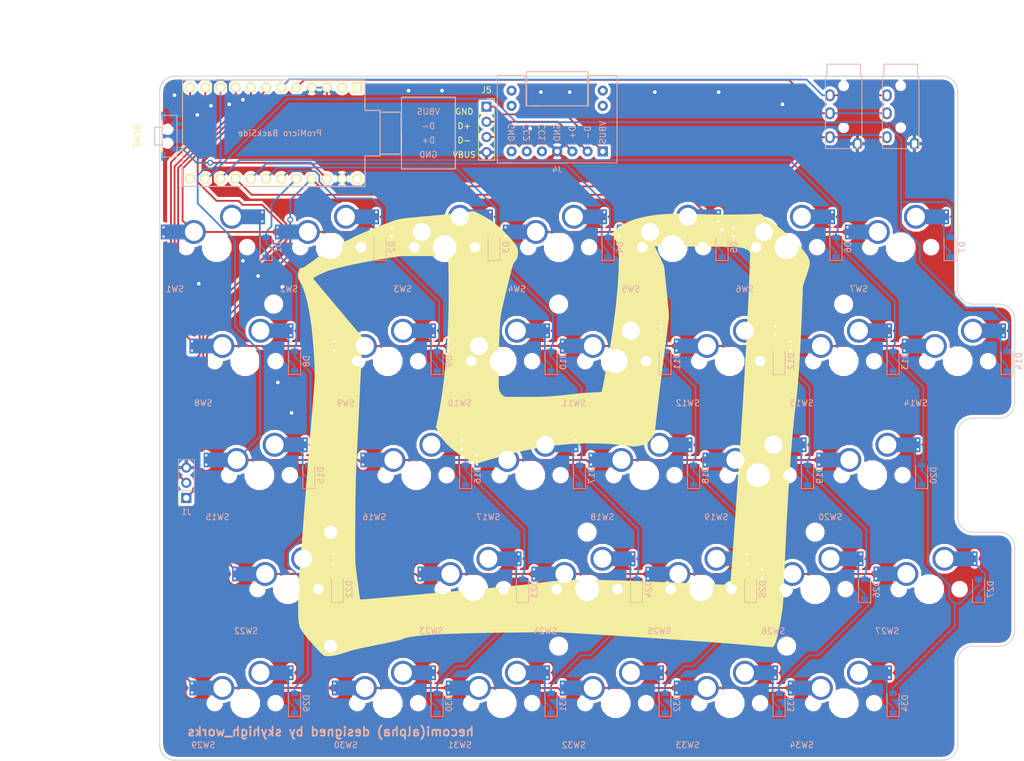
<source format=kicad_pcb>
(kicad_pcb (version 20171130) (host pcbnew "(5.0.0)")
  (layers (0 F.Cu signal) (31 B.Cu signal) (34 B.Paste user) (35 F.Paste user) (36 B.SilkS user) (37 F.SilkS user) (38 B.Mask user) (39 F.Mask user) (44 Edge.Cuts user))
  (net 0 "")
  (net 1 COL0)
  (net 2 "Net-(D1-Pad1)")
  (net 3 COL1)
  (net 4 "Net-(D2-Pad1)")
  (net 5 "Net-(D3-Pad1)")
  (net 6 COL2)
  (net 7 COL3)
  (net 8 "Net-(D4-Pad1)")
  (net 9 "Net-(D5-Pad1)")
  (net 10 COL4)
  (net 11 COL5)
  (net 12 "Net-(D6-Pad1)")
  (net 13 "Net-(D7-Pad1)")
  (net 14 COL6)
  (net 15 "Net-(D8-Pad1)")
  (net 16 "Net-(D9-Pad1)")
  (net 17 "Net-(D10-Pad1)")
  (net 18 "Net-(D11-Pad1)")
  (net 19 "Net-(D12-Pad1)")
  (net 20 "Net-(D13-Pad1)")
  (net 21 "Net-(D14-Pad1)")
  (net 22 "Net-(D15-Pad1)")
  (net 23 "Net-(D16-Pad1)")
  (net 24 "Net-(D17-Pad1)")
  (net 25 "Net-(D18-Pad1)")
  (net 26 "Net-(D19-Pad1)")
  (net 27 "Net-(D20-Pad1)")
  (net 28 "Net-(D22-Pad1)")
  (net 29 "Net-(D23-Pad1)")
  (net 30 "Net-(D24-Pad1)")
  (net 31 "Net-(D25-Pad1)")
  (net 32 "Net-(D26-Pad1)")
  (net 33 "Net-(D27-Pad1)")
  (net 34 "Net-(D29-Pad1)")
  (net 35 "Net-(D30-Pad1)")
  (net 36 "Net-(D31-Pad1)")
  (net 37 "Net-(D32-Pad1)")
  (net 38 "Net-(D33-Pad1)")
  (net 39 "Net-(D34-Pad1)")
  (net 40 VCC)
  (net 41 LED)
  (net 42 GND)
  (net 43 TX)
  (net 44 RX)
  (net 45 SDA)
  (net 46 SCL)
  (net 47 ROW0)
  (net 48 ROW1)
  (net 49 ROW2)
  (net 50 ROW3)
  (net 51 ROW4)
  (net 52 RST)
  (net 53 "Net-(U1-Pad24)")
  (net 54 COL7)
  (net 55 "Net-(J4-Pad5)")
  (net 56 "Net-(J4-Pad6)")
  (net 57 "Net-(J4-Pad7)")
  (net 58 VBUS)
  (net 59 D-)
  (net 60 D+)
  (module My_Keyboard:MXOnly-1U-Hotswap-Antishear (layer F.Cu) (at 50.0062 76.2)
    (fp_text reference SW22 (at -7 7) (layer B.SilkS) (effects (justify mirror)))
    (fp_text value SW_Push)
    (pad 2 thru_hole circle (at 2.54 -5.08) (size 4 4) (drill 3) (layers *.Cu) (net 28 "Net-(D22-Pad1)"))
    (pad "" np_thru_hole circle (at 0 0) (size 3.9878 3.9878) (drill 3.9878) (layers *.Cu *.Mask))
    (pad 1 thru_hole circle (at -3.81 -2.54) (size 4 4) (drill 3) (layers *.Cu) (net 50 ROW3))
    (pad "" np_thru_hole circle (at -5.08 0 48.0996) (size 1.75 1.75) (drill 1.75) (layers *.Cu *.Mask))
    (pad "" np_thru_hole circle (at 5.08 0 48.0996) (size 1.75 1.75) (drill 1.75) (layers *.Cu *.Mask))
    (pad 1 thru_hole circle (at -8.89 -3.302) (size 0.8 0.8) (drill 0.4) (layers *.Cu) (net 50 ROW3))
    (pad 2 thru_hole circle (at 7.62 -5.842) (size 0.8 0.8) (drill 0.4) (layers *.Cu) (net 28 "Net-(D22-Pad1)"))
    (pad 1 thru_hole circle (at -8.89 -1.778) (size 0.8 0.8) (drill 0.4) (layers *.Cu) (net 50 ROW3))
    (pad 2 thru_hole circle (at 7.62 -4.318) (size 0.8 0.8) (drill 0.4) (layers *.Cu) (net 28 "Net-(D22-Pad1)"))
    (pad 1 smd rect (at -7.085 -2.54) (size 4.5 2.5) (layers B.Cu) (net 50 ROW3))
    (pad 2 smd rect (at 5.842 -5.08) (size 4.5 2.5) (layers B.Cu) (net 28 "Net-(D22-Pad1)"))
  )
  (module My_Keyboard:MXOnly-1U-Hotswap-Antishear (layer F.Cu) (at 80.9625 76.2)
    (fp_text reference SW23 (at -7 7) (layer B.SilkS) (effects (justify mirror)))
    (fp_text value SW_Push)
    (pad 2 thru_hole circle (at 2.54 -5.08) (size 4 4) (drill 3) (layers *.Cu) (net 29 "Net-(D23-Pad1)"))
    (pad "" np_thru_hole circle (at 0 0) (size 3.9878 3.9878) (drill 3.9878) (layers *.Cu *.Mask))
    (pad 1 thru_hole circle (at -3.81 -2.54) (size 4 4) (drill 3) (layers *.Cu) (net 50 ROW3))
    (pad "" np_thru_hole circle (at -5.08 0 48.0996) (size 1.75 1.75) (drill 1.75) (layers *.Cu *.Mask))
    (pad "" np_thru_hole circle (at 5.08 0 48.0996) (size 1.75 1.75) (drill 1.75) (layers *.Cu *.Mask))
    (pad 1 thru_hole circle (at -8.89 -3.302) (size 0.8 0.8) (drill 0.4) (layers *.Cu) (net 50 ROW3))
    (pad 2 thru_hole circle (at 7.62 -5.842) (size 0.8 0.8) (drill 0.4) (layers *.Cu) (net 29 "Net-(D23-Pad1)"))
    (pad 1 thru_hole circle (at -8.89 -1.778) (size 0.8 0.8) (drill 0.4) (layers *.Cu) (net 50 ROW3))
    (pad 2 thru_hole circle (at 7.62 -4.318) (size 0.8 0.8) (drill 0.4) (layers *.Cu) (net 29 "Net-(D23-Pad1)"))
    (pad 1 smd rect (at -7.085 -2.54) (size 4.5 2.5) (layers B.Cu) (net 50 ROW3))
    (pad 2 smd rect (at 5.842 -5.08) (size 4.5 2.5) (layers B.Cu) (net 29 "Net-(D23-Pad1)"))
  )
  (module My_Keyboard:MXOnly-1U-Hotswap-Antishear (layer F.Cu) (at 119.062 76.2)
    (fp_text reference SW25 (at -7 7) (layer B.SilkS) (effects (justify mirror)))
    (fp_text value SW_Push)
    (pad 2 thru_hole circle (at 2.54 -5.08) (size 4 4) (drill 3) (layers *.Cu) (net 31 "Net-(D25-Pad1)"))
    (pad "" np_thru_hole circle (at 0 0) (size 3.9878 3.9878) (drill 3.9878) (layers *.Cu *.Mask))
    (pad 1 thru_hole circle (at -3.81 -2.54) (size 4 4) (drill 3) (layers *.Cu) (net 50 ROW3))
    (pad "" np_thru_hole circle (at -5.08 0 48.0996) (size 1.75 1.75) (drill 1.75) (layers *.Cu *.Mask))
    (pad "" np_thru_hole circle (at 5.08 0 48.0996) (size 1.75 1.75) (drill 1.75) (layers *.Cu *.Mask))
    (pad 1 thru_hole circle (at -8.89 -3.302) (size 0.8 0.8) (drill 0.4) (layers *.Cu) (net 50 ROW3))
    (pad 2 thru_hole circle (at 7.62 -5.842) (size 0.8 0.8) (drill 0.4) (layers *.Cu) (net 31 "Net-(D25-Pad1)"))
    (pad 1 thru_hole circle (at -8.89 -1.778) (size 0.8 0.8) (drill 0.4) (layers *.Cu) (net 50 ROW3))
    (pad 2 thru_hole circle (at 7.62 -4.318) (size 0.8 0.8) (drill 0.4) (layers *.Cu) (net 31 "Net-(D25-Pad1)"))
    (pad 1 smd rect (at -7.085 -2.54) (size 4.5 2.5) (layers B.Cu) (net 50 ROW3))
    (pad 2 smd rect (at 5.842 -5.08) (size 4.5 2.5) (layers B.Cu) (net 31 "Net-(D25-Pad1)"))
  )
  (module My_Keyboard:MXOnly-1U-Hotswap-Antishear (layer F.Cu) (at 138.112 76.2)
    (fp_text reference SW26 (at -7 7) (layer B.SilkS) (effects (justify mirror)))
    (fp_text value SW_Push)
    (pad 2 thru_hole circle (at 2.54 -5.08) (size 4 4) (drill 3) (layers *.Cu) (net 32 "Net-(D26-Pad1)"))
    (pad "" np_thru_hole circle (at 0 0) (size 3.9878 3.9878) (drill 3.9878) (layers *.Cu *.Mask))
    (pad 1 thru_hole circle (at -3.81 -2.54) (size 4 4) (drill 3) (layers *.Cu) (net 50 ROW3))
    (pad "" np_thru_hole circle (at -5.08 0 48.0996) (size 1.75 1.75) (drill 1.75) (layers *.Cu *.Mask))
    (pad "" np_thru_hole circle (at 5.08 0 48.0996) (size 1.75 1.75) (drill 1.75) (layers *.Cu *.Mask))
    (pad 1 thru_hole circle (at -8.89 -3.302) (size 0.8 0.8) (drill 0.4) (layers *.Cu) (net 50 ROW3))
    (pad 2 thru_hole circle (at 7.62 -5.842) (size 0.8 0.8) (drill 0.4) (layers *.Cu) (net 32 "Net-(D26-Pad1)"))
    (pad 1 thru_hole circle (at -8.89 -1.778) (size 0.8 0.8) (drill 0.4) (layers *.Cu) (net 50 ROW3))
    (pad 2 thru_hole circle (at 7.62 -4.318) (size 0.8 0.8) (drill 0.4) (layers *.Cu) (net 32 "Net-(D26-Pad1)"))
    (pad 1 smd rect (at -7.085 -2.54) (size 4.5 2.5) (layers B.Cu) (net 50 ROW3))
    (pad 2 smd rect (at 5.842 -5.08) (size 4.5 2.5) (layers B.Cu) (net 32 "Net-(D26-Pad1)"))
  )
  (module My_Keyboard:MXOnly-1U-Hotswap-Antishear (layer F.Cu) (at 157.162 76.2)
    (fp_text reference SW27 (at -7 7) (layer B.SilkS) (effects (justify mirror)))
    (fp_text value SW_Push)
    (pad 2 thru_hole circle (at 2.54 -5.08) (size 4 4) (drill 3) (layers *.Cu) (net 33 "Net-(D27-Pad1)"))
    (pad "" np_thru_hole circle (at 0 0) (size 3.9878 3.9878) (drill 3.9878) (layers *.Cu *.Mask))
    (pad 1 thru_hole circle (at -3.81 -2.54) (size 4 4) (drill 3) (layers *.Cu) (net 50 ROW3))
    (pad "" np_thru_hole circle (at -5.08 0 48.0996) (size 1.75 1.75) (drill 1.75) (layers *.Cu *.Mask))
    (pad "" np_thru_hole circle (at 5.08 0 48.0996) (size 1.75 1.75) (drill 1.75) (layers *.Cu *.Mask))
    (pad 1 thru_hole circle (at -8.89 -3.302) (size 0.8 0.8) (drill 0.4) (layers *.Cu) (net 50 ROW3))
    (pad 2 thru_hole circle (at 7.62 -5.842) (size 0.8 0.8) (drill 0.4) (layers *.Cu) (net 33 "Net-(D27-Pad1)"))
    (pad 1 thru_hole circle (at -8.89 -1.778) (size 0.8 0.8) (drill 0.4) (layers *.Cu) (net 50 ROW3))
    (pad 2 thru_hole circle (at 7.62 -4.318) (size 0.8 0.8) (drill 0.4) (layers *.Cu) (net 33 "Net-(D27-Pad1)"))
    (pad 1 smd rect (at -7.085 -2.54) (size 4.5 2.5) (layers B.Cu) (net 50 ROW3))
    (pad 2 smd rect (at 5.842 -5.08) (size 4.5 2.5) (layers B.Cu) (net 33 "Net-(D27-Pad1)"))
  )
  (module My_Keyboard:MXOnly-1U-Hotswap-Antishear (layer F.Cu) (at 42.8625 95.25)
    (fp_text reference SW29 (at -7 7) (layer B.SilkS) (effects (justify mirror)))
    (fp_text value SW_Push)
    (pad 2 thru_hole circle (at 2.54 -5.08) (size 4 4) (drill 3) (layers *.Cu) (net 34 "Net-(D29-Pad1)"))
    (pad "" np_thru_hole circle (at 0 0) (size 3.9878 3.9878) (drill 3.9878) (layers *.Cu *.Mask))
    (pad 1 thru_hole circle (at -3.81 -2.54) (size 4 4) (drill 3) (layers *.Cu) (net 51 ROW4))
    (pad "" np_thru_hole circle (at -5.08 0 48.0996) (size 1.75 1.75) (drill 1.75) (layers *.Cu *.Mask))
    (pad "" np_thru_hole circle (at 5.08 0 48.0996) (size 1.75 1.75) (drill 1.75) (layers *.Cu *.Mask))
    (pad 1 thru_hole circle (at -8.89 -3.302) (size 0.8 0.8) (drill 0.4) (layers *.Cu) (net 51 ROW4))
    (pad 2 thru_hole circle (at 7.62 -5.842) (size 0.8 0.8) (drill 0.4) (layers *.Cu) (net 34 "Net-(D29-Pad1)"))
    (pad 1 thru_hole circle (at -8.89 -1.778) (size 0.8 0.8) (drill 0.4) (layers *.Cu) (net 51 ROW4))
    (pad 2 thru_hole circle (at 7.62 -4.318) (size 0.8 0.8) (drill 0.4) (layers *.Cu) (net 34 "Net-(D29-Pad1)"))
    (pad 1 smd rect (at -7.085 -2.54) (size 4.5 2.5) (layers B.Cu) (net 51 ROW4))
    (pad 2 smd rect (at 5.842 -5.08) (size 4.5 2.5) (layers B.Cu) (net 34 "Net-(D29-Pad1)"))
  )
  (module My_Keyboard:MXOnly-1U-Hotswap-Antishear (layer F.Cu) (at 66.675 95.25)
    (fp_text reference SW30 (at -7 7) (layer B.SilkS) (effects (justify mirror)))
    (fp_text value SW_Push)
    (pad 2 thru_hole circle (at 2.54 -5.08) (size 4 4) (drill 3) (layers *.Cu) (net 35 "Net-(D30-Pad1)"))
    (pad "" np_thru_hole circle (at 0 0) (size 3.9878 3.9878) (drill 3.9878) (layers *.Cu *.Mask))
    (pad 1 thru_hole circle (at -3.81 -2.54) (size 4 4) (drill 3) (layers *.Cu) (net 51 ROW4))
    (pad "" np_thru_hole circle (at -5.08 0 48.0996) (size 1.75 1.75) (drill 1.75) (layers *.Cu *.Mask))
    (pad "" np_thru_hole circle (at 5.08 0 48.0996) (size 1.75 1.75) (drill 1.75) (layers *.Cu *.Mask))
    (pad 1 thru_hole circle (at -8.89 -3.302) (size 0.8 0.8) (drill 0.4) (layers *.Cu) (net 51 ROW4))
    (pad 2 thru_hole circle (at 7.62 -5.842) (size 0.8 0.8) (drill 0.4) (layers *.Cu) (net 35 "Net-(D30-Pad1)"))
    (pad 1 thru_hole circle (at -8.89 -1.778) (size 0.8 0.8) (drill 0.4) (layers *.Cu) (net 51 ROW4))
    (pad 2 thru_hole circle (at 7.62 -4.318) (size 0.8 0.8) (drill 0.4) (layers *.Cu) (net 35 "Net-(D30-Pad1)"))
    (pad 1 smd rect (at -7.085 -2.54) (size 4.5 2.5) (layers B.Cu) (net 51 ROW4))
    (pad 2 smd rect (at 5.842 -5.08) (size 4.5 2.5) (layers B.Cu) (net 35 "Net-(D30-Pad1)"))
  )
  (module My_Keyboard:MXOnly-1U-Hotswap-Antishear (layer F.Cu) (at 104.775 95.25)
    (fp_text reference SW32 (at -7 7) (layer B.SilkS) (effects (justify mirror)))
    (fp_text value SW_Push)
    (pad 2 thru_hole circle (at 2.54 -5.08) (size 4 4) (drill 3) (layers *.Cu) (net 37 "Net-(D32-Pad1)"))
    (pad "" np_thru_hole circle (at 0 0) (size 3.9878 3.9878) (drill 3.9878) (layers *.Cu *.Mask))
    (pad 1 thru_hole circle (at -3.81 -2.54) (size 4 4) (drill 3) (layers *.Cu) (net 51 ROW4))
    (pad "" np_thru_hole circle (at -5.08 0 48.0996) (size 1.75 1.75) (drill 1.75) (layers *.Cu *.Mask))
    (pad "" np_thru_hole circle (at 5.08 0 48.0996) (size 1.75 1.75) (drill 1.75) (layers *.Cu *.Mask))
    (pad 1 thru_hole circle (at -8.89 -3.302) (size 0.8 0.8) (drill 0.4) (layers *.Cu) (net 51 ROW4))
    (pad 2 thru_hole circle (at 7.62 -5.842) (size 0.8 0.8) (drill 0.4) (layers *.Cu) (net 37 "Net-(D32-Pad1)"))
    (pad 1 thru_hole circle (at -8.89 -1.778) (size 0.8 0.8) (drill 0.4) (layers *.Cu) (net 51 ROW4))
    (pad 2 thru_hole circle (at 7.62 -4.318) (size 0.8 0.8) (drill 0.4) (layers *.Cu) (net 37 "Net-(D32-Pad1)"))
    (pad 1 smd rect (at -7.085 -2.54) (size 4.5 2.5) (layers B.Cu) (net 51 ROW4))
    (pad 2 smd rect (at 5.842 -5.08) (size 4.5 2.5) (layers B.Cu) (net 37 "Net-(D32-Pad1)"))
  )
  (module My_Keyboard:MXOnly-1U-Hotswap-Antishear (layer F.Cu) (at 123.825 95.25)
    (fp_text reference SW33 (at -7 7) (layer B.SilkS) (effects (justify mirror)))
    (fp_text value SW_Push)
    (pad 2 thru_hole circle (at 2.54 -5.08) (size 4 4) (drill 3) (layers *.Cu) (net 38 "Net-(D33-Pad1)"))
    (pad "" np_thru_hole circle (at 0 0) (size 3.9878 3.9878) (drill 3.9878) (layers *.Cu *.Mask))
    (pad 1 thru_hole circle (at -3.81 -2.54) (size 4 4) (drill 3) (layers *.Cu) (net 51 ROW4))
    (pad "" np_thru_hole circle (at -5.08 0 48.0996) (size 1.75 1.75) (drill 1.75) (layers *.Cu *.Mask))
    (pad "" np_thru_hole circle (at 5.08 0 48.0996) (size 1.75 1.75) (drill 1.75) (layers *.Cu *.Mask))
    (pad 1 thru_hole circle (at -8.89 -3.302) (size 0.8 0.8) (drill 0.4) (layers *.Cu) (net 51 ROW4))
    (pad 2 thru_hole circle (at 7.62 -5.842) (size 0.8 0.8) (drill 0.4) (layers *.Cu) (net 38 "Net-(D33-Pad1)"))
    (pad 1 thru_hole circle (at -8.89 -1.778) (size 0.8 0.8) (drill 0.4) (layers *.Cu) (net 51 ROW4))
    (pad 2 thru_hole circle (at 7.62 -4.318) (size 0.8 0.8) (drill 0.4) (layers *.Cu) (net 38 "Net-(D33-Pad1)"))
    (pad 1 smd rect (at -7.085 -2.54) (size 4.5 2.5) (layers B.Cu) (net 51 ROW4))
    (pad 2 smd rect (at 5.842 -5.08) (size 4.5 2.5) (layers B.Cu) (net 38 "Net-(D33-Pad1)"))
  )
  (module My_Keyboard:MXOnly-1U-Hotswap-Antishear (layer F.Cu) (at 142.875 95.25)
    (fp_text reference SW34 (at -7 7) (layer B.SilkS) (effects (justify mirror)))
    (fp_text value SW_Push)
    (pad 2 thru_hole circle (at 2.54 -5.08) (size 4 4) (drill 3) (layers *.Cu) (net 39 "Net-(D34-Pad1)"))
    (pad "" np_thru_hole circle (at 0 0) (size 3.9878 3.9878) (drill 3.9878) (layers *.Cu *.Mask))
    (pad 1 thru_hole circle (at -3.81 -2.54) (size 4 4) (drill 3) (layers *.Cu) (net 51 ROW4))
    (pad "" np_thru_hole circle (at -5.08 0 48.0996) (size 1.75 1.75) (drill 1.75) (layers *.Cu *.Mask))
    (pad "" np_thru_hole circle (at 5.08 0 48.0996) (size 1.75 1.75) (drill 1.75) (layers *.Cu *.Mask))
    (pad 1 thru_hole circle (at -8.89 -3.302) (size 0.8 0.8) (drill 0.4) (layers *.Cu) (net 51 ROW4))
    (pad 2 thru_hole circle (at 7.62 -5.842) (size 0.8 0.8) (drill 0.4) (layers *.Cu) (net 39 "Net-(D34-Pad1)"))
    (pad 1 thru_hole circle (at -8.89 -1.778) (size 0.8 0.8) (drill 0.4) (layers *.Cu) (net 51 ROW4))
    (pad 2 thru_hole circle (at 7.62 -4.318) (size 0.8 0.8) (drill 0.4) (layers *.Cu) (net 39 "Net-(D34-Pad1)"))
    (pad 1 smd rect (at -7.085 -2.54) (size 4.5 2.5) (layers B.Cu) (net 51 ROW4))
    (pad 2 smd rect (at 5.842 -5.08) (size 4.5 2.5) (layers B.Cu) (net 39 "Net-(D34-Pad1)"))
  )
  (module My_Keyboard:MXOnly-1U-Hotswap-Antishear (layer F.Cu) (at 147.638 57.15)
    (fp_text reference SW20 (at -7 7) (layer B.SilkS) (effects (justify mirror)))
    (fp_text value SW_Push)
    (pad 2 thru_hole circle (at 2.54 -5.08) (size 4 4) (drill 3) (layers *.Cu) (net 27 "Net-(D20-Pad1)"))
    (pad "" np_thru_hole circle (at 0 0) (size 3.9878 3.9878) (drill 3.9878) (layers *.Cu *.Mask))
    (pad 1 thru_hole circle (at -3.81 -2.54) (size 4 4) (drill 3) (layers *.Cu) (net 49 ROW2))
    (pad "" np_thru_hole circle (at -5.08 0 48.0996) (size 1.75 1.75) (drill 1.75) (layers *.Cu *.Mask))
    (pad "" np_thru_hole circle (at 5.08 0 48.0996) (size 1.75 1.75) (drill 1.75) (layers *.Cu *.Mask))
    (pad 1 thru_hole circle (at -8.89 -3.302) (size 0.8 0.8) (drill 0.4) (layers *.Cu) (net 49 ROW2))
    (pad 2 thru_hole circle (at 7.62 -5.842) (size 0.8 0.8) (drill 0.4) (layers *.Cu) (net 27 "Net-(D20-Pad1)"))
    (pad 1 thru_hole circle (at -8.89 -1.778) (size 0.8 0.8) (drill 0.4) (layers *.Cu) (net 49 ROW2))
    (pad 2 thru_hole circle (at 7.62 -4.318) (size 0.8 0.8) (drill 0.4) (layers *.Cu) (net 27 "Net-(D20-Pad1)"))
    (pad 1 smd rect (at -7.085 -2.54) (size 4.5 2.5) (layers B.Cu) (net 49 ROW2))
    (pad 2 smd rect (at 5.842 -5.08) (size 4.5 2.5) (layers B.Cu) (net 27 "Net-(D20-Pad1)"))
  )
  (module My_Keyboard:MXOnly-1U-Hotswap-Antishear (layer F.Cu) (at 100.012 76.2)
    (fp_text reference SW24 (at -7 7) (layer B.SilkS) (effects (justify mirror)))
    (fp_text value SW_Push)
    (pad 2 thru_hole circle (at 2.54 -5.08) (size 4 4) (drill 3) (layers *.Cu) (net 30 "Net-(D24-Pad1)"))
    (pad "" np_thru_hole circle (at 0 0) (size 3.9878 3.9878) (drill 3.9878) (layers *.Cu *.Mask))
    (pad 1 thru_hole circle (at -3.81 -2.54) (size 4 4) (drill 3) (layers *.Cu) (net 50 ROW3))
    (pad "" np_thru_hole circle (at -5.08 0 48.0996) (size 1.75 1.75) (drill 1.75) (layers *.Cu *.Mask))
    (pad "" np_thru_hole circle (at 5.08 0 48.0996) (size 1.75 1.75) (drill 1.75) (layers *.Cu *.Mask))
    (pad 1 thru_hole circle (at -8.89 -3.302) (size 0.8 0.8) (drill 0.4) (layers *.Cu) (net 50 ROW3))
    (pad 2 thru_hole circle (at 7.62 -5.842) (size 0.8 0.8) (drill 0.4) (layers *.Cu) (net 30 "Net-(D24-Pad1)"))
    (pad 1 thru_hole circle (at -8.89 -1.778) (size 0.8 0.8) (drill 0.4) (layers *.Cu) (net 50 ROW3))
    (pad 2 thru_hole circle (at 7.62 -4.318) (size 0.8 0.8) (drill 0.4) (layers *.Cu) (net 30 "Net-(D24-Pad1)"))
    (pad 1 smd rect (at -7.085 -2.54) (size 4.5 2.5) (layers B.Cu) (net 50 ROW3))
    (pad 2 smd rect (at 5.842 -5.08) (size 4.5 2.5) (layers B.Cu) (net 30 "Net-(D24-Pad1)"))
  )
  (module My_Keyboard:MXOnly-1U-Hotswap-Antishear (layer F.Cu) (at 57.15 19.05)
    (fp_text reference SW2 (at -7 7) (layer B.SilkS) (effects (justify mirror)))
    (fp_text value SW_Push)
    (pad 2 thru_hole circle (at 2.54 -5.08) (size 4 4) (drill 3) (layers *.Cu) (net 4 "Net-(D2-Pad1)"))
    (pad "" np_thru_hole circle (at 0 0) (size 3.9878 3.9878) (drill 3.9878) (layers *.Cu *.Mask))
    (pad 1 thru_hole circle (at -3.81 -2.54) (size 4 4) (drill 3) (layers *.Cu) (net 47 ROW0))
    (pad "" np_thru_hole circle (at -5.08 0 48.0996) (size 1.75 1.75) (drill 1.75) (layers *.Cu *.Mask))
    (pad "" np_thru_hole circle (at 5.08 0 48.0996) (size 1.75 1.75) (drill 1.75) (layers *.Cu *.Mask))
    (pad 1 thru_hole circle (at -8.89 -3.302) (size 0.8 0.8) (drill 0.4) (layers *.Cu) (net 47 ROW0))
    (pad 2 thru_hole circle (at 7.62 -5.842) (size 0.8 0.8) (drill 0.4) (layers *.Cu) (net 4 "Net-(D2-Pad1)"))
    (pad 1 thru_hole circle (at -8.89 -1.778) (size 0.8 0.8) (drill 0.4) (layers *.Cu) (net 47 ROW0))
    (pad 2 thru_hole circle (at 7.62 -4.318) (size 0.8 0.8) (drill 0.4) (layers *.Cu) (net 4 "Net-(D2-Pad1)"))
    (pad 1 smd rect (at -7.085 -2.54) (size 4.5 2.5) (layers B.Cu) (net 47 ROW0))
    (pad 2 smd rect (at 5.842 -5.08) (size 4.5 2.5) (layers B.Cu) (net 4 "Net-(D2-Pad1)"))
  )
  (module My_Keyboard:MXOnly-1U-Hotswap-Antishear (layer F.Cu) (at 123.825 38.1)
    (fp_text reference SW12 (at -7 7) (layer B.SilkS) (effects (justify mirror)))
    (fp_text value SW_Push)
    (pad 2 thru_hole circle (at 2.54 -5.08) (size 4 4) (drill 3) (layers *.Cu) (net 19 "Net-(D12-Pad1)"))
    (pad "" np_thru_hole circle (at 0 0) (size 3.9878 3.9878) (drill 3.9878) (layers *.Cu *.Mask))
    (pad 1 thru_hole circle (at -3.81 -2.54) (size 4 4) (drill 3) (layers *.Cu) (net 48 ROW1))
    (pad "" np_thru_hole circle (at -5.08 0 48.0996) (size 1.75 1.75) (drill 1.75) (layers *.Cu *.Mask))
    (pad "" np_thru_hole circle (at 5.08 0 48.0996) (size 1.75 1.75) (drill 1.75) (layers *.Cu *.Mask))
    (pad 1 thru_hole circle (at -8.89 -3.302) (size 0.8 0.8) (drill 0.4) (layers *.Cu) (net 48 ROW1))
    (pad 2 thru_hole circle (at 7.62 -5.842) (size 0.8 0.8) (drill 0.4) (layers *.Cu) (net 19 "Net-(D12-Pad1)"))
    (pad 1 thru_hole circle (at -8.89 -1.778) (size 0.8 0.8) (drill 0.4) (layers *.Cu) (net 48 ROW1))
    (pad 2 thru_hole circle (at 7.62 -4.318) (size 0.8 0.8) (drill 0.4) (layers *.Cu) (net 19 "Net-(D12-Pad1)"))
    (pad 1 smd rect (at -7.085 -2.54) (size 4.5 2.5) (layers B.Cu) (net 48 ROW1))
    (pad 2 smd rect (at 5.842 -5.08) (size 4.5 2.5) (layers B.Cu) (net 19 "Net-(D12-Pad1)"))
  )
  (module My_Keyboard:MXOnly-1U-Hotswap-Antishear (layer F.Cu) (at 85.725 95.25)
    (fp_text reference SW31 (at -7 7) (layer B.SilkS) (effects (justify mirror)))
    (fp_text value SW_Push)
    (pad 2 thru_hole circle (at 2.54 -5.08) (size 4 4) (drill 3) (layers *.Cu) (net 36 "Net-(D31-Pad1)"))
    (pad "" np_thru_hole circle (at 0 0) (size 3.9878 3.9878) (drill 3.9878) (layers *.Cu *.Mask))
    (pad 1 thru_hole circle (at -3.81 -2.54) (size 4 4) (drill 3) (layers *.Cu) (net 51 ROW4))
    (pad "" np_thru_hole circle (at -5.08 0 48.0996) (size 1.75 1.75) (drill 1.75) (layers *.Cu *.Mask))
    (pad "" np_thru_hole circle (at 5.08 0 48.0996) (size 1.75 1.75) (drill 1.75) (layers *.Cu *.Mask))
    (pad 1 thru_hole circle (at -8.89 -3.302) (size 0.8 0.8) (drill 0.4) (layers *.Cu) (net 51 ROW4))
    (pad 2 thru_hole circle (at 7.62 -5.842) (size 0.8 0.8) (drill 0.4) (layers *.Cu) (net 36 "Net-(D31-Pad1)"))
    (pad 1 thru_hole circle (at -8.89 -1.778) (size 0.8 0.8) (drill 0.4) (layers *.Cu) (net 51 ROW4))
    (pad 2 thru_hole circle (at 7.62 -4.318) (size 0.8 0.8) (drill 0.4) (layers *.Cu) (net 36 "Net-(D31-Pad1)"))
    (pad 1 smd rect (at -7.085 -2.54) (size 4.5 2.5) (layers B.Cu) (net 51 ROW4))
    (pad 2 smd rect (at 5.842 -5.08) (size 4.5 2.5) (layers B.Cu) (net 36 "Net-(D31-Pad1)"))
  )
  (module My_Keyboard:MXOnly-1U-Hotswap-Antishear (layer F.Cu) (at 76.2 19.05)
    (fp_text reference SW3 (at -7 7) (layer B.SilkS) (effects (justify mirror)))
    (fp_text value SW_Push)
    (pad 2 thru_hole circle (at 2.54 -5.08) (size 4 4) (drill 3) (layers *.Cu) (net 5 "Net-(D3-Pad1)"))
    (pad "" np_thru_hole circle (at 0 0) (size 3.9878 3.9878) (drill 3.9878) (layers *.Cu *.Mask))
    (pad 1 thru_hole circle (at -3.81 -2.54) (size 4 4) (drill 3) (layers *.Cu) (net 47 ROW0))
    (pad "" np_thru_hole circle (at -5.08 0 48.0996) (size 1.75 1.75) (drill 1.75) (layers *.Cu *.Mask))
    (pad "" np_thru_hole circle (at 5.08 0 48.0996) (size 1.75 1.75) (drill 1.75) (layers *.Cu *.Mask))
    (pad 1 thru_hole circle (at -8.89 -3.302) (size 0.8 0.8) (drill 0.4) (layers *.Cu) (net 47 ROW0))
    (pad 2 thru_hole circle (at 7.62 -5.842) (size 0.8 0.8) (drill 0.4) (layers *.Cu) (net 5 "Net-(D3-Pad1)"))
    (pad 1 thru_hole circle (at -8.89 -1.778) (size 0.8 0.8) (drill 0.4) (layers *.Cu) (net 47 ROW0))
    (pad 2 thru_hole circle (at 7.62 -4.318) (size 0.8 0.8) (drill 0.4) (layers *.Cu) (net 5 "Net-(D3-Pad1)"))
    (pad 1 smd rect (at -7.085 -2.54) (size 4.5 2.5) (layers B.Cu) (net 47 ROW0))
    (pad 2 smd rect (at 5.842 -5.08) (size 4.5 2.5) (layers B.Cu) (net 5 "Net-(D3-Pad1)"))
  )
  (module My_Keyboard:MXOnly-1U-Hotswap-Antishear (layer F.Cu) (at 95.25 19.05)
    (fp_text reference SW4 (at -7 7) (layer B.SilkS) (effects (justify mirror)))
    (fp_text value SW_Push)
    (pad 2 thru_hole circle (at 2.54 -5.08) (size 4 4) (drill 3) (layers *.Cu) (net 8 "Net-(D4-Pad1)"))
    (pad "" np_thru_hole circle (at 0 0) (size 3.9878 3.9878) (drill 3.9878) (layers *.Cu *.Mask))
    (pad 1 thru_hole circle (at -3.81 -2.54) (size 4 4) (drill 3) (layers *.Cu) (net 47 ROW0))
    (pad "" np_thru_hole circle (at -5.08 0 48.0996) (size 1.75 1.75) (drill 1.75) (layers *.Cu *.Mask))
    (pad "" np_thru_hole circle (at 5.08 0 48.0996) (size 1.75 1.75) (drill 1.75) (layers *.Cu *.Mask))
    (pad 1 thru_hole circle (at -8.89 -3.302) (size 0.8 0.8) (drill 0.4) (layers *.Cu) (net 47 ROW0))
    (pad 2 thru_hole circle (at 7.62 -5.842) (size 0.8 0.8) (drill 0.4) (layers *.Cu) (net 8 "Net-(D4-Pad1)"))
    (pad 1 thru_hole circle (at -8.89 -1.778) (size 0.8 0.8) (drill 0.4) (layers *.Cu) (net 47 ROW0))
    (pad 2 thru_hole circle (at 7.62 -4.318) (size 0.8 0.8) (drill 0.4) (layers *.Cu) (net 8 "Net-(D4-Pad1)"))
    (pad 1 smd rect (at -7.085 -2.54) (size 4.5 2.5) (layers B.Cu) (net 47 ROW0))
    (pad 2 smd rect (at 5.842 -5.08) (size 4.5 2.5) (layers B.Cu) (net 8 "Net-(D4-Pad1)"))
  )
  (module My_Keyboard:MXOnly-1U-Hotswap-Antishear (layer F.Cu) (at 114.3 19.05)
    (fp_text reference SW5 (at -7 7) (layer B.SilkS) (effects (justify mirror)))
    (fp_text value SW_Push)
    (pad 2 thru_hole circle (at 2.54 -5.08) (size 4 4) (drill 3) (layers *.Cu) (net 9 "Net-(D5-Pad1)"))
    (pad "" np_thru_hole circle (at 0 0) (size 3.9878 3.9878) (drill 3.9878) (layers *.Cu *.Mask))
    (pad 1 thru_hole circle (at -3.81 -2.54) (size 4 4) (drill 3) (layers *.Cu) (net 47 ROW0))
    (pad "" np_thru_hole circle (at -5.08 0 48.0996) (size 1.75 1.75) (drill 1.75) (layers *.Cu *.Mask))
    (pad "" np_thru_hole circle (at 5.08 0 48.0996) (size 1.75 1.75) (drill 1.75) (layers *.Cu *.Mask))
    (pad 1 thru_hole circle (at -8.89 -3.302) (size 0.8 0.8) (drill 0.4) (layers *.Cu) (net 47 ROW0))
    (pad 2 thru_hole circle (at 7.62 -5.842) (size 0.8 0.8) (drill 0.4) (layers *.Cu) (net 9 "Net-(D5-Pad1)"))
    (pad 1 thru_hole circle (at -8.89 -1.778) (size 0.8 0.8) (drill 0.4) (layers *.Cu) (net 47 ROW0))
    (pad 2 thru_hole circle (at 7.62 -4.318) (size 0.8 0.8) (drill 0.4) (layers *.Cu) (net 9 "Net-(D5-Pad1)"))
    (pad 1 smd rect (at -7.085 -2.54) (size 4.5 2.5) (layers B.Cu) (net 47 ROW0))
    (pad 2 smd rect (at 5.842 -5.08) (size 4.5 2.5) (layers B.Cu) (net 9 "Net-(D5-Pad1)"))
  )
  (module My_Keyboard:MXOnly-1U-Hotswap-Antishear (layer F.Cu) (at 152.4 19.05)
    (fp_text reference SW7 (at -7 7) (layer B.SilkS) (effects (justify mirror)))
    (fp_text value SW_Push)
    (pad 2 thru_hole circle (at 2.54 -5.08) (size 4 4) (drill 3) (layers *.Cu) (net 13 "Net-(D7-Pad1)"))
    (pad "" np_thru_hole circle (at 0 0) (size 3.9878 3.9878) (drill 3.9878) (layers *.Cu *.Mask))
    (pad 1 thru_hole circle (at -3.81 -2.54) (size 4 4) (drill 3) (layers *.Cu) (net 47 ROW0))
    (pad "" np_thru_hole circle (at -5.08 0 48.0996) (size 1.75 1.75) (drill 1.75) (layers *.Cu *.Mask))
    (pad "" np_thru_hole circle (at 5.08 0 48.0996) (size 1.75 1.75) (drill 1.75) (layers *.Cu *.Mask))
    (pad 1 thru_hole circle (at -8.89 -3.302) (size 0.8 0.8) (drill 0.4) (layers *.Cu) (net 47 ROW0))
    (pad 2 thru_hole circle (at 7.62 -5.842) (size 0.8 0.8) (drill 0.4) (layers *.Cu) (net 13 "Net-(D7-Pad1)"))
    (pad 1 thru_hole circle (at -8.89 -1.778) (size 0.8 0.8) (drill 0.4) (layers *.Cu) (net 47 ROW0))
    (pad 2 thru_hole circle (at 7.62 -4.318) (size 0.8 0.8) (drill 0.4) (layers *.Cu) (net 13 "Net-(D7-Pad1)"))
    (pad 1 smd rect (at -7.085 -2.54) (size 4.5 2.5) (layers B.Cu) (net 47 ROW0))
    (pad 2 smd rect (at 5.842 -5.08) (size 4.5 2.5) (layers B.Cu) (net 13 "Net-(D7-Pad1)"))
  )
  (module My_Keyboard:MXOnly-1U-Hotswap-Antishear (layer F.Cu) (at 42.8625 38.1)
    (fp_text reference SW8 (at -7 7) (layer B.SilkS) (effects (justify mirror)))
    (fp_text value SW_Push)
    (pad 2 thru_hole circle (at 2.54 -5.08) (size 4 4) (drill 3) (layers *.Cu) (net 15 "Net-(D8-Pad1)"))
    (pad "" np_thru_hole circle (at 0 0) (size 3.9878 3.9878) (drill 3.9878) (layers *.Cu *.Mask))
    (pad 1 thru_hole circle (at -3.81 -2.54) (size 4 4) (drill 3) (layers *.Cu) (net 48 ROW1))
    (pad "" np_thru_hole circle (at -5.08 0 48.0996) (size 1.75 1.75) (drill 1.75) (layers *.Cu *.Mask))
    (pad "" np_thru_hole circle (at 5.08 0 48.0996) (size 1.75 1.75) (drill 1.75) (layers *.Cu *.Mask))
    (pad 1 thru_hole circle (at -8.89 -3.302) (size 0.8 0.8) (drill 0.4) (layers *.Cu) (net 48 ROW1))
    (pad 2 thru_hole circle (at 7.62 -5.842) (size 0.8 0.8) (drill 0.4) (layers *.Cu) (net 15 "Net-(D8-Pad1)"))
    (pad 1 thru_hole circle (at -8.89 -1.778) (size 0.8 0.8) (drill 0.4) (layers *.Cu) (net 48 ROW1))
    (pad 2 thru_hole circle (at 7.62 -4.318) (size 0.8 0.8) (drill 0.4) (layers *.Cu) (net 15 "Net-(D8-Pad1)"))
    (pad 1 smd rect (at -7.085 -2.54) (size 4.5 2.5) (layers B.Cu) (net 48 ROW1))
    (pad 2 smd rect (at 5.842 -5.08) (size 4.5 2.5) (layers B.Cu) (net 15 "Net-(D8-Pad1)"))
  )
  (module My_Keyboard:MXOnly-1U-Hotswap-Antishear (layer F.Cu) (at 109.538 57.15)
    (fp_text reference SW18 (at -7 7) (layer B.SilkS) (effects (justify mirror)))
    (fp_text value SW_Push)
    (pad 2 thru_hole circle (at 2.54 -5.08) (size 4 4) (drill 3) (layers *.Cu) (net 25 "Net-(D18-Pad1)"))
    (pad "" np_thru_hole circle (at 0 0) (size 3.9878 3.9878) (drill 3.9878) (layers *.Cu *.Mask))
    (pad 1 thru_hole circle (at -3.81 -2.54) (size 4 4) (drill 3) (layers *.Cu) (net 49 ROW2))
    (pad "" np_thru_hole circle (at -5.08 0 48.0996) (size 1.75 1.75) (drill 1.75) (layers *.Cu *.Mask))
    (pad "" np_thru_hole circle (at 5.08 0 48.0996) (size 1.75 1.75) (drill 1.75) (layers *.Cu *.Mask))
    (pad 1 thru_hole circle (at -8.89 -3.302) (size 0.8 0.8) (drill 0.4) (layers *.Cu) (net 49 ROW2))
    (pad 2 thru_hole circle (at 7.62 -5.842) (size 0.8 0.8) (drill 0.4) (layers *.Cu) (net 25 "Net-(D18-Pad1)"))
    (pad 1 thru_hole circle (at -8.89 -1.778) (size 0.8 0.8) (drill 0.4) (layers *.Cu) (net 49 ROW2))
    (pad 2 thru_hole circle (at 7.62 -4.318) (size 0.8 0.8) (drill 0.4) (layers *.Cu) (net 25 "Net-(D18-Pad1)"))
    (pad 1 smd rect (at -7.085 -2.54) (size 4.5 2.5) (layers B.Cu) (net 49 ROW2))
    (pad 2 smd rect (at 5.842 -5.08) (size 4.5 2.5) (layers B.Cu) (net 25 "Net-(D18-Pad1)"))
  )
  (module My_Keyboard:MXOnly-1U-Hotswap-Antishear (layer F.Cu) (at 85.725 38.1)
    (fp_text reference SW10 (at -7 7) (layer B.SilkS) (effects (justify mirror)))
    (fp_text value SW_Push)
    (pad 2 thru_hole circle (at 2.54 -5.08) (size 4 4) (drill 3) (layers *.Cu) (net 17 "Net-(D10-Pad1)"))
    (pad "" np_thru_hole circle (at 0 0) (size 3.9878 3.9878) (drill 3.9878) (layers *.Cu *.Mask))
    (pad 1 thru_hole circle (at -3.81 -2.54) (size 4 4) (drill 3) (layers *.Cu) (net 48 ROW1))
    (pad "" np_thru_hole circle (at -5.08 0 48.0996) (size 1.75 1.75) (drill 1.75) (layers *.Cu *.Mask))
    (pad "" np_thru_hole circle (at 5.08 0 48.0996) (size 1.75 1.75) (drill 1.75) (layers *.Cu *.Mask))
    (pad 1 thru_hole circle (at -8.89 -3.302) (size 0.8 0.8) (drill 0.4) (layers *.Cu) (net 48 ROW1))
    (pad 2 thru_hole circle (at 7.62 -5.842) (size 0.8 0.8) (drill 0.4) (layers *.Cu) (net 17 "Net-(D10-Pad1)"))
    (pad 1 thru_hole circle (at -8.89 -1.778) (size 0.8 0.8) (drill 0.4) (layers *.Cu) (net 48 ROW1))
    (pad 2 thru_hole circle (at 7.62 -4.318) (size 0.8 0.8) (drill 0.4) (layers *.Cu) (net 17 "Net-(D10-Pad1)"))
    (pad 1 smd rect (at -7.085 -2.54) (size 4.5 2.5) (layers B.Cu) (net 48 ROW1))
    (pad 2 smd rect (at 5.842 -5.08) (size 4.5 2.5) (layers B.Cu) (net 17 "Net-(D10-Pad1)"))
  )
  (module My_Keyboard:MXOnly-1U-Hotswap-Antishear (layer F.Cu) (at 104.775 38.1)
    (fp_text reference SW11 (at -7 7) (layer B.SilkS) (effects (justify mirror)))
    (fp_text value SW_Push)
    (pad 2 thru_hole circle (at 2.54 -5.08) (size 4 4) (drill 3) (layers *.Cu) (net 18 "Net-(D11-Pad1)"))
    (pad "" np_thru_hole circle (at 0 0) (size 3.9878 3.9878) (drill 3.9878) (layers *.Cu *.Mask))
    (pad 1 thru_hole circle (at -3.81 -2.54) (size 4 4) (drill 3) (layers *.Cu) (net 48 ROW1))
    (pad "" np_thru_hole circle (at -5.08 0 48.0996) (size 1.75 1.75) (drill 1.75) (layers *.Cu *.Mask))
    (pad "" np_thru_hole circle (at 5.08 0 48.0996) (size 1.75 1.75) (drill 1.75) (layers *.Cu *.Mask))
    (pad 1 thru_hole circle (at -8.89 -3.302) (size 0.8 0.8) (drill 0.4) (layers *.Cu) (net 48 ROW1))
    (pad 2 thru_hole circle (at 7.62 -5.842) (size 0.8 0.8) (drill 0.4) (layers *.Cu) (net 18 "Net-(D11-Pad1)"))
    (pad 1 thru_hole circle (at -8.89 -1.778) (size 0.8 0.8) (drill 0.4) (layers *.Cu) (net 48 ROW1))
    (pad 2 thru_hole circle (at 7.62 -4.318) (size 0.8 0.8) (drill 0.4) (layers *.Cu) (net 18 "Net-(D11-Pad1)"))
    (pad 1 smd rect (at -7.085 -2.54) (size 4.5 2.5) (layers B.Cu) (net 48 ROW1))
    (pad 2 smd rect (at 5.842 -5.08) (size 4.5 2.5) (layers B.Cu) (net 18 "Net-(D11-Pad1)"))
  )
  (module My_Keyboard:MXOnly-1U-Hotswap-Antishear (layer F.Cu) (at 142.875 38.1)
    (fp_text reference SW13 (at -7 7) (layer B.SilkS) (effects (justify mirror)))
    (fp_text value SW_Push)
    (pad 2 thru_hole circle (at 2.54 -5.08) (size 4 4) (drill 3) (layers *.Cu) (net 20 "Net-(D13-Pad1)"))
    (pad "" np_thru_hole circle (at 0 0) (size 3.9878 3.9878) (drill 3.9878) (layers *.Cu *.Mask))
    (pad 1 thru_hole circle (at -3.81 -2.54) (size 4 4) (drill 3) (layers *.Cu) (net 48 ROW1))
    (pad "" np_thru_hole circle (at -5.08 0 48.0996) (size 1.75 1.75) (drill 1.75) (layers *.Cu *.Mask))
    (pad "" np_thru_hole circle (at 5.08 0 48.0996) (size 1.75 1.75) (drill 1.75) (layers *.Cu *.Mask))
    (pad 1 thru_hole circle (at -8.89 -3.302) (size 0.8 0.8) (drill 0.4) (layers *.Cu) (net 48 ROW1))
    (pad 2 thru_hole circle (at 7.62 -5.842) (size 0.8 0.8) (drill 0.4) (layers *.Cu) (net 20 "Net-(D13-Pad1)"))
    (pad 1 thru_hole circle (at -8.89 -1.778) (size 0.8 0.8) (drill 0.4) (layers *.Cu) (net 48 ROW1))
    (pad 2 thru_hole circle (at 7.62 -4.318) (size 0.8 0.8) (drill 0.4) (layers *.Cu) (net 20 "Net-(D13-Pad1)"))
    (pad 1 smd rect (at -7.085 -2.54) (size 4.5 2.5) (layers B.Cu) (net 48 ROW1))
    (pad 2 smd rect (at 5.842 -5.08) (size 4.5 2.5) (layers B.Cu) (net 20 "Net-(D13-Pad1)"))
  )
  (module My_Keyboard:MXOnly-1U-Hotswap-Antishear (layer F.Cu) (at 161.925 38.1)
    (fp_text reference SW14 (at -7 7) (layer B.SilkS) (effects (justify mirror)))
    (fp_text value SW_Push)
    (pad 2 thru_hole circle (at 2.54 -5.08) (size 4 4) (drill 3) (layers *.Cu) (net 21 "Net-(D14-Pad1)"))
    (pad "" np_thru_hole circle (at 0 0) (size 3.9878 3.9878) (drill 3.9878) (layers *.Cu *.Mask))
    (pad 1 thru_hole circle (at -3.81 -2.54) (size 4 4) (drill 3) (layers *.Cu) (net 48 ROW1))
    (pad "" np_thru_hole circle (at -5.08 0 48.0996) (size 1.75 1.75) (drill 1.75) (layers *.Cu *.Mask))
    (pad "" np_thru_hole circle (at 5.08 0 48.0996) (size 1.75 1.75) (drill 1.75) (layers *.Cu *.Mask))
    (pad 1 thru_hole circle (at -8.89 -3.302) (size 0.8 0.8) (drill 0.4) (layers *.Cu) (net 48 ROW1))
    (pad 2 thru_hole circle (at 7.62 -5.842) (size 0.8 0.8) (drill 0.4) (layers *.Cu) (net 21 "Net-(D14-Pad1)"))
    (pad 1 thru_hole circle (at -8.89 -1.778) (size 0.8 0.8) (drill 0.4) (layers *.Cu) (net 48 ROW1))
    (pad 2 thru_hole circle (at 7.62 -4.318) (size 0.8 0.8) (drill 0.4) (layers *.Cu) (net 21 "Net-(D14-Pad1)"))
    (pad 1 smd rect (at -7.085 -2.54) (size 4.5 2.5) (layers B.Cu) (net 48 ROW1))
    (pad 2 smd rect (at 5.842 -5.08) (size 4.5 2.5) (layers B.Cu) (net 21 "Net-(D14-Pad1)"))
  )
  (module My_Keyboard:MXOnly-1U-Hotswap-Antishear (layer F.Cu) (at 45.2438 57.15)
    (fp_text reference SW15 (at -7 7) (layer B.SilkS) (effects (justify mirror)))
    (fp_text value SW_Push)
    (pad 2 thru_hole circle (at 2.54 -5.08) (size 4 4) (drill 3) (layers *.Cu) (net 22 "Net-(D15-Pad1)"))
    (pad "" np_thru_hole circle (at 0 0) (size 3.9878 3.9878) (drill 3.9878) (layers *.Cu *.Mask))
    (pad 1 thru_hole circle (at -3.81 -2.54) (size 4 4) (drill 3) (layers *.Cu) (net 49 ROW2))
    (pad "" np_thru_hole circle (at -5.08 0 48.0996) (size 1.75 1.75) (drill 1.75) (layers *.Cu *.Mask))
    (pad "" np_thru_hole circle (at 5.08 0 48.0996) (size 1.75 1.75) (drill 1.75) (layers *.Cu *.Mask))
    (pad 1 thru_hole circle (at -8.89 -3.302) (size 0.8 0.8) (drill 0.4) (layers *.Cu) (net 49 ROW2))
    (pad 2 thru_hole circle (at 7.62 -5.842) (size 0.8 0.8) (drill 0.4) (layers *.Cu) (net 22 "Net-(D15-Pad1)"))
    (pad 1 thru_hole circle (at -8.89 -1.778) (size 0.8 0.8) (drill 0.4) (layers *.Cu) (net 49 ROW2))
    (pad 2 thru_hole circle (at 7.62 -4.318) (size 0.8 0.8) (drill 0.4) (layers *.Cu) (net 22 "Net-(D15-Pad1)"))
    (pad 1 smd rect (at -7.085 -2.54) (size 4.5 2.5) (layers B.Cu) (net 49 ROW2))
    (pad 2 smd rect (at 5.842 -5.08) (size 4.5 2.5) (layers B.Cu) (net 22 "Net-(D15-Pad1)"))
  )
  (module My_Keyboard:MXOnly-1U-Hotswap-Antishear (layer F.Cu) (at 71.4375 57.15)
    (fp_text reference SW16 (at -7 7) (layer B.SilkS) (effects (justify mirror)))
    (fp_text value SW_Push)
    (pad 2 thru_hole circle (at 2.54 -5.08) (size 4 4) (drill 3) (layers *.Cu) (net 23 "Net-(D16-Pad1)"))
    (pad "" np_thru_hole circle (at 0 0) (size 3.9878 3.9878) (drill 3.9878) (layers *.Cu *.Mask))
    (pad 1 thru_hole circle (at -3.81 -2.54) (size 4 4) (drill 3) (layers *.Cu) (net 49 ROW2))
    (pad "" np_thru_hole circle (at -5.08 0 48.0996) (size 1.75 1.75) (drill 1.75) (layers *.Cu *.Mask))
    (pad "" np_thru_hole circle (at 5.08 0 48.0996) (size 1.75 1.75) (drill 1.75) (layers *.Cu *.Mask))
    (pad 1 thru_hole circle (at -8.89 -3.302) (size 0.8 0.8) (drill 0.4) (layers *.Cu) (net 49 ROW2))
    (pad 2 thru_hole circle (at 7.62 -5.842) (size 0.8 0.8) (drill 0.4) (layers *.Cu) (net 23 "Net-(D16-Pad1)"))
    (pad 1 thru_hole circle (at -8.89 -1.778) (size 0.8 0.8) (drill 0.4) (layers *.Cu) (net 49 ROW2))
    (pad 2 thru_hole circle (at 7.62 -4.318) (size 0.8 0.8) (drill 0.4) (layers *.Cu) (net 23 "Net-(D16-Pad1)"))
    (pad 1 smd rect (at -7.085 -2.54) (size 4.5 2.5) (layers B.Cu) (net 49 ROW2))
    (pad 2 smd rect (at 5.842 -5.08) (size 4.5 2.5) (layers B.Cu) (net 23 "Net-(D16-Pad1)"))
  )
  (module My_Keyboard:MXOnly-1U-Hotswap-Antishear (layer F.Cu) (at 90.4875 57.15)
    (fp_text reference SW17 (at -7 7) (layer B.SilkS) (effects (justify mirror)))
    (fp_text value SW_Push)
    (pad 2 thru_hole circle (at 2.54 -5.08) (size 4 4) (drill 3) (layers *.Cu) (net 24 "Net-(D17-Pad1)"))
    (pad "" np_thru_hole circle (at 0 0) (size 3.9878 3.9878) (drill 3.9878) (layers *.Cu *.Mask))
    (pad 1 thru_hole circle (at -3.81 -2.54) (size 4 4) (drill 3) (layers *.Cu) (net 49 ROW2))
    (pad "" np_thru_hole circle (at -5.08 0 48.0996) (size 1.75 1.75) (drill 1.75) (layers *.Cu *.Mask))
    (pad "" np_thru_hole circle (at 5.08 0 48.0996) (size 1.75 1.75) (drill 1.75) (layers *.Cu *.Mask))
    (pad 1 thru_hole circle (at -8.89 -3.302) (size 0.8 0.8) (drill 0.4) (layers *.Cu) (net 49 ROW2))
    (pad 2 thru_hole circle (at 7.62 -5.842) (size 0.8 0.8) (drill 0.4) (layers *.Cu) (net 24 "Net-(D17-Pad1)"))
    (pad 1 thru_hole circle (at -8.89 -1.778) (size 0.8 0.8) (drill 0.4) (layers *.Cu) (net 49 ROW2))
    (pad 2 thru_hole circle (at 7.62 -4.318) (size 0.8 0.8) (drill 0.4) (layers *.Cu) (net 24 "Net-(D17-Pad1)"))
    (pad 1 smd rect (at -7.085 -2.54) (size 4.5 2.5) (layers B.Cu) (net 49 ROW2))
    (pad 2 smd rect (at 5.842 -5.08) (size 4.5 2.5) (layers B.Cu) (net 24 "Net-(D17-Pad1)"))
  )
  (module My_Keyboard:MXOnly-1U-Hotswap-Antishear (layer F.Cu) (at 128.588 57.15)
    (fp_text reference SW19 (at -7 7) (layer B.SilkS) (effects (justify mirror)))
    (fp_text value SW_Push)
    (pad 2 thru_hole circle (at 2.54 -5.08) (size 4 4) (drill 3) (layers *.Cu) (net 26 "Net-(D19-Pad1)"))
    (pad "" np_thru_hole circle (at 0 0) (size 3.9878 3.9878) (drill 3.9878) (layers *.Cu *.Mask))
    (pad 1 thru_hole circle (at -3.81 -2.54) (size 4 4) (drill 3) (layers *.Cu) (net 49 ROW2))
    (pad "" np_thru_hole circle (at -5.08 0 48.0996) (size 1.75 1.75) (drill 1.75) (layers *.Cu *.Mask))
    (pad "" np_thru_hole circle (at 5.08 0 48.0996) (size 1.75 1.75) (drill 1.75) (layers *.Cu *.Mask))
    (pad 1 thru_hole circle (at -8.89 -3.302) (size 0.8 0.8) (drill 0.4) (layers *.Cu) (net 49 ROW2))
    (pad 2 thru_hole circle (at 7.62 -5.842) (size 0.8 0.8) (drill 0.4) (layers *.Cu) (net 26 "Net-(D19-Pad1)"))
    (pad 1 thru_hole circle (at -8.89 -1.778) (size 0.8 0.8) (drill 0.4) (layers *.Cu) (net 49 ROW2))
    (pad 2 thru_hole circle (at 7.62 -4.318) (size 0.8 0.8) (drill 0.4) (layers *.Cu) (net 26 "Net-(D19-Pad1)"))
    (pad 1 smd rect (at -7.085 -2.54) (size 4.5 2.5) (layers B.Cu) (net 49 ROW2))
    (pad 2 smd rect (at 5.842 -5.08) (size 4.5 2.5) (layers B.Cu) (net 26 "Net-(D19-Pad1)"))
  )
  (module My_Keyboard:MXOnly-1U-Hotswap-Antishear (layer F.Cu) (at 66.675 38.1)
    (fp_text reference SW9 (at -7 7) (layer B.SilkS) (effects (justify mirror)))
    (fp_text value SW_Push)
    (pad 2 thru_hole circle (at 2.54 -5.08) (size 4 4) (drill 3) (layers *.Cu) (net 16 "Net-(D9-Pad1)"))
    (pad "" np_thru_hole circle (at 0 0) (size 3.9878 3.9878) (drill 3.9878) (layers *.Cu *.Mask))
    (pad 1 thru_hole circle (at -3.81 -2.54) (size 4 4) (drill 3) (layers *.Cu) (net 48 ROW1))
    (pad "" np_thru_hole circle (at -5.08 0 48.0996) (size 1.75 1.75) (drill 1.75) (layers *.Cu *.Mask))
    (pad "" np_thru_hole circle (at 5.08 0 48.0996) (size 1.75 1.75) (drill 1.75) (layers *.Cu *.Mask))
    (pad 1 thru_hole circle (at -8.89 -3.302) (size 0.8 0.8) (drill 0.4) (layers *.Cu) (net 48 ROW1))
    (pad 2 thru_hole circle (at 7.62 -5.842) (size 0.8 0.8) (drill 0.4) (layers *.Cu) (net 16 "Net-(D9-Pad1)"))
    (pad 1 thru_hole circle (at -8.89 -1.778) (size 0.8 0.8) (drill 0.4) (layers *.Cu) (net 48 ROW1))
    (pad 2 thru_hole circle (at 7.62 -4.318) (size 0.8 0.8) (drill 0.4) (layers *.Cu) (net 16 "Net-(D9-Pad1)"))
    (pad 1 smd rect (at -7.085 -2.54) (size 4.5 2.5) (layers B.Cu) (net 48 ROW1))
    (pad 2 smd rect (at 5.842 -5.08) (size 4.5 2.5) (layers B.Cu) (net 16 "Net-(D9-Pad1)"))
  )
  (module My_Keyboard:MXOnly-1U-Hotswap-Antishear (layer F.Cu) (at 133.35 19.05)
    (fp_text reference SW6 (at -7 7) (layer B.SilkS) (effects (justify mirror)))
    (fp_text value SW_Push)
    (pad 2 thru_hole circle (at 2.54 -5.08) (size 4 4) (drill 3) (layers *.Cu) (net 12 "Net-(D6-Pad1)"))
    (pad "" np_thru_hole circle (at 0 0) (size 3.9878 3.9878) (drill 3.9878) (layers *.Cu *.Mask))
    (pad 1 thru_hole circle (at -3.81 -2.54) (size 4 4) (drill 3) (layers *.Cu) (net 47 ROW0))
    (pad "" np_thru_hole circle (at -5.08 0 48.0996) (size 1.75 1.75) (drill 1.75) (layers *.Cu *.Mask))
    (pad "" np_thru_hole circle (at 5.08 0 48.0996) (size 1.75 1.75) (drill 1.75) (layers *.Cu *.Mask))
    (pad 1 thru_hole circle (at -8.89 -3.302) (size 0.8 0.8) (drill 0.4) (layers *.Cu) (net 47 ROW0))
    (pad 2 thru_hole circle (at 7.62 -5.842) (size 0.8 0.8) (drill 0.4) (layers *.Cu) (net 12 "Net-(D6-Pad1)"))
    (pad 1 thru_hole circle (at -8.89 -1.778) (size 0.8 0.8) (drill 0.4) (layers *.Cu) (net 47 ROW0))
    (pad 2 thru_hole circle (at 7.62 -4.318) (size 0.8 0.8) (drill 0.4) (layers *.Cu) (net 12 "Net-(D6-Pad1)"))
    (pad 1 smd rect (at -7.085 -2.54) (size 4.5 2.5) (layers B.Cu) (net 47 ROW0))
    (pad 2 smd rect (at 5.842 -5.08) (size 4.5 2.5) (layers B.Cu) (net 12 "Net-(D6-Pad1)"))
  )
  (module My_Keyboard:MXOnly-1U-Hotswap-Antishear (layer F.Cu) (at 38.1 19.05)
    (fp_text reference SW1 (at -7 7) (layer B.SilkS) (effects (justify mirror)))
    (fp_text value SW_Push)
    (pad 2 thru_hole circle (at 2.54 -5.08) (size 4 4) (drill 3) (layers *.Cu) (net 2 "Net-(D1-Pad1)"))
    (pad "" np_thru_hole circle (at 0 0) (size 3.9878 3.9878) (drill 3.9878) (layers *.Cu *.Mask))
    (pad 1 thru_hole circle (at -3.81 -2.54) (size 4 4) (drill 3) (layers *.Cu) (net 47 ROW0))
    (pad "" np_thru_hole circle (at -5.08 0 48.0996) (size 1.75 1.75) (drill 1.75) (layers *.Cu *.Mask))
    (pad "" np_thru_hole circle (at 5.08 0 48.0996) (size 1.75 1.75) (drill 1.75) (layers *.Cu *.Mask))
    (pad 1 thru_hole circle (at -8.89 -3.302) (size 0.8 0.8) (drill 0.4) (layers *.Cu) (net 47 ROW0))
    (pad 2 thru_hole circle (at 7.62 -5.842) (size 0.8 0.8) (drill 0.4) (layers *.Cu) (net 2 "Net-(D1-Pad1)"))
    (pad 1 thru_hole circle (at -8.89 -1.778) (size 0.8 0.8) (drill 0.4) (layers *.Cu) (net 47 ROW0))
    (pad 2 thru_hole circle (at 7.62 -4.318) (size 0.8 0.8) (drill 0.4) (layers *.Cu) (net 2 "Net-(D1-Pad1)"))
    (pad 1 smd rect (at -7.085 -2.54) (size 4.5 2.5) (layers B.Cu) (net 47 ROW0))
    (pad 2 smd rect (at 5.842 -5.08) (size 4.5 2.5) (layers B.Cu) (net 2 "Net-(D1-Pad1)"))
  )
  (module Keebio-Parts:TRRS-PJ-320A (layer B.Cu) (at 152.4 -9.525 180)
    (fp_text reference J2)
    (fp_text value Conn_01x04_Female)
    (pad 1 thru_hole oval (at -2.3 -11.3 180) (size 1.6 2) (drill oval 0.9 1.3) (layers *.Cu *.Mask) (net 42 GND))
    (pad 2 thru_hole oval (at 2.3 -10.2 180) (size 1.6 2) (drill oval 0.9 1.3) (layers *.Cu *.Mask) (net 40 VCC))
    (pad 4 thru_hole oval (at 2.3 -3.2 180) (size 1.6 2) (drill oval 0.9 1.3) (layers *.Cu *.Mask) (net 45 SDA))
    (pad "" np_thru_hole circle (at 0 -8.6 180) (size 0.8 0.8) (drill 0.8) (layers *.Cu *.Mask))
    (pad "" np_thru_hole circle (at 0 -1.6 180) (size 0.8 0.8) (drill 0.8) (layers *.Cu *.Mask))
    (pad 3 thru_hole oval (at 2.3 -6.2 180) (size 1.6 2) (drill oval 0.9 1.3) (layers *.Cu *.Mask) (net 46 SCL))
  )
  (module Keebio-Parts:TRRS-PJ-320A (layer B.Cu) (at 142.875 -9.525 180)
    (fp_text reference J3)
    (fp_text value Conn_01x04_Female)
    (pad 1 thru_hole oval (at -2.3 -11.3 180) (size 1.6 2) (drill oval 0.9 1.3) (layers *.Cu *.Mask) (net 42 GND))
    (pad 2 thru_hole oval (at 2.3 -10.2 180) (size 1.6 2) (drill oval 0.9 1.3) (layers *.Cu *.Mask) (net 40 VCC))
    (pad 4 thru_hole oval (at 2.3 -3.2 180) (size 1.6 2) (drill oval 0.9 1.3) (layers *.Cu *.Mask) (net 45 SDA))
    (pad "" np_thru_hole circle (at 0 -8.6 180) (size 0.8 0.8) (drill 0.8) (layers *.Cu *.Mask))
    (pad "" np_thru_hole circle (at 0 -1.6 180) (size 0.8 0.8) (drill 0.8) (layers *.Cu *.Mask))
    (pad 3 thru_hole oval (at 2.3 -6.2 180) (size 1.6 2) (drill oval 0.9 1.3) (layers *.Cu *.Mask) (net 46 SCL))
  )
  (module Diode_SMD:D_SOD-123 (layer B.Cu) (at 46.355 19.05 90)
    (fp_text reference D1 (at 0 2 90) (layer B.SilkS) (effects (justify mirror)))
    (fp_text value D)
    (pad 2 smd rect (at 1.65 0 90) (size 0.9 1.2) (layers B.Cu B.Paste B.Mask) (net 1 COL0))
    (pad 1 smd rect (at -1.65 0 90) (size 0.9 1.2) (layers B.Cu B.Paste B.Mask) (net 2 "Net-(D1-Pad1)"))
  )
  (module Diode_SMD:D_SOD-123 (layer B.Cu) (at 65.405 19.05 90)
    (fp_text reference D2 (at 0 2 90) (layer B.SilkS) (effects (justify mirror)))
    (fp_text value D)
    (pad 2 smd rect (at 1.65 0 90) (size 0.9 1.2) (layers B.Cu B.Paste B.Mask) (net 3 COL1))
    (pad 1 smd rect (at -1.65 0 90) (size 0.9 1.2) (layers B.Cu B.Paste B.Mask) (net 4 "Net-(D2-Pad1)"))
  )
  (module Diode_SMD:D_SOD-123 (layer B.Cu) (at 84.455 19.05 90)
    (fp_text reference D3 (at 0 2 90) (layer B.SilkS) (effects (justify mirror)))
    (fp_text value D)
    (pad 2 smd rect (at 1.65 0 90) (size 0.9 1.2) (layers B.Cu B.Paste B.Mask) (net 6 COL2))
    (pad 1 smd rect (at -1.65 0 90) (size 0.9 1.2) (layers B.Cu B.Paste B.Mask) (net 5 "Net-(D3-Pad1)"))
  )
  (module Diode_SMD:D_SOD-123 (layer B.Cu) (at 103.505 19.05 90)
    (fp_text reference D4 (at 0 2 90) (layer B.SilkS) (effects (justify mirror)))
    (fp_text value D)
    (pad 2 smd rect (at 1.65 0 90) (size 0.9 1.2) (layers B.Cu B.Paste B.Mask) (net 7 COL3))
    (pad 1 smd rect (at -1.65 0 90) (size 0.9 1.2) (layers B.Cu B.Paste B.Mask) (net 8 "Net-(D4-Pad1)"))
  )
  (module Diode_SMD:D_SOD-123 (layer B.Cu) (at 122.555 19.05 90)
    (fp_text reference D5 (at 0 2 90) (layer B.SilkS) (effects (justify mirror)))
    (fp_text value D)
    (pad 2 smd rect (at 1.65 0 90) (size 0.9 1.2) (layers B.Cu B.Paste B.Mask) (net 10 COL4))
    (pad 1 smd rect (at -1.65 0 90) (size 0.9 1.2) (layers B.Cu B.Paste B.Mask) (net 9 "Net-(D5-Pad1)"))
  )
  (module Diode_SMD:D_SOD-123 (layer B.Cu) (at 141.605 19.05 90)
    (fp_text reference D6 (at 0 2 90) (layer B.SilkS) (effects (justify mirror)))
    (fp_text value D)
    (pad 2 smd rect (at 1.65 0 90) (size 0.9 1.2) (layers B.Cu B.Paste B.Mask) (net 11 COL5))
    (pad 1 smd rect (at -1.65 0 90) (size 0.9 1.2) (layers B.Cu B.Paste B.Mask) (net 12 "Net-(D6-Pad1)"))
  )
  (module Diode_SMD:D_SOD-123 (layer B.Cu) (at 160.655 19.05 90)
    (fp_text reference D7 (at 0 2 90) (layer B.SilkS) (effects (justify mirror)))
    (fp_text value D)
    (pad 2 smd rect (at 1.65 0 90) (size 0.9 1.2) (layers B.Cu B.Paste B.Mask) (net 14 COL6))
    (pad 1 smd rect (at -1.65 0 90) (size 0.9 1.2) (layers B.Cu B.Paste B.Mask) (net 13 "Net-(D7-Pad1)"))
  )
  (module Diode_SMD:D_SOD-123 (layer B.Cu) (at 51.1175 38.1 90)
    (fp_text reference D8 (at 0 2 90) (layer B.SilkS) (effects (justify mirror)))
    (fp_text value D)
    (pad 2 smd rect (at 1.65 0 90) (size 0.9 1.2) (layers B.Cu B.Paste B.Mask) (net 1 COL0))
    (pad 1 smd rect (at -1.65 0 90) (size 0.9 1.2) (layers B.Cu B.Paste B.Mask) (net 15 "Net-(D8-Pad1)"))
  )
  (module Diode_SMD:D_SOD-123 (layer B.Cu) (at 74.93 38.1 90)
    (fp_text reference D9 (at 0 2 90) (layer B.SilkS) (effects (justify mirror)))
    (fp_text value D)
    (pad 2 smd rect (at 1.65 0 90) (size 0.9 1.2) (layers B.Cu B.Paste B.Mask) (net 3 COL1))
    (pad 1 smd rect (at -1.65 0 90) (size 0.9 1.2) (layers B.Cu B.Paste B.Mask) (net 16 "Net-(D9-Pad1)"))
  )
  (module Diode_SMD:D_SOD-123 (layer B.Cu) (at 93.98 38.1 90)
    (fp_text reference D10 (at 0 2 90) (layer B.SilkS) (effects (justify mirror)))
    (fp_text value D)
    (pad 2 smd rect (at 1.65 0 90) (size 0.9 1.2) (layers B.Cu B.Paste B.Mask) (net 6 COL2))
    (pad 1 smd rect (at -1.65 0 90) (size 0.9 1.2) (layers B.Cu B.Paste B.Mask) (net 17 "Net-(D10-Pad1)"))
  )
  (module Diode_SMD:D_SOD-123 (layer B.Cu) (at 113.03 38.1 90)
    (fp_text reference D11 (at 0 2 90) (layer B.SilkS) (effects (justify mirror)))
    (fp_text value D)
    (pad 2 smd rect (at 1.65 0 90) (size 0.9 1.2) (layers B.Cu B.Paste B.Mask) (net 7 COL3))
    (pad 1 smd rect (at -1.65 0 90) (size 0.9 1.2) (layers B.Cu B.Paste B.Mask) (net 18 "Net-(D11-Pad1)"))
  )
  (module Diode_SMD:D_SOD-123 (layer B.Cu) (at 132.08 38.1 90)
    (fp_text reference D12 (at 0 2 90) (layer B.SilkS) (effects (justify mirror)))
    (fp_text value D)
    (pad 2 smd rect (at 1.65 0 90) (size 0.9 1.2) (layers B.Cu B.Paste B.Mask) (net 10 COL4))
    (pad 1 smd rect (at -1.65 0 90) (size 0.9 1.2) (layers B.Cu B.Paste B.Mask) (net 19 "Net-(D12-Pad1)"))
  )
  (module Diode_SMD:D_SOD-123 (layer B.Cu) (at 151.13 38.1 90)
    (fp_text reference D13 (at 0 2 90) (layer B.SilkS) (effects (justify mirror)))
    (fp_text value D)
    (pad 2 smd rect (at 1.65 0 90) (size 0.9 1.2) (layers B.Cu B.Paste B.Mask) (net 11 COL5))
    (pad 1 smd rect (at -1.65 0 90) (size 0.9 1.2) (layers B.Cu B.Paste B.Mask) (net 20 "Net-(D13-Pad1)"))
  )
  (module Diode_SMD:D_SOD-123 (layer B.Cu) (at 170.18 38.1 90)
    (fp_text reference D14 (at 0 2 90) (layer B.SilkS) (effects (justify mirror)))
    (fp_text value D)
    (pad 2 smd rect (at 1.65 0 90) (size 0.9 1.2) (layers B.Cu B.Paste B.Mask) (net 14 COL6))
    (pad 1 smd rect (at -1.65 0 90) (size 0.9 1.2) (layers B.Cu B.Paste B.Mask) (net 21 "Net-(D14-Pad1)"))
  )
  (module Diode_SMD:D_SOD-123 (layer B.Cu) (at 53.4988 57.15 90)
    (fp_text reference D15 (at 0 2 90) (layer B.SilkS) (effects (justify mirror)))
    (fp_text value D)
    (pad 2 smd rect (at 1.65 0 90) (size 0.9 1.2) (layers B.Cu B.Paste B.Mask) (net 1 COL0))
    (pad 1 smd rect (at -1.65 0 90) (size 0.9 1.2) (layers B.Cu B.Paste B.Mask) (net 22 "Net-(D15-Pad1)"))
  )
  (module Diode_SMD:D_SOD-123 (layer B.Cu) (at 79.6925 57.15 90)
    (fp_text reference D16 (at 0 2 90) (layer B.SilkS) (effects (justify mirror)))
    (fp_text value D)
    (pad 2 smd rect (at 1.65 0 90) (size 0.9 1.2) (layers B.Cu B.Paste B.Mask) (net 3 COL1))
    (pad 1 smd rect (at -1.65 0 90) (size 0.9 1.2) (layers B.Cu B.Paste B.Mask) (net 23 "Net-(D16-Pad1)"))
  )
  (module Diode_SMD:D_SOD-123 (layer B.Cu) (at 98.7425 57.15 90)
    (fp_text reference D17 (at 0 2 90) (layer B.SilkS) (effects (justify mirror)))
    (fp_text value D)
    (pad 2 smd rect (at 1.65 0 90) (size 0.9 1.2) (layers B.Cu B.Paste B.Mask) (net 6 COL2))
    (pad 1 smd rect (at -1.65 0 90) (size 0.9 1.2) (layers B.Cu B.Paste B.Mask) (net 24 "Net-(D17-Pad1)"))
  )
  (module Diode_SMD:D_SOD-123 (layer B.Cu) (at 117.792 57.15 90)
    (fp_text reference D18 (at 0 2 90) (layer B.SilkS) (effects (justify mirror)))
    (fp_text value D)
    (pad 2 smd rect (at 1.65 0 90) (size 0.9 1.2) (layers B.Cu B.Paste B.Mask) (net 7 COL3))
    (pad 1 smd rect (at -1.65 0 90) (size 0.9 1.2) (layers B.Cu B.Paste B.Mask) (net 25 "Net-(D18-Pad1)"))
  )
  (module Diode_SMD:D_SOD-123 (layer B.Cu) (at 136.842 57.15 90)
    (fp_text reference D19 (at 0 2 90) (layer B.SilkS) (effects (justify mirror)))
    (fp_text value D)
    (pad 2 smd rect (at 1.65 0 90) (size 0.9 1.2) (layers B.Cu B.Paste B.Mask) (net 10 COL4))
    (pad 1 smd rect (at -1.65 0 90) (size 0.9 1.2) (layers B.Cu B.Paste B.Mask) (net 26 "Net-(D19-Pad1)"))
  )
  (module Diode_SMD:D_SOD-123 (layer B.Cu) (at 155.892 57.15 90)
    (fp_text reference D20 (at 0 2 90) (layer B.SilkS) (effects (justify mirror)))
    (fp_text value D)
    (pad 2 smd rect (at 1.65 0 90) (size 0.9 1.2) (layers B.Cu B.Paste B.Mask) (net 11 COL5))
    (pad 1 smd rect (at -1.65 0 90) (size 0.9 1.2) (layers B.Cu B.Paste B.Mask) (net 27 "Net-(D20-Pad1)"))
  )
  (module Diode_SMD:D_SOD-123 (layer B.Cu) (at 58.2612 76.2 90)
    (fp_text reference D22 (at 0 2 90) (layer B.SilkS) (effects (justify mirror)))
    (fp_text value D)
    (pad 2 smd rect (at 1.65 0 90) (size 0.9 1.2) (layers B.Cu B.Paste B.Mask) (net 1 COL0))
    (pad 1 smd rect (at -1.65 0 90) (size 0.9 1.2) (layers B.Cu B.Paste B.Mask) (net 28 "Net-(D22-Pad1)"))
  )
  (module Diode_SMD:D_SOD-123 (layer B.Cu) (at 89.2175 76.2 90)
    (fp_text reference D23 (at 0 2 90) (layer B.SilkS) (effects (justify mirror)))
    (fp_text value D)
    (pad 2 smd rect (at 1.65 0 90) (size 0.9 1.2) (layers B.Cu B.Paste B.Mask) (net 3 COL1))
    (pad 1 smd rect (at -1.65 0 90) (size 0.9 1.2) (layers B.Cu B.Paste B.Mask) (net 29 "Net-(D23-Pad1)"))
  )
  (module Diode_SMD:D_SOD-123 (layer B.Cu) (at 108.268 76.2 90)
    (fp_text reference D24 (at 0 2 90) (layer B.SilkS) (effects (justify mirror)))
    (fp_text value D)
    (pad 2 smd rect (at 1.65 0 90) (size 0.9 1.2) (layers B.Cu B.Paste B.Mask) (net 6 COL2))
    (pad 1 smd rect (at -1.65 0 90) (size 0.9 1.2) (layers B.Cu B.Paste B.Mask) (net 30 "Net-(D24-Pad1)"))
  )
  (module Diode_SMD:D_SOD-123 (layer B.Cu) (at 127.318 76.2 90)
    (fp_text reference D25 (at 0 2 90) (layer B.SilkS) (effects (justify mirror)))
    (fp_text value D)
    (pad 2 smd rect (at 1.65 0 90) (size 0.9 1.2) (layers B.Cu B.Paste B.Mask) (net 7 COL3))
    (pad 1 smd rect (at -1.65 0 90) (size 0.9 1.2) (layers B.Cu B.Paste B.Mask) (net 31 "Net-(D25-Pad1)"))
  )
  (module Diode_SMD:D_SOD-123 (layer B.Cu) (at 146.368 76.2 90)
    (fp_text reference D26 (at 0 2 90) (layer B.SilkS) (effects (justify mirror)))
    (fp_text value D)
    (pad 2 smd rect (at 1.65 0 90) (size 0.9 1.2) (layers B.Cu B.Paste B.Mask) (net 10 COL4))
    (pad 1 smd rect (at -1.65 0 90) (size 0.9 1.2) (layers B.Cu B.Paste B.Mask) (net 32 "Net-(D26-Pad1)"))
  )
  (module Diode_SMD:D_SOD-123 (layer B.Cu) (at 165.418 76.2 90)
    (fp_text reference D27 (at 0 2 90) (layer B.SilkS) (effects (justify mirror)))
    (fp_text value D)
    (pad 2 smd rect (at 1.65 0 90) (size 0.9 1.2) (layers B.Cu B.Paste B.Mask) (net 11 COL5))
    (pad 1 smd rect (at -1.65 0 90) (size 0.9 1.2) (layers B.Cu B.Paste B.Mask) (net 33 "Net-(D27-Pad1)"))
  )
  (module Diode_SMD:D_SOD-123 (layer B.Cu) (at 51.1175 95.25 90)
    (fp_text reference D29 (at 0 2 90) (layer B.SilkS) (effects (justify mirror)))
    (fp_text value D)
    (pad 2 smd rect (at 1.65 0 90) (size 0.9 1.2) (layers B.Cu B.Paste B.Mask) (net 1 COL0))
    (pad 1 smd rect (at -1.65 0 90) (size 0.9 1.2) (layers B.Cu B.Paste B.Mask) (net 34 "Net-(D29-Pad1)"))
  )
  (module Diode_SMD:D_SOD-123 (layer B.Cu) (at 74.93 95.25 90)
    (fp_text reference D30 (at 0 2 90) (layer B.SilkS) (effects (justify mirror)))
    (fp_text value D)
    (pad 2 smd rect (at 1.65 0 90) (size 0.9 1.2) (layers B.Cu B.Paste B.Mask) (net 3 COL1))
    (pad 1 smd rect (at -1.65 0 90) (size 0.9 1.2) (layers B.Cu B.Paste B.Mask) (net 35 "Net-(D30-Pad1)"))
  )
  (module Diode_SMD:D_SOD-123 (layer B.Cu) (at 93.98 95.25 90)
    (fp_text reference D31 (at 0 2 90) (layer B.SilkS) (effects (justify mirror)))
    (fp_text value D)
    (pad 2 smd rect (at 1.65 0 90) (size 0.9 1.2) (layers B.Cu B.Paste B.Mask) (net 6 COL2))
    (pad 1 smd rect (at -1.65 0 90) (size 0.9 1.2) (layers B.Cu B.Paste B.Mask) (net 36 "Net-(D31-Pad1)"))
  )
  (module Diode_SMD:D_SOD-123 (layer B.Cu) (at 113.03 95.25 90)
    (fp_text reference D32 (at 0 2 90) (layer B.SilkS) (effects (justify mirror)))
    (fp_text value D)
    (pad 2 smd rect (at 1.65 0 90) (size 0.9 1.2) (layers B.Cu B.Paste B.Mask) (net 7 COL3))
    (pad 1 smd rect (at -1.65 0 90) (size 0.9 1.2) (layers B.Cu B.Paste B.Mask) (net 37 "Net-(D32-Pad1)"))
  )
  (module Diode_SMD:D_SOD-123 (layer B.Cu) (at 132.08 95.25 90)
    (fp_text reference D33 (at 0 2 90) (layer B.SilkS) (effects (justify mirror)))
    (fp_text value D)
    (pad 2 smd rect (at 1.65 0 90) (size 0.9 1.2) (layers B.Cu B.Paste B.Mask) (net 10 COL4))
    (pad 1 smd rect (at -1.65 0 90) (size 0.9 1.2) (layers B.Cu B.Paste B.Mask) (net 38 "Net-(D33-Pad1)"))
  )
  (module Diode_SMD:D_SOD-123 (layer B.Cu) (at 151.13 95.25 90)
    (fp_text reference D34 (at 0 2 90) (layer B.SilkS) (effects (justify mirror)))
    (fp_text value D)
    (pad 2 smd rect (at 1.65 0 90) (size 0.9 1.2) (layers B.Cu B.Paste B.Mask) (net 11 COL5))
    (pad 1 smd rect (at -1.65 0 90) (size 0.9 1.2) (layers B.Cu B.Paste B.Mask) (net 39 "Net-(D34-Pad1)"))
  )
  (module Connector_PinHeader_2.54mm:PinHeader_1x03_P2.54mm_Vertical (layer B.Cu) (at 33.02 60.96)
    (fp_text reference J1 (at 0 2.33) (layer B.SilkS) (effects (justify mirror)))
    (fp_text value Conn_01x03_Female)
    (pad 3 thru_hole oval (at 0 -5.08) (size 1.7 1.7) (drill 1) (layers *.Cu *.Mask) (net 42 GND))
    (pad 2 thru_hole oval (at 0 -2.54) (size 1.7 1.7) (drill 1) (layers *.Cu *.Mask) (net 41 LED))
    (pad 1 thru_hole rect (at 0 0) (size 1.7 1.7) (drill 1) (layers *.Cu *.Mask) (net 40 VCC))
  )
  (module My_Keyboard:1101VS-E (layer F.Cu) (at 30.226 0.508 270)
    (fp_text reference SW36 (at 0 5.4 270) (layer F.SilkS))
    (fp_text value SW_Push)
    (pad "" smd rect (at -3.375 1 270) (size 1.45 0.8) (layers B.Cu B.Paste B.Mask))
    (pad "" smd rect (at 3.375 1 270) (size 1.45 0.8) (layers B.Cu B.Paste B.Mask))
    (pad 2 smd rect (at -2.1 -0.985 270) (size 0.9 1.47) (layers B.Cu B.Paste B.Mask) (net 42 GND))
    (pad 1 smd rect (at 2.1 -0.985 270) (size 0.9 1.47) (layers B.Cu B.Paste B.Mask) (net 52 RST))
    (pad "" np_thru_hole circle (at 1.15 0.3 270) (size 0.9 0.9) (drill 0.9) (layers *.Cu *.Mask))
    (pad "" np_thru_hole circle (at -1.15 0.3 270) (size 0.9 0.9) (drill 0.9) (layers *.Cu *.Mask))
  )
  (module My_Keyboard:usb_type-c_akitsuki (layer B.Cu) (at 94.996 5.588 180)
    (fp_text reference J4 (at 0 -0.5 180) (layer B.SilkS) (effects (justify mirror)))
    (fp_text value Conn_01x07_Female hide)
    (fp_text user GND (at 7.62 5.715 90) (layer B.SilkS) (effects (justify mirror)))
    (fp_text user CC2 (at 5.08 5.715 90) (layer B.SilkS) (effects (justify mirror)))
    (fp_text user CC1 (at 2.54 5.715 90) (layer B.SilkS) (effects (justify mirror)))
    (fp_text user GND (at 0 5.715 90) (layer B.SilkS) (effects (justify mirror)))
    (fp_text user D+ (at -2.54 5.715 90) (layer B.SilkS) (effects (justify mirror)))
    (fp_text user D- (at -5.08 5.715 90) (layer B.SilkS) (effects (justify mirror)))
    (fp_text user VBUS (at -7.62 5.715 90) (layer B.SilkS) (effects (justify mirror)))
    (pad "" thru_hole circle (at -7.62 12.7 180) (size 1.7 1.7) (drill 0.85) (layers *.Cu *.Mask))
    (pad "" thru_hole circle (at 7.62 12.7 180) (size 1.7 1.7) (drill 0.85) (layers *.Cu *.Mask))
    (pad "" thru_hole circle (at -7.62 10.16 180) (size 1.7 1.7) (drill 0.85) (layers *.Cu *.Mask))
    (pad "" thru_hole circle (at 7.62 10.16 180) (size 1.7 1.7) (drill 0.85) (layers *.Cu *.Mask))
    (pad 7 thru_hole circle (at 7.62 2.54 180) (size 1.7 1.7) (drill 0.85) (layers *.Cu *.Mask) (net 57 "Net-(J4-Pad7)"))
    (pad 6 thru_hole circle (at 5.08 2.54 180) (size 1.7 1.7) (drill 0.85) (layers *.Cu *.Mask) (net 56 "Net-(J4-Pad6)"))
    (pad 5 thru_hole circle (at 2.54 2.54 180) (size 1.7 1.7) (drill 0.85) (layers *.Cu *.Mask) (net 55 "Net-(J4-Pad5)"))
    (pad 4 thru_hole circle (at 0 2.54 180) (size 1.7 1.7) (drill 0.85) (layers *.Cu *.Mask) (net 42 GND))
    (pad 3 thru_hole circle (at -2.54 2.54 180) (size 1.7 1.7) (drill 0.85) (layers *.Cu *.Mask) (net 60 D+))
    (pad 2 thru_hole circle (at -5.08 2.54 180) (size 1.7 1.7) (drill 0.85) (layers *.Cu *.Mask) (net 59 D-))
    (pad 1 thru_hole rect (at -7.62 2.54 180) (size 1.7 1.7) (drill 0.85) (layers *.Cu *.Mask) (net 58 VBUS))
  )
  (module My_Keyboard:ProMicro (layer F.Cu) (at 47.625 0 180)
    (fp_text reference U1 hide)
    (fp_text value "ProMicro PartsSide")
    (fp_text user VBUS (at -25.85 3.6 180) (layer B.SilkS) (effects (justify mirror)))
    (fp_text user D- (at -25.85 1.2 180) (layer B.SilkS) (effects (justify mirror)))
    (fp_text user D+ (at -25.85 -1.2 180) (layer B.SilkS) (effects (justify mirror)))
    (fp_text user GND (at -25.85 -3.6 180) (layer B.SilkS) (effects (justify mirror)))
    (fp_text user "ProMicro BackSide" (at -1.03 0 180) (layer B.SilkS) (effects (justify mirror)))
    (fp_text user VBUS (at -31.85 -3.6 180) (layer F.SilkS))
    (fp_text user D- (at -31.85 -1.2 180) (layer F.SilkS))
    (fp_text user D+ (at -31.85 1.2 180) (layer F.SilkS))
    (fp_text user GND (at -31.85 3.6 180) (layer F.SilkS))
    (pad 1 thru_hole rect (at -13.97 7.62 180) (size 1.6 1.6) (drill 1.1) (layers *.Cu *.Mask F.SilkS) (net 43 TX))
    (pad 2 thru_hole circle (at -11.43 7.62 180) (size 1.6 1.6) (drill 1.1) (layers *.Cu *.Mask F.SilkS) (net 44 RX))
    (pad 3 thru_hole circle (at -8.89 7.62 180) (size 1.6 1.6) (drill 1.1) (layers *.Cu *.Mask F.SilkS) (net 42 GND))
    (pad 4 thru_hole circle (at -6.35 7.62 180) (size 1.6 1.6) (drill 1.1) (layers *.Cu *.Mask F.SilkS) (net 42 GND))
    (pad 5 thru_hole circle (at -3.81 7.62 180) (size 1.6 1.6) (drill 1.1) (layers *.Cu *.Mask F.SilkS) (net 46 SCL))
    (pad 6 thru_hole circle (at -1.27 7.62 180) (size 1.6 1.6) (drill 1.1) (layers *.Cu *.Mask F.SilkS) (net 45 SDA))
    (pad 7 thru_hole circle (at 1.27 7.62 180) (size 1.6 1.6) (drill 1.1) (layers *.Cu *.Mask F.SilkS) (net 41 LED))
    (pad 8 thru_hole circle (at 3.81 7.62 180) (size 1.6 1.6) (drill 1.1) (layers *.Cu *.Mask F.SilkS) (net 47 ROW0))
    (pad 9 thru_hole circle (at 6.35 7.62 180) (size 1.6 1.6) (drill 1.1) (layers *.Cu *.Mask F.SilkS) (net 48 ROW1))
    (pad 10 thru_hole circle (at 8.89 7.62 180) (size 1.6 1.6) (drill 1.1) (layers *.Cu *.Mask F.SilkS) (net 49 ROW2))
    (pad 11 thru_hole circle (at 11.43 7.62 180) (size 1.6 1.6) (drill 1.1) (layers *.Cu *.Mask F.SilkS) (net 50 ROW3))
    (pad 12 thru_hole circle (at 13.97 7.62 180) (size 1.6 1.6) (drill 1.1) (layers *.Cu *.Mask F.SilkS) (net 51 ROW4))
    (pad 13 thru_hole circle (at 13.97 -7.62 180) (size 1.6 1.6) (drill 1.1) (layers *.Cu *.Mask F.SilkS) (net 54 COL7))
    (pad 14 thru_hole circle (at 11.43 -7.62 180) (size 1.6 1.6) (drill 1.1) (layers *.Cu *.Mask F.SilkS) (net 14 COL6))
    (pad 15 thru_hole circle (at 8.89 -7.62 180) (size 1.6 1.6) (drill 1.1) (layers *.Cu *.Mask F.SilkS) (net 11 COL5))
    (pad 16 thru_hole circle (at 6.35 -7.62 180) (size 1.6 1.6) (drill 1.1) (layers *.Cu *.Mask F.SilkS) (net 10 COL4))
    (pad 17 thru_hole circle (at 3.81 -7.62 180) (size 1.6 1.6) (drill 1.1) (layers *.Cu *.Mask F.SilkS) (net 7 COL3))
    (pad 18 thru_hole circle (at 1.27 -7.62 180) (size 1.6 1.6) (drill 1.1) (layers *.Cu *.Mask F.SilkS) (net 6 COL2))
    (pad 19 thru_hole circle (at -1.27 -7.62 180) (size 1.6 1.6) (drill 1.1) (layers *.Cu *.Mask F.SilkS) (net 3 COL1))
    (pad 20 thru_hole circle (at -3.81 -7.62 180) (size 1.6 1.6) (drill 1.1) (layers *.Cu *.Mask F.SilkS) (net 1 COL0))
    (pad 21 thru_hole circle (at -6.35 -7.62 180) (size 1.6 1.6) (drill 1.1) (layers *.Cu *.Mask F.SilkS) (net 40 VCC))
    (pad 22 thru_hole circle (at -8.89 -7.62 180) (size 1.6 1.6) (drill 1.1) (layers *.Cu *.Mask F.SilkS) (net 52 RST))
    (pad 23 thru_hole circle (at -11.43 -7.62 180) (size 1.6 1.6) (drill 1.1) (layers *.Cu *.Mask F.SilkS) (net 42 GND))
    (pad 24 thru_hole circle (at -13.97 -7.62 180) (size 1.6 1.6) (drill 1.1) (layers *.Cu *.Mask F.SilkS) (net 53 "Net-(U1-Pad24)"))
  )
  (module My_Keyboard:MountingHole_2.2mm_M2 (layer F.Cu) (at 47.625 28.575)
    (fp_text reference MH1 hide)
    (fp_text value MountingHole)
    (pad 1 np_thru_hole circle (at 0 0) (size 2.2 2.2) (drill 2.2) (layers *.Cu *.Mask))
  )
  (module My_Keyboard:MountingHole_2.2mm_M2 (layer F.Cu) (at 95.25 28.575)
    (fp_text reference MH2 hide)
    (fp_text value MountingHole)
    (pad 1 np_thru_hole circle (at 0 0) (size 2.2 2.2) (drill 2.2) (layers *.Cu *.Mask))
  )
  (module My_Keyboard:MountingHole_2.2mm_M2 (layer F.Cu) (at 142.875 28.575)
    (fp_text reference MH3 hide)
    (fp_text value MountingHole)
    (pad 1 np_thru_hole circle (at 0 0) (size 2.2 2.2) (drill 2.2) (layers *.Cu *.Mask))
  )
  (module My_Keyboard:MountingHole_2.2mm_M2 (layer F.Cu) (at 57.15 66.675)
    (fp_text reference MH4 hide)
    (fp_text value MountingHole)
    (pad 1 np_thru_hole circle (at 0 0) (size 2.2 2.2) (drill 2.2) (layers *.Cu *.Mask))
  )
  (module My_Keyboard:MountingHole_2.2mm_M2 (layer F.Cu) (at 100.012 66.675)
    (fp_text reference MH5 hide)
    (fp_text value MountingHole)
    (pad 1 np_thru_hole circle (at 0 0) (size 2.2 2.2) (drill 2.2) (layers *.Cu *.Mask))
  )
  (module My_Keyboard:MountingHole_2.2mm_M2 (layer F.Cu) (at 138.112 66.675)
    (fp_text reference MH6 hide)
    (fp_text value MountingHole)
    (pad 1 np_thru_hole circle (at 0 0) (size 2.2 2.2) (drill 2.2) (layers *.Cu *.Mask))
  )
  (module My_Keyboard:MountingHole_2.2mm_M2 (layer F.Cu) (at 57.15 85.725)
    (fp_text reference MH7 hide)
    (fp_text value MountingHole)
    (pad 1 np_thru_hole circle (at 0 0) (size 2.2 2.2) (drill 2.2) (layers *.Cu *.Mask))
  )
  (module My_Keyboard:MountingHole_2.2mm_M2 (layer F.Cu) (at 95.25 85.725)
    (fp_text reference MH8 hide)
    (fp_text value MountingHole)
    (pad 1 np_thru_hole circle (at 0 0) (size 2.2 2.2) (drill 2.2) (layers *.Cu *.Mask))
  )
  (module My_Keyboard:MountingHole_2.2mm_M2 (layer F.Cu) (at 133.35 85.725)
    (fp_text reference MH9 hide)
    (fp_text value MountingHole)
    (pad 1 np_thru_hole circle (at 0 0) (size 2.2 2.2) (drill 2.2) (layers *.Cu *.Mask))
  )
  (module Connector_PinSocket_2.54mm:PinSocket_1x04_P2.54mm_Vertical (layer F.Cu) (at 83.185 -4.445)
    (fp_text reference J5 (at 0 -2.77) (layer F.SilkS))
    (fp_text value Conn_01x04_Female)
    (pad 4 thru_hole oval (at 0 7.62) (size 1.7 1.7) (drill 1) (layers *.Cu *.Mask) (net 42 GND))
    (pad 3 thru_hole oval (at 0 5.08) (size 1.7 1.7) (drill 1) (layers *.Cu *.Mask) (net 60 D+))
    (pad 2 thru_hole oval (at 0 2.54) (size 1.7 1.7) (drill 1) (layers *.Cu *.Mask) (net 59 D-))
    (pad 1 thru_hole rect (at 0 0) (size 1.7 1.7) (drill 1) (layers *.Cu *.Mask) (net 58 VBUS))
  )
  (module hecomi:hecomi_gyosyo (layer F.Cu) (at 138.113 47.625)
    (fp_text reference G*** hide)
    (fp_text value LOGO hide)
  )
  (gr_text "hecomi(alpha) designed by skyhigh_works" (at 57.1505 100.0125) (layer B.SilkS) (effects (font (size 1.5 1.5) (thickness 0.3)) (justify mirror)))
  (gr_arc (start 159.385 -6.985) (end 161.925 -6.985) (angle -90) (layer Edge.Cuts) (width 0.15))
  (gr_arc (start 164.465 26.035) (end 161.925 26.035) (angle -90) (layer Edge.Cuts) (width 0.15))
  (gr_arc (start 168.91 31.115) (end 171.45 31.115) (angle -90) (layer Edge.Cuts) (width 0.15))
  (gr_arc (start 168.91 45.085) (end 168.91 47.625) (angle -90) (layer Edge.Cuts) (width 0.15))
  (gr_arc (start 164.465 50.165) (end 164.465 47.625) (angle -90) (layer Edge.Cuts) (width 0.15))
  (gr_arc (start 164.465 64.135) (end 161.925 64.135) (angle -90) (layer Edge.Cuts) (width 0.15))
  (gr_arc (start 168.91 69.215) (end 171.45 69.215) (angle -90) (layer Edge.Cuts) (width 0.15))
  (gr_arc (start 168.91 83.185) (end 168.91 85.725) (angle -90) (layer Edge.Cuts) (width 0.15))
  (gr_arc (start 164.465 88.265) (end 164.465 85.725) (angle -90) (layer Edge.Cuts) (width 0.15))
  (gr_arc (start 159.385 102.235) (end 159.385 104.775) (angle -90) (layer Edge.Cuts) (width 0.15))
  (gr_arc (start 31.115 102.235) (end 28.575 102.235) (angle -90) (layer Edge.Cuts) (width 0.2))
  (gr_arc (start 31.115 -6.985) (end 31.115 -9.525) (angle -90) (layer Edge.Cuts) (width 0.2))
  (gr_line (start 28.575 102.235) (end 28.575 57.15) (layer Edge.Cuts) (width 0.15))
  (gr_line (start 159.385 104.775) (end 31.115 104.775) (layer Edge.Cuts) (width 0.15))
  (gr_line (start 161.925 88.265) (end 161.925 102.235) (layer Edge.Cuts) (width 0.15))
  (gr_line (start 168.91 85.725) (end 164.465 85.725) (layer Edge.Cuts) (width 0.15))
  (gr_line (start 171.45 69.215) (end 171.45 83.185) (layer Edge.Cuts) (width 0.15))
  (gr_line (start 164.465 66.675) (end 168.91 66.675) (layer Edge.Cuts) (width 0.15))
  (gr_line (start 161.925 50.165) (end 161.925 64.135) (layer Edge.Cuts) (width 0.15))
  (gr_line (start 168.91 47.625) (end 164.465 47.625) (layer Edge.Cuts) (width 0.15))
  (gr_line (start 171.45 31.115) (end 171.45 45.085) (layer Edge.Cuts) (width 0.15))
  (gr_line (start 164.465 28.575) (end 168.91 28.575) (layer Edge.Cuts) (width 0.15))
  (gr_line (start 161.925 -6.985) (end 161.925 26.035) (layer Edge.Cuts) (width 0.15))
  (gr_line (start 31.115 -9.525) (end 159.385 -9.525) (layer Edge.Cuts) (width 0.15))
  (gr_line (start 28.575 57.15) (end 28.575 -6.985) (layer Edge.Cuts) (width 0.15))
  (segment (start 46.355 17.4) (end 46.355 16.4997) (width 0.3) (layer B.Cu) (net 1))
  (segment (start 46.355 17.4) (end 46.355 18.3003) (width 0.3) (layer B.Cu) (net 1))
  (segment (start 46.355 18.3003) (end 51.4049 23.3502) (width 0.3) (layer B.Cu) (net 1))
  (segment (start 51.4049 23.3502) (end 51.4049 35.2623) (width 0.3) (layer B.Cu) (net 1))
  (segment (start 51.4049 35.2623) (end 51.1175 35.5497) (width 0.3) (layer B.Cu) (net 1))
  (segment (start 51.1175 36.45) (end 51.1175 35.5497) (width 0.3) (layer B.Cu) (net 1))
  (segment (start 51.435 7.62) (end 47.2553 11.7997) (width 0.3) (layer B.Cu) (net 1))
  (segment (start 47.2553 11.7997) (end 47.2553 15.5994) (width 0.3) (layer B.Cu) (net 1))
  (segment (start 47.2553 15.5994) (end 46.355 16.4997) (width 0.3) (layer B.Cu) (net 1))
  (segment (start 51.1175 36.45) (end 51.1175 37.3503) (width 0.3) (layer B.Cu) (net 1))
  (segment (start 58.2612 74.55) (end 58.2612 75.4503) (width 0.3) (layer B.Cu) (net 1))
  (segment (start 53.3374 77.5438) (end 53.3374 75.5558) (width 0.3) (layer B.Cu) (net 1))
  (segment (start 53.3374 75.5558) (end 50.0553 72.2737) (width 0.3) (layer B.Cu) (net 1))
  (segment (start 50.0553 72.2737) (end 50.0553 70.003) (width 0.3) (layer B.Cu) (net 1))
  (segment (start 50.0553 70.003) (end 54.5582 65.5001) (width 0.3) (layer B.Cu) (net 1))
  (segment (start 54.5582 65.5001) (end 54.5582 57.4597) (width 0.3) (layer B.Cu) (net 1))
  (segment (start 54.5582 57.4597) (end 53.4988 56.4003) (width 0.3) (layer B.Cu) (net 1))
  (segment (start 51.1175 92.6997) (end 53.3374 90.4798) (width 0.3) (layer B.Cu) (net 1))
  (segment (start 53.3374 90.4798) (end 53.3374 77.5438) (width 0.3) (layer B.Cu) (net 1))
  (segment (start 53.3374 77.5438) (end 56.1677 77.5438) (width 0.3) (layer B.Cu) (net 1))
  (segment (start 56.1677 77.5438) (end 58.2612 75.4503) (width 0.3) (layer B.Cu) (net 1))
  (segment (start 53.4988 55.5) (end 53.4988 56.4003) (width 0.3) (layer B.Cu) (net 1))
  (segment (start 51.1175 93.6) (end 51.1175 92.6997) (width 0.3) (layer B.Cu) (net 1))
  (segment (start 53.4988 55.5) (end 53.4988 54.5997) (width 0.3) (layer B.Cu) (net 1))
  (segment (start 51.1175 37.3503) (end 53.7862 40.019) (width 0.3) (layer B.Cu) (net 1))
  (segment (start 53.7862 40.019) (end 53.7862 54.3123) (width 0.3) (layer B.Cu) (net 1))
  (segment (start 53.7862 54.3123) (end 53.4988 54.5997) (width 0.3) (layer B.Cu) (net 1))
  (segment (start 45.303 15.149) (end 45.72 14.732) (width 0.3) (layer B.Cu) (net 2))
  (segment (start 46.355 19.7997) (end 45.303 18.7477) (width 0.3) (layer B.Cu) (net 2))
  (segment (start 45.303 18.7477) (end 45.303 15.149) (width 0.3) (layer B.Cu) (net 2))
  (segment (start 43.942 13.97) (end 44.124 13.97) (width 0.3) (layer B.Cu) (net 2))
  (segment (start 44.124 13.97) (end 45.303 15.149) (width 0.3) (layer B.Cu) (net 2))
  (segment (start 40.64 13.97) (end 43.942 13.97) (width 0.3) (layer B.Cu) (net 2))
  (segment (start 46.355 20.7) (end 46.355 19.7997) (width 0.3) (layer B.Cu) (net 2))
  (segment (start 45.72 14.732) (end 45.72 13.208) (width 0.3) (layer B.Cu) (net 2))
  (segment (start 65.405 17.4) (end 65.405 16.4997) (width 0.3) (layer B.Cu) (net 3))
  (segment (start 48.895 7.62) (end 50.1624 6.3526) (width 0.3) (layer B.Cu) (net 3))
  (segment (start 50.1624 6.3526) (end 54.5423 6.3526) (width 0.3) (layer B.Cu) (net 3))
  (segment (start 54.5423 6.3526) (end 55.245 7.0553) (width 0.3) (layer B.Cu) (net 3))
  (segment (start 55.245 7.0553) (end 55.245 8.1188) (width 0.3) (layer B.Cu) (net 3))
  (segment (start 55.245 8.1188) (end 58.0251 10.8989) (width 0.3) (layer B.Cu) (net 3))
  (segment (start 58.0251 10.8989) (end 64.0638 10.8989) (width 0.3) (layer B.Cu) (net 3))
  (segment (start 64.0638 10.8989) (end 65.6924 12.5275) (width 0.3) (layer B.Cu) (net 3))
  (segment (start 65.6924 12.5275) (end 65.6924 16.2123) (width 0.3) (layer B.Cu) (net 3))
  (segment (start 65.6924 16.2123) (end 65.405 16.4997) (width 0.3) (layer B.Cu) (net 3))
  (segment (start 74.93 36.45) (end 74.93 35.5497) (width 0.3) (layer B.Cu) (net 3))
  (segment (start 79.6925 55.5) (end 79.6925 54.5997) (width 0.3) (layer B.Cu) (net 3))
  (segment (start 89.2175 74.0998) (end 90.2679 75.1502) (width 0.3) (layer B.Cu) (net 3))
  (segment (start 90.2679 75.1502) (end 90.2679 78.4865) (width 0.3) (layer B.Cu) (net 3))
  (segment (start 90.2679 78.4865) (end 79.6457 89.1087) (width 0.3) (layer B.Cu) (net 3))
  (segment (start 79.6457 89.1087) (end 78.1042 89.1087) (width 0.3) (layer B.Cu) (net 3))
  (segment (start 78.1042 89.1087) (end 74.93 92.2829) (width 0.3) (layer B.Cu) (net 3))
  (segment (start 74.93 92.2829) (end 74.93 93.6) (width 0.3) (layer B.Cu) (net 3))
  (segment (start 89.2175 74.0998) (end 89.2175 73.6497) (width 0.3) (layer B.Cu) (net 3))
  (segment (start 89.2175 74.55) (end 89.2175 74.0998) (width 0.3) (layer B.Cu) (net 3))
  (segment (start 65.405 17.4) (end 65.405 18.3003) (width 0.3) (layer B.Cu) (net 3))
  (segment (start 74.93 35.5497) (end 75.2628 35.2169) (width 0.3) (layer B.Cu) (net 3))
  (segment (start 75.2628 35.2169) (end 75.2628 28.1581) (width 0.3) (layer B.Cu) (net 3))
  (segment (start 75.2628 28.1581) (end 65.405 18.3003) (width 0.3) (layer B.Cu) (net 3))
  (segment (start 74.93 36.9001) (end 74.93 36.45) (width 0.3) (layer B.Cu) (net 3))
  (segment (start 74.93 36.9001) (end 74.93 37.3503) (width 0.3) (layer B.Cu) (net 3))
  (segment (start 79.6925 54.5997) (end 80.0254 54.2668) (width 0.3) (layer B.Cu) (net 3))
  (segment (start 80.0254 54.2668) (end 80.0254 42.4457) (width 0.3) (layer B.Cu) (net 3))
  (segment (start 80.0254 42.4457) (end 74.93 37.3503) (width 0.3) (layer B.Cu) (net 3))
  (segment (start 79.6925 55.9501) (end 79.6925 55.5) (width 0.3) (layer B.Cu) (net 3))
  (segment (start 79.6925 55.9501) (end 79.6925 56.4003) (width 0.3) (layer B.Cu) (net 3))
  (segment (start 89.2175 73.6497) (end 89.5049 73.3623) (width 0.3) (layer B.Cu) (net 3))
  (segment (start 89.5049 73.3623) (end 89.5049 66.2127) (width 0.3) (layer B.Cu) (net 3))
  (segment (start 89.5049 66.2127) (end 79.6925 56.4003) (width 0.3) (layer B.Cu) (net 3))
  (segment (start 64.353 15.149) (end 64.77 14.732) (width 0.3) (layer B.Cu) (net 4))
  (segment (start 65.405 19.7997) (end 64.353 18.7477) (width 0.3) (layer B.Cu) (net 4))
  (segment (start 64.353 18.7477) (end 64.353 15.149) (width 0.3) (layer B.Cu) (net 4))
  (segment (start 62.992 13.97) (end 63.174 13.97) (width 0.3) (layer B.Cu) (net 4))
  (segment (start 63.174 13.97) (end 64.353 15.149) (width 0.3) (layer B.Cu) (net 4))
  (segment (start 59.69 13.97) (end 62.992 13.97) (width 0.3) (layer B.Cu) (net 4))
  (segment (start 65.405 20.7) (end 65.405 19.7997) (width 0.3) (layer B.Cu) (net 4))
  (segment (start 64.77 14.732) (end 64.77 13.208) (width 0.3) (layer B.Cu) (net 4))
  (segment (start 83.82 14.732) (end 83.82 13.208) (width 0.3) (layer B.Cu) (net 5))
  (segment (start 83.403 15.149) (end 83.82 14.732) (width 0.3) (layer B.Cu) (net 5))
  (segment (start 82.042 13.97) (end 78.74 13.97) (width 0.3) (layer B.Cu) (net 5))
  (segment (start 83.403 15.149) (end 82.224 13.97) (width 0.3) (layer B.Cu) (net 5))
  (segment (start 82.224 13.97) (end 82.042 13.97) (width 0.3) (layer B.Cu) (net 5))
  (segment (start 84.455 19.7997) (end 83.403 18.7477) (width 0.3) (layer B.Cu) (net 5))
  (segment (start 83.403 18.7477) (end 83.403 15.149) (width 0.3) (layer B.Cu) (net 5))
  (segment (start 84.455 20.7) (end 84.455 19.7997) (width 0.3) (layer B.Cu) (net 5))
  (segment (start 84.455 17.4) (end 84.455 16.4997) (width 0.3) (layer B.Cu) (net 6))
  (segment (start 46.355 7.62) (end 48.2292 5.7458) (width 0.3) (layer B.Cu) (net 6))
  (segment (start 48.2292 5.7458) (end 78.0029 5.7458) (width 0.3) (layer B.Cu) (net 6))
  (segment (start 78.0029 5.7458) (end 84.7424 12.4853) (width 0.3) (layer B.Cu) (net 6))
  (segment (start 84.7424 12.4853) (end 84.7424 16.2123) (width 0.3) (layer B.Cu) (net 6))
  (segment (start 84.7424 16.2123) (end 84.455 16.4997) (width 0.3) (layer B.Cu) (net 6))
  (segment (start 93.98 35.5497) (end 94.2674 35.2623) (width 0.3) (layer B.Cu) (net 6))
  (segment (start 94.2674 35.2623) (end 94.2674 30.3128) (width 0.3) (layer B.Cu) (net 6))
  (segment (start 94.2674 30.3128) (end 85.555 21.6004) (width 0.3) (layer B.Cu) (net 6))
  (segment (start 85.555 21.6004) (end 85.555 19.4003) (width 0.3) (layer B.Cu) (net 6))
  (segment (start 85.555 19.4003) (end 84.455 18.3003) (width 0.3) (layer B.Cu) (net 6))
  (segment (start 93.98 36.45) (end 93.98 35.5497) (width 0.3) (layer B.Cu) (net 6))
  (segment (start 93.98 36.9001) (end 93.98 36.45) (width 0.3) (layer B.Cu) (net 6))
  (segment (start 84.455 17.4) (end 84.455 18.3003) (width 0.3) (layer B.Cu) (net 6))
  (segment (start 98.7425 55.5) (end 98.7425 54.5997) (width 0.3) (layer B.Cu) (net 6))
  (segment (start 108.268 74.0998) (end 109.3184 75.1502) (width 0.3) (layer B.Cu) (net 6))
  (segment (start 109.3184 75.1502) (end 109.3184 78.5137) (width 0.3) (layer B.Cu) (net 6))
  (segment (start 109.3184 78.5137) (end 100.5567 87.2754) (width 0.3) (layer B.Cu) (net 6))
  (segment (start 100.5567 87.2754) (end 98.9875 87.2754) (width 0.3) (layer B.Cu) (net 6))
  (segment (start 98.9875 87.2754) (end 93.98 92.2829) (width 0.3) (layer B.Cu) (net 6))
  (segment (start 93.98 92.2829) (end 93.98 93.6) (width 0.3) (layer B.Cu) (net 6))
  (segment (start 108.268 74.0998) (end 108.268 73.6497) (width 0.3) (layer B.Cu) (net 6))
  (segment (start 108.268 74.55) (end 108.268 74.0998) (width 0.3) (layer B.Cu) (net 6))
  (segment (start 93.98 36.9001) (end 93.98 37.3503) (width 0.3) (layer B.Cu) (net 6))
  (segment (start 98.7425 54.5997) (end 99.0754 54.2668) (width 0.3) (layer B.Cu) (net 6))
  (segment (start 99.0754 54.2668) (end 99.0754 42.4457) (width 0.3) (layer B.Cu) (net 6))
  (segment (start 99.0754 42.4457) (end 93.98 37.3503) (width 0.3) (layer B.Cu) (net 6))
  (segment (start 98.7425 55.9501) (end 98.7425 55.5) (width 0.3) (layer B.Cu) (net 6))
  (segment (start 98.7425 55.9501) (end 98.7425 56.4003) (width 0.3) (layer B.Cu) (net 6))
  (segment (start 108.268 73.6497) (end 108.5544 73.3633) (width 0.3) (layer B.Cu) (net 6))
  (segment (start 108.5544 73.3633) (end 108.5544 66.2122) (width 0.3) (layer B.Cu) (net 6))
  (segment (start 108.5544 66.2122) (end 98.7425 56.4003) (width 0.3) (layer B.Cu) (net 6))
  (segment (start 103.505 17.4) (end 103.505 16.4997) (width 0.3) (layer B.Cu) (net 7))
  (segment (start 43.815 7.62) (end 46.3427 5.0923) (width 0.3) (layer B.Cu) (net 7))
  (segment (start 46.3427 5.0923) (end 96.3599 5.0923) (width 0.3) (layer B.Cu) (net 7))
  (segment (start 96.3599 5.0923) (end 103.7924 12.5248) (width 0.3) (layer B.Cu) (net 7))
  (segment (start 103.7924 12.5248) (end 103.7924 16.2123) (width 0.3) (layer B.Cu) (net 7))
  (segment (start 103.7924 16.2123) (end 103.505 16.4997) (width 0.3) (layer B.Cu) (net 7))
  (segment (start 127.318 74.55) (end 127.318 75.4503) (width 0.3) (layer B.Cu) (net 7))
  (segment (start 127.318 75.4503) (end 128.3684 76.5007) (width 0.3) (layer B.Cu) (net 7))
  (segment (start 128.3684 76.5007) (end 128.3684 78.4865) (width 0.3) (layer B.Cu) (net 7))
  (segment (start 128.3684 78.4865) (end 117.7462 89.1087) (width 0.3) (layer B.Cu) (net 7))
  (segment (start 117.7462 89.1087) (end 116.2042 89.1087) (width 0.3) (layer B.Cu) (net 7))
  (segment (start 116.2042 89.1087) (end 113.03 92.2829) (width 0.3) (layer B.Cu) (net 7))
  (segment (start 113.03 92.2829) (end 113.03 93.6) (width 0.3) (layer B.Cu) (net 7))
  (segment (start 127.318 74.0998) (end 127.318 74.55) (width 0.3) (layer B.Cu) (net 7))
  (segment (start 117.792 55.5) (end 117.792 54.5997) (width 0.3) (layer B.Cu) (net 7))
  (segment (start 113.03 36.45) (end 113.03 35.5497) (width 0.3) (layer B.Cu) (net 7))
  (segment (start 103.505 17.4) (end 103.505 18.3003) (width 0.3) (layer B.Cu) (net 7))
  (segment (start 103.505 18.3003) (end 113.3174 28.1127) (width 0.3) (layer B.Cu) (net 7))
  (segment (start 113.3174 28.1127) (end 113.3174 35.2623) (width 0.3) (layer B.Cu) (net 7))
  (segment (start 113.3174 35.2623) (end 113.03 35.5497) (width 0.3) (layer B.Cu) (net 7))
  (segment (start 127.318 74.0998) (end 127.318 73.6497) (width 0.3) (layer B.Cu) (net 7))
  (segment (start 113.03 36.9001) (end 113.03 36.45) (width 0.3) (layer B.Cu) (net 7))
  (segment (start 113.03 36.9001) (end 113.03 37.3503) (width 0.3) (layer B.Cu) (net 7))
  (segment (start 117.792 54.5997) (end 118.1253 54.2664) (width 0.3) (layer B.Cu) (net 7))
  (segment (start 118.1253 54.2664) (end 118.1253 42.4456) (width 0.3) (layer B.Cu) (net 7))
  (segment (start 118.1253 42.4456) (end 113.03 37.3503) (width 0.3) (layer B.Cu) (net 7))
  (segment (start 117.792 55.9501) (end 117.792 55.5) (width 0.3) (layer B.Cu) (net 7))
  (segment (start 117.792 55.9501) (end 117.792 56.4003) (width 0.3) (layer B.Cu) (net 7))
  (segment (start 127.318 73.6497) (end 127.6044 73.3633) (width 0.3) (layer B.Cu) (net 7))
  (segment (start 127.6044 73.3633) (end 127.6044 66.2127) (width 0.3) (layer B.Cu) (net 7))
  (segment (start 127.6044 66.2127) (end 117.792 56.4003) (width 0.3) (layer B.Cu) (net 7))
  (segment (start 101.092 13.97) (end 97.79 13.97) (width 0.3) (layer B.Cu) (net 8))
  (segment (start 101.9235 13.97) (end 101.092 13.97) (width 0.3) (layer B.Cu) (net 8))
  (segment (start 101.9235 13.97) (end 103.0552 13.97) (width 0.3) (layer B.Cu) (net 8))
  (segment (start 102.87 14.732) (end 103.0552 14.5468) (width 0.3) (layer B.Cu) (net 8))
  (segment (start 103.0552 14.5468) (end 103.0552 13.97) (width 0.3) (layer B.Cu) (net 8))
  (segment (start 103.505 19.7997) (end 102.4329 18.7276) (width 0.3) (layer B.Cu) (net 8))
  (segment (start 102.4329 18.7276) (end 102.4329 15.1691) (width 0.3) (layer B.Cu) (net 8))
  (segment (start 102.4329 15.1691) (end 102.87 14.732) (width 0.3) (layer B.Cu) (net 8))
  (segment (start 102.87 13.208) (end 103.0552 13.3932) (width 0.3) (layer B.Cu) (net 8))
  (segment (start 103.0552 13.3932) (end 103.0552 13.97) (width 0.3) (layer B.Cu) (net 8))
  (segment (start 103.505 20.7) (end 103.505 19.7997) (width 0.3) (layer B.Cu) (net 8))
  (segment (start 121.92 14.732) (end 121.5046 15.1474) (width 0.3) (layer B.Cu) (net 9))
  (segment (start 121.5046 15.1474) (end 121.5046 18.7493) (width 0.3) (layer B.Cu) (net 9))
  (segment (start 121.5046 18.7493) (end 122.555 19.7997) (width 0.3) (layer B.Cu) (net 9))
  (segment (start 121.92 13.97) (end 121.92 13.208) (width 0.3) (layer B.Cu) (net 9))
  (segment (start 121.92 14.732) (end 121.92 13.97) (width 0.3) (layer B.Cu) (net 9))
  (segment (start 120.142 13.97) (end 121.92 13.97) (width 0.3) (layer B.Cu) (net 9))
  (segment (start 116.84 13.97) (end 120.142 13.97) (width 0.3) (layer B.Cu) (net 9))
  (segment (start 122.555 20.7) (end 122.555 19.7997) (width 0.3) (layer B.Cu) (net 9))
  (segment (start 41.275 7.62) (end 43.9462 10.2912) (width 0.3) (layer F.Cu) (net 10))
  (segment (start 43.9462 10.2912) (end 116.6838 10.2912) (width 0.3) (layer F.Cu) (net 10))
  (segment (start 116.6838 10.2912) (end 120.1304 13.7378) (width 0.3) (layer F.Cu) (net 10))
  (segment (start 120.1304 13.7378) (end 120.1304 14.1458) (width 0.3) (layer F.Cu) (net 10))
  (segment (start 120.1304 14.1458) (end 122.0924 16.1078) (width 0.3) (layer F.Cu) (net 10))
  (segment (start 122.0924 16.1078) (end 122.555 16.1078) (width 0.3) (layer F.Cu) (net 10))
  (segment (start 122.555 16.4997) (end 122.555 16.1078) (width 0.3) (layer B.Cu) (net 10))
  (segment (start 122.555 17.4) (end 122.555 16.4997) (width 0.3) (layer B.Cu) (net 10))
  (segment (start 122.555 17.4) (end 122.555 18.3003) (width 0.3) (layer B.Cu) (net 10))
  (segment (start 132.08 35.5497) (end 132.3674 35.2623) (width 0.3) (layer B.Cu) (net 10))
  (segment (start 132.3674 35.2623) (end 132.3674 28.1127) (width 0.3) (layer B.Cu) (net 10))
  (segment (start 132.3674 28.1127) (end 122.555 18.3003) (width 0.3) (layer B.Cu) (net 10))
  (segment (start 132.08 36.45) (end 132.08 35.5497) (width 0.3) (layer B.Cu) (net 10))
  (segment (start 132.08 36.9001) (end 132.08 36.45) (width 0.3) (layer B.Cu) (net 10))
  (segment (start 136.842 55.5) (end 136.842 54.5997) (width 0.3) (layer B.Cu) (net 10))
  (segment (start 146.368 74.0998) (end 147.4184 75.1502) (width 0.3) (layer B.Cu) (net 10))
  (segment (start 147.4184 75.1502) (end 147.4184 78.5137) (width 0.3) (layer B.Cu) (net 10))
  (segment (start 147.4184 78.5137) (end 138.6567 87.2754) (width 0.3) (layer B.Cu) (net 10))
  (segment (start 138.6567 87.2754) (end 137.0875 87.2754) (width 0.3) (layer B.Cu) (net 10))
  (segment (start 137.0875 87.2754) (end 132.08 92.2829) (width 0.3) (layer B.Cu) (net 10))
  (segment (start 132.08 92.2829) (end 132.08 93.6) (width 0.3) (layer B.Cu) (net 10))
  (segment (start 146.368 74.0998) (end 146.368 73.6497) (width 0.3) (layer B.Cu) (net 10))
  (segment (start 146.368 74.55) (end 146.368 74.0998) (width 0.3) (layer B.Cu) (net 10))
  (segment (start 132.08 36.9001) (end 132.08 37.3503) (width 0.3) (layer B.Cu) (net 10))
  (segment (start 136.842 54.5997) (end 137.1753 54.2664) (width 0.3) (layer B.Cu) (net 10))
  (segment (start 137.1753 54.2664) (end 137.1753 42.4456) (width 0.3) (layer B.Cu) (net 10))
  (segment (start 137.1753 42.4456) (end 132.08 37.3503) (width 0.3) (layer B.Cu) (net 10))
  (segment (start 136.842 55.9501) (end 136.842 55.5) (width 0.3) (layer B.Cu) (net 10))
  (segment (start 136.842 55.9501) (end 136.842 56.4003) (width 0.3) (layer B.Cu) (net 10))
  (segment (start 146.368 73.6497) (end 146.6586 73.3591) (width 0.3) (layer B.Cu) (net 10))
  (segment (start 146.6586 73.3591) (end 146.6586 66.2169) (width 0.3) (layer B.Cu) (net 10))
  (segment (start 146.6586 66.2169) (end 136.842 56.4003) (width 0.3) (layer B.Cu) (net 10))
  (via (at 122.555 16.1078) (size 1) (layers F.Cu B.Cu) (net 10))
  (segment (start 141.605 17.4) (end 141.605 16.4997) (width 0.3) (layer B.Cu) (net 11))
  (segment (start 38.735 7.62) (end 41.8631 4.4919) (width 0.3) (layer B.Cu) (net 11))
  (segment (start 41.8631 4.4919) (end 133.8509 4.4919) (width 0.3) (layer B.Cu) (net 11))
  (segment (start 133.8509 4.4919) (end 141.8924 12.5334) (width 0.3) (layer B.Cu) (net 11))
  (segment (start 141.8924 12.5334) (end 141.8924 16.2123) (width 0.3) (layer B.Cu) (net 11))
  (segment (start 141.8924 16.2123) (end 141.605 16.4997) (width 0.3) (layer B.Cu) (net 11))
  (segment (start 155.892 55.5) (end 155.892 56.4003) (width 0.3) (layer B.Cu) (net 11))
  (segment (start 161.4402 78.5729) (end 160.4933 77.626) (width 0.3) (layer B.Cu) (net 11))
  (segment (start 160.4933 77.626) (end 160.4933 75.4655) (width 0.3) (layer B.Cu) (net 11))
  (segment (start 160.4933 75.4655) (end 156.9424 71.9146) (width 0.3) (layer B.Cu) (net 11))
  (segment (start 156.9424 71.9146) (end 156.9424 57.4507) (width 0.3) (layer B.Cu) (net 11))
  (segment (start 156.9424 57.4507) (end 155.892 56.4003) (width 0.3) (layer B.Cu) (net 11))
  (segment (start 161.4402 78.5729) (end 162.2954 78.5729) (width 0.3) (layer B.Cu) (net 11))
  (segment (start 162.2954 78.5729) (end 165.418 75.4503) (width 0.3) (layer B.Cu) (net 11))
  (segment (start 151.13 92.6997) (end 161.4402 82.3895) (width 0.3) (layer B.Cu) (net 11))
  (segment (start 161.4402 82.3895) (end 161.4402 78.5729) (width 0.3) (layer B.Cu) (net 11))
  (segment (start 151.13 36.45) (end 151.13 37.3503) (width 0.3) (layer B.Cu) (net 11))
  (segment (start 151.13 36.45) (end 151.13 35.5497) (width 0.3) (layer B.Cu) (net 11))
  (segment (start 151.13 35.5497) (end 151.4174 35.2623) (width 0.3) (layer B.Cu) (net 11))
  (segment (start 151.4174 35.2623) (end 151.4174 28.1127) (width 0.3) (layer B.Cu) (net 11))
  (segment (start 151.4174 28.1127) (end 141.605 18.3003) (width 0.3) (layer B.Cu) (net 11))
  (segment (start 151.13 37.3503) (end 156.1804 42.4007) (width 0.3) (layer B.Cu) (net 11))
  (segment (start 156.1804 42.4007) (end 156.1804 54.3113) (width 0.3) (layer B.Cu) (net 11))
  (segment (start 156.1804 54.3113) (end 155.892 54.5997) (width 0.3) (layer B.Cu) (net 11))
  (segment (start 155.892 55.5) (end 155.892 54.5997) (width 0.3) (layer B.Cu) (net 11))
  (segment (start 151.13 93.6) (end 151.13 92.6997) (width 0.3) (layer B.Cu) (net 11))
  (segment (start 141.605 17.4) (end 141.605 18.3003) (width 0.3) (layer B.Cu) (net 11))
  (segment (start 165.418 74.55) (end 165.418 75.4503) (width 0.3) (layer B.Cu) (net 11))
  (segment (start 140.5268 15.1752) (end 140.97 14.732) (width 0.3) (layer B.Cu) (net 12))
  (segment (start 141.605 19.7997) (end 140.5268 18.7215) (width 0.3) (layer B.Cu) (net 12))
  (segment (start 140.5268 18.7215) (end 140.5268 15.1752) (width 0.3) (layer B.Cu) (net 12))
  (segment (start 139.192 13.97) (end 139.3216 13.97) (width 0.3) (layer B.Cu) (net 12))
  (segment (start 139.3216 13.97) (end 140.5268 15.1752) (width 0.3) (layer B.Cu) (net 12))
  (segment (start 135.89 13.97) (end 139.192 13.97) (width 0.3) (layer B.Cu) (net 12))
  (segment (start 141.605 20.7) (end 141.605 19.7997) (width 0.3) (layer B.Cu) (net 12))
  (segment (start 140.97 14.732) (end 140.97 13.208) (width 0.3) (layer B.Cu) (net 12))
  (segment (start 158.242 13.97) (end 160.02 13.97) (width 0.3) (layer B.Cu) (net 13))
  (segment (start 154.94 13.97) (end 158.242 13.97) (width 0.3) (layer B.Cu) (net 13))
  (segment (start 160.02 13.97) (end 160.02 13.208) (width 0.3) (layer B.Cu) (net 13))
  (segment (start 160.02 14.732) (end 160.02 13.97) (width 0.3) (layer B.Cu) (net 13))
  (segment (start 160.655 19.7997) (end 159.603 18.7477) (width 0.3) (layer B.Cu) (net 13))
  (segment (start 159.603 18.7477) (end 159.603 15.149) (width 0.3) (layer B.Cu) (net 13))
  (segment (start 159.603 15.149) (end 160.02 14.732) (width 0.3) (layer B.Cu) (net 13))
  (segment (start 160.655 20.7) (end 160.655 19.7997) (width 0.3) (layer B.Cu) (net 13))
  (segment (start 36.195 7.62) (end 36.5538 7.62) (width 0.3) (layer B.Cu) (net 14))
  (segment (start 36.5538 7.62) (end 49.9192 -5.7454) (width 0.3) (layer B.Cu) (net 14))
  (segment (start 49.9192 -5.7454) (end 84.2382 -5.7454) (width 0.3) (layer B.Cu) (net 14))
  (segment (start 84.2382 -5.7454) (end 88.147 -1.8366) (width 0.3) (layer B.Cu) (net 14))
  (segment (start 88.147 -1.8366) (end 149.6255 -1.8366) (width 0.3) (layer B.Cu) (net 14))
  (segment (start 149.6255 -1.8366) (end 152.4756 1.0135) (width 0.3) (layer B.Cu) (net 14))
  (segment (start 152.4756 1.0135) (end 152.4756 11.5186) (width 0.3) (layer B.Cu) (net 14))
  (segment (start 152.4756 11.5186) (end 152.4756 15.4954) (width 0.3) (layer B.Cu) (net 14))
  (segment (start 152.4756 15.4954) (end 155.6059 18.6257) (width 0.3) (layer B.Cu) (net 14))
  (segment (start 155.6059 18.6257) (end 155.6059 21.4326) (width 0.3) (layer B.Cu) (net 14))
  (segment (start 155.6059 21.4326) (end 163.2952 29.1219) (width 0.3) (layer B.Cu) (net 14))
  (segment (start 163.2952 29.1219) (end 168.0103 29.1219) (width 0.3) (layer B.Cu) (net 14))
  (segment (start 168.0103 29.1219) (end 170.4674 31.579) (width 0.3) (layer B.Cu) (net 14))
  (segment (start 170.4674 31.579) (end 170.4674 35.2623) (width 0.3) (layer B.Cu) (net 14))
  (segment (start 170.4674 35.2623) (end 170.18 35.5497) (width 0.3) (layer B.Cu) (net 14))
  (segment (start 160.655 16.4997) (end 160.9424 16.2123) (width 0.3) (layer B.Cu) (net 14))
  (segment (start 160.9424 16.2123) (end 160.9424 12.5084) (width 0.3) (layer B.Cu) (net 14))
  (segment (start 160.9424 12.5084) (end 159.9526 11.5186) (width 0.3) (layer B.Cu) (net 14))
  (segment (start 159.9526 11.5186) (end 152.4756 11.5186) (width 0.3) (layer B.Cu) (net 14))
  (segment (start 170.18 36.45) (end 170.18 35.5497) (width 0.3) (layer B.Cu) (net 14))
  (segment (start 160.655 17.4) (end 160.655 16.4997) (width 0.3) (layer B.Cu) (net 14))
  (segment (start 50.0655 34.199) (end 50.4825 33.782) (width 0.3) (layer B.Cu) (net 15))
  (segment (start 51.1175 38.8497) (end 50.0655 37.7977) (width 0.3) (layer B.Cu) (net 15))
  (segment (start 50.0655 37.7977) (end 50.0655 34.199) (width 0.3) (layer B.Cu) (net 15))
  (segment (start 48.7045 33.02) (end 48.8865 33.02) (width 0.3) (layer B.Cu) (net 15))
  (segment (start 48.8865 33.02) (end 50.0655 34.199) (width 0.3) (layer B.Cu) (net 15))
  (segment (start 45.4025 33.02) (end 48.7045 33.02) (width 0.3) (layer B.Cu) (net 15))
  (segment (start 51.1175 39.75) (end 51.1175 38.8497) (width 0.3) (layer B.Cu) (net 15))
  (segment (start 50.4825 33.782) (end 50.4825 32.258) (width 0.3) (layer B.Cu) (net 15))
  (segment (start 74.295 33.782) (end 73.533 33.02) (width 0.3) (layer B.Cu) (net 16))
  (segment (start 74.93 38.8497) (end 73.8777 37.7974) (width 0.3) (layer B.Cu) (net 16))
  (segment (start 73.8777 37.7974) (end 73.8777 34.1993) (width 0.3) (layer B.Cu) (net 16))
  (segment (start 73.8777 34.1993) (end 74.295 33.782) (width 0.3) (layer B.Cu) (net 16))
  (segment (start 73.533 33.02) (end 74.295 32.258) (width 0.3) (layer B.Cu) (net 16))
  (segment (start 73.5297 33.02) (end 73.533 33.02) (width 0.3) (layer B.Cu) (net 16))
  (segment (start 74.93 39.75) (end 74.93 38.8497) (width 0.3) (layer B.Cu) (net 16))
  (segment (start 73.1921 33.02) (end 73.5297 33.02) (width 0.3) (layer B.Cu) (net 16))
  (segment (start 72.517 33.02) (end 69.215 33.02) (width 0.3) (layer B.Cu) (net 16))
  (segment (start 73.1921 33.02) (end 72.517 33.02) (width 0.3) (layer B.Cu) (net 16))
  (segment (start 93.98 39.75) (end 93.98 38.8497) (width 0.3) (layer B.Cu) (net 17))
  (segment (start 93.98 38.8497) (end 92.928 37.7977) (width 0.3) (layer B.Cu) (net 17))
  (segment (start 92.928 37.7977) (end 92.928 34.199) (width 0.3) (layer B.Cu) (net 17))
  (segment (start 92.928 34.199) (end 93.345 33.782) (width 0.3) (layer B.Cu) (net 17))
  (segment (start 91.567 33.02) (end 88.265 33.02) (width 0.3) (layer B.Cu) (net 17))
  (segment (start 92.2421 33.02) (end 91.567 33.02) (width 0.3) (layer B.Cu) (net 17))
  (segment (start 92.2421 33.02) (end 92.9172 33.02) (width 0.3) (layer B.Cu) (net 17))
  (segment (start 92.9172 33.02) (end 93.345 32.5922) (width 0.3) (layer B.Cu) (net 17))
  (segment (start 93.345 32.5922) (end 93.345 32.258) (width 0.3) (layer B.Cu) (net 17))
  (segment (start 92.9172 33.02) (end 93.345 33.4478) (width 0.3) (layer B.Cu) (net 17))
  (segment (start 93.345 33.4478) (end 93.345 33.782) (width 0.3) (layer B.Cu) (net 17))
  (segment (start 107.315 33.02) (end 110.617 33.02) (width 0.3) (layer B.Cu) (net 18))
  (segment (start 112.395 33.782) (end 112.395 32.258) (width 0.3) (layer B.Cu) (net 18))
  (segment (start 111.978 34.199) (end 112.395 33.782) (width 0.3) (layer B.Cu) (net 18))
  (segment (start 113.03 38.8497) (end 111.978 37.7977) (width 0.3) (layer B.Cu) (net 18))
  (segment (start 111.978 37.7977) (end 111.978 34.199) (width 0.3) (layer B.Cu) (net 18))
  (segment (start 111.978 34.199) (end 111.796 34.199) (width 0.3) (layer B.Cu) (net 18))
  (segment (start 111.796 34.199) (end 110.617 33.02) (width 0.3) (layer B.Cu) (net 18))
  (segment (start 113.03 39.75) (end 113.03 38.8497) (width 0.3) (layer B.Cu) (net 18))
  (segment (start 131.445 33.782) (end 130.683 33.02) (width 0.3) (layer B.Cu) (net 19))
  (segment (start 130.683 33.02) (end 131.445 32.258) (width 0.3) (layer B.Cu) (net 19))
  (segment (start 130.6797 33.02) (end 130.683 33.02) (width 0.3) (layer B.Cu) (net 19))
  (segment (start 132.08 38.8497) (end 131.0018 37.7715) (width 0.3) (layer B.Cu) (net 19))
  (segment (start 131.0018 37.7715) (end 131.0018 34.2252) (width 0.3) (layer B.Cu) (net 19))
  (segment (start 131.0018 34.2252) (end 131.445 33.782) (width 0.3) (layer B.Cu) (net 19))
  (segment (start 130.3421 33.02) (end 130.6797 33.02) (width 0.3) (layer B.Cu) (net 19))
  (segment (start 132.08 39.75) (end 132.08 38.8497) (width 0.3) (layer B.Cu) (net 19))
  (segment (start 129.667 33.02) (end 126.365 33.02) (width 0.3) (layer B.Cu) (net 19))
  (segment (start 130.3421 33.02) (end 129.667 33.02) (width 0.3) (layer B.Cu) (net 19))
  (segment (start 148.717 33.02) (end 145.415 33.02) (width 0.3) (layer B.Cu) (net 20))
  (segment (start 150.078 34.199) (end 148.899 33.02) (width 0.3) (layer B.Cu) (net 20))
  (segment (start 148.899 33.02) (end 148.717 33.02) (width 0.3) (layer B.Cu) (net 20))
  (segment (start 150.495 33.782) (end 150.495 32.258) (width 0.3) (layer B.Cu) (net 20))
  (segment (start 150.078 34.199) (end 150.495 33.782) (width 0.3) (layer B.Cu) (net 20))
  (segment (start 151.13 38.8497) (end 150.078 37.7977) (width 0.3) (layer B.Cu) (net 20))
  (segment (start 150.078 37.7977) (end 150.078 34.199) (width 0.3) (layer B.Cu) (net 20))
  (segment (start 151.13 39.75) (end 151.13 38.8497) (width 0.3) (layer B.Cu) (net 20))
  (segment (start 167.767 33.02) (end 169.545 33.02) (width 0.3) (layer B.Cu) (net 21))
  (segment (start 164.465 33.02) (end 167.767 33.02) (width 0.3) (layer B.Cu) (net 21))
  (segment (start 169.545 33.02) (end 169.545 32.258) (width 0.3) (layer B.Cu) (net 21))
  (segment (start 169.545 33.782) (end 169.545 33.02) (width 0.3) (layer B.Cu) (net 21))
  (segment (start 170.18 38.8497) (end 169.1018 37.7715) (width 0.3) (layer B.Cu) (net 21))
  (segment (start 169.1018 37.7715) (end 169.1018 34.2252) (width 0.3) (layer B.Cu) (net 21))
  (segment (start 169.1018 34.2252) (end 169.545 33.782) (width 0.3) (layer B.Cu) (net 21))
  (segment (start 170.18 39.75) (end 170.18 38.8497) (width 0.3) (layer B.Cu) (net 21))
  (segment (start 52.4468 53.249) (end 52.8638 52.832) (width 0.3) (layer B.Cu) (net 22))
  (segment (start 53.4988 57.8997) (end 52.4468 56.8477) (width 0.3) (layer B.Cu) (net 22))
  (segment (start 52.4468 56.8477) (end 52.4468 53.249) (width 0.3) (layer B.Cu) (net 22))
  (segment (start 51.0858 52.07) (end 51.2678 52.07) (width 0.3) (layer B.Cu) (net 22))
  (segment (start 51.2678 52.07) (end 52.4468 53.249) (width 0.3) (layer B.Cu) (net 22))
  (segment (start 47.7838 52.07) (end 51.0858 52.07) (width 0.3) (layer B.Cu) (net 22))
  (segment (start 53.4988 58.8) (end 53.4988 57.8997) (width 0.3) (layer B.Cu) (net 22))
  (segment (start 52.8638 52.832) (end 52.8638 51.308) (width 0.3) (layer B.Cu) (net 22))
  (segment (start 77.2795 52.07) (end 73.9775 52.07) (width 0.3) (layer B.Cu) (net 23))
  (segment (start 78.6143 53.2752) (end 78.4847 53.2752) (width 0.3) (layer B.Cu) (net 23))
  (segment (start 78.4847 53.2752) (end 77.2795 52.07) (width 0.3) (layer B.Cu) (net 23))
  (segment (start 79.0575 52.832) (end 79.0575 51.308) (width 0.3) (layer B.Cu) (net 23))
  (segment (start 78.6143 53.2752) (end 79.0575 52.832) (width 0.3) (layer B.Cu) (net 23))
  (segment (start 79.6925 57.8997) (end 78.6143 56.8215) (width 0.3) (layer B.Cu) (net 23))
  (segment (start 78.6143 56.8215) (end 78.6143 53.2752) (width 0.3) (layer B.Cu) (net 23))
  (segment (start 79.6925 58.8) (end 79.6925 57.8997) (width 0.3) (layer B.Cu) (net 23))
  (segment (start 96.3295 52.07) (end 93.0275 52.07) (width 0.3) (layer B.Cu) (net 24))
  (segment (start 97.6643 53.2752) (end 96.4591 52.07) (width 0.3) (layer B.Cu) (net 24))
  (segment (start 96.4591 52.07) (end 96.3295 52.07) (width 0.3) (layer B.Cu) (net 24))
  (segment (start 97.6643 53.2752) (end 98.1075 52.832) (width 0.3) (layer B.Cu) (net 24))
  (segment (start 98.7425 57.8997) (end 97.6643 56.8215) (width 0.3) (layer B.Cu) (net 24))
  (segment (start 97.6643 56.8215) (end 97.6643 53.2752) (width 0.3) (layer B.Cu) (net 24))
  (segment (start 98.7425 58.8) (end 98.7425 57.8997) (width 0.3) (layer B.Cu) (net 24))
  (segment (start 98.1075 52.832) (end 98.1075 51.308) (width 0.3) (layer F.Cu) (net 24))
  (segment (start 117.158 52.832) (end 117.158 51.308) (width 0.3) (layer B.Cu) (net 25))
  (segment (start 116.7146 53.2754) (end 117.158 52.832) (width 0.3) (layer B.Cu) (net 25))
  (segment (start 112.078 52.07) (end 115.38 52.07) (width 0.3) (layer B.Cu) (net 25))
  (segment (start 117.792 57.8997) (end 116.7146 56.8223) (width 0.3) (layer B.Cu) (net 25))
  (segment (start 116.7146 56.8223) (end 116.7146 53.2754) (width 0.3) (layer B.Cu) (net 25))
  (segment (start 116.7146 53.2754) (end 116.5854 53.2754) (width 0.3) (layer B.Cu) (net 25))
  (segment (start 116.5854 53.2754) (end 115.38 52.07) (width 0.3) (layer B.Cu) (net 25))
  (segment (start 117.792 58.8) (end 117.792 57.8997) (width 0.3) (layer B.Cu) (net 25))
  (segment (start 131.128 52.07) (end 134.43 52.07) (width 0.3) (layer B.Cu) (net 26))
  (segment (start 136.208 52.832) (end 136.208 51.308) (width 0.3) (layer B.Cu) (net 26))
  (segment (start 135.791 53.249) (end 136.208 52.832) (width 0.3) (layer B.Cu) (net 26))
  (segment (start 136.842 57.8997) (end 135.791 56.8487) (width 0.3) (layer B.Cu) (net 26))
  (segment (start 135.791 56.8487) (end 135.791 53.249) (width 0.3) (layer B.Cu) (net 26))
  (segment (start 135.791 53.249) (end 135.609 53.249) (width 0.3) (layer B.Cu) (net 26))
  (segment (start 135.609 53.249) (end 134.43 52.07) (width 0.3) (layer B.Cu) (net 26))
  (segment (start 136.842 58.8) (end 136.842 57.8997) (width 0.3) (layer B.Cu) (net 26))
  (segment (start 150.178 52.07) (end 153.48 52.07) (width 0.3) (layer B.Cu) (net 27))
  (segment (start 155.258 52.832) (end 155.258 51.308) (width 0.3) (layer B.Cu) (net 27))
  (segment (start 154.8146 53.2754) (end 155.258 52.832) (width 0.3) (layer B.Cu) (net 27))
  (segment (start 155.892 57.8997) (end 154.8146 56.8223) (width 0.3) (layer B.Cu) (net 27))
  (segment (start 154.8146 56.8223) (end 154.8146 53.2754) (width 0.3) (layer B.Cu) (net 27))
  (segment (start 154.8146 53.2754) (end 154.6854 53.2754) (width 0.3) (layer B.Cu) (net 27))
  (segment (start 154.6854 53.2754) (end 153.48 52.07) (width 0.3) (layer B.Cu) (net 27))
  (segment (start 155.892 58.8) (end 155.892 57.8997) (width 0.3) (layer B.Cu) (net 27))
  (segment (start 58.2612 77.85) (end 58.2612 76.9497) (width 0.3) (layer B.Cu) (net 28))
  (segment (start 58.2612 76.9497) (end 59.3116 75.8993) (width 0.3) (layer B.Cu) (net 28))
  (segment (start 59.3116 75.8993) (end 59.3116 73.5674) (width 0.3) (layer B.Cu) (net 28))
  (segment (start 59.3116 73.5674) (end 57.6262 71.882) (width 0.3) (layer B.Cu) (net 28))
  (segment (start 57.6262 71.12) (end 57.6262 70.358) (width 0.3) (layer B.Cu) (net 28))
  (segment (start 57.6262 71.882) (end 57.6262 71.12) (width 0.3) (layer B.Cu) (net 28))
  (segment (start 57.6262 71.12) (end 55.8482 71.12) (width 0.3) (layer B.Cu) (net 28))
  (segment (start 52.5462 71.12) (end 55.8482 71.12) (width 0.3) (layer B.Cu) (net 28))
  (segment (start 86.8045 71.12) (end 83.5025 71.12) (width 0.3) (layer B.Cu) (net 29))
  (segment (start 88.5825 71.12) (end 86.8045 71.12) (width 0.3) (layer B.Cu) (net 29))
  (segment (start 89.2175 77.85) (end 89.2175 76.9497) (width 0.3) (layer B.Cu) (net 29))
  (segment (start 89.2175 76.9497) (end 88.1393 75.8715) (width 0.3) (layer B.Cu) (net 29))
  (segment (start 88.1393 75.8715) (end 88.1393 72.3252) (width 0.3) (layer B.Cu) (net 29))
  (segment (start 88.1393 72.3252) (end 88.5825 71.882) (width 0.3) (layer B.Cu) (net 29))
  (segment (start 88.5825 71.12) (end 88.5825 70.358) (width 0.3) (layer B.Cu) (net 29))
  (segment (start 88.5825 71.882) (end 88.5825 71.12) (width 0.3) (layer B.Cu) (net 29))
  (segment (start 107.632 71.882) (end 107.632 70.358) (width 0.3) (layer B.Cu) (net 30))
  (segment (start 107.2151 72.2989) (end 107.632 71.882) (width 0.3) (layer B.Cu) (net 30))
  (segment (start 105.854 71.12) (end 102.552 71.12) (width 0.3) (layer B.Cu) (net 30))
  (segment (start 107.2151 72.2989) (end 106.0362 71.12) (width 0.3) (layer B.Cu) (net 30))
  (segment (start 106.0362 71.12) (end 105.854 71.12) (width 0.3) (layer B.Cu) (net 30))
  (segment (start 108.268 76.9497) (end 107.2151 75.8968) (width 0.3) (layer B.Cu) (net 30))
  (segment (start 107.2151 75.8968) (end 107.2151 72.2989) (width 0.3) (layer B.Cu) (net 30))
  (segment (start 108.268 77.85) (end 108.268 76.9497) (width 0.3) (layer B.Cu) (net 30))
  (segment (start 126.2391 72.3249) (end 126.682 71.882) (width 0.3) (layer B.Cu) (net 31))
  (segment (start 127.318 76.9497) (end 126.2391 75.8708) (width 0.3) (layer B.Cu) (net 31))
  (segment (start 126.2391 75.8708) (end 126.2391 72.3249) (width 0.3) (layer B.Cu) (net 31))
  (segment (start 124.904 71.12) (end 125.0342 71.12) (width 0.3) (layer B.Cu) (net 31))
  (segment (start 125.0342 71.12) (end 126.2391 72.3249) (width 0.3) (layer B.Cu) (net 31))
  (segment (start 121.602 71.12) (end 124.904 71.12) (width 0.3) (layer B.Cu) (net 31))
  (segment (start 127.318 77.85) (end 127.318 76.9497) (width 0.3) (layer B.Cu) (net 31))
  (segment (start 126.682 71.882) (end 126.682 70.358) (width 0.3) (layer B.Cu) (net 31))
  (segment (start 143.954 71.12) (end 140.652 71.12) (width 0.3) (layer B.Cu) (net 32))
  (segment (start 145.3151 72.2989) (end 144.1362 71.12) (width 0.3) (layer B.Cu) (net 32))
  (segment (start 144.1362 71.12) (end 143.954 71.12) (width 0.3) (layer B.Cu) (net 32))
  (segment (start 145.3151 72.2989) (end 145.732 71.882) (width 0.3) (layer B.Cu) (net 32))
  (segment (start 146.368 76.9497) (end 145.3151 75.8968) (width 0.3) (layer B.Cu) (net 32))
  (segment (start 145.3151 75.8968) (end 145.3151 72.2989) (width 0.3) (layer B.Cu) (net 32))
  (segment (start 146.368 77.85) (end 146.368 76.9497) (width 0.3) (layer B.Cu) (net 32))
  (segment (start 145.732 71.882) (end 145.732 70.358) (width 0.3) (layer B.Cu) (net 32))
  (segment (start 163.004 71.12) (end 159.702 71.12) (width 0.3) (layer B.Cu) (net 33))
  (segment (start 164.782 71.12) (end 163.004 71.12) (width 0.3) (layer B.Cu) (net 33))
  (segment (start 164.782 71.12) (end 164.782 70.358) (width 0.3) (layer B.Cu) (net 33))
  (segment (start 164.782 71.882) (end 164.782 71.12) (width 0.3) (layer B.Cu) (net 33))
  (segment (start 165.418 76.9497) (end 166.4684 75.8993) (width 0.3) (layer B.Cu) (net 33))
  (segment (start 166.4684 75.8993) (end 166.4684 73.5684) (width 0.3) (layer B.Cu) (net 33))
  (segment (start 166.4684 73.5684) (end 164.782 71.882) (width 0.3) (layer B.Cu) (net 33))
  (segment (start 165.418 77.85) (end 165.418 76.9497) (width 0.3) (layer B.Cu) (net 33))
  (segment (start 50.0393 91.3752) (end 50.4825 90.932) (width 0.3) (layer B.Cu) (net 34))
  (segment (start 51.1175 95.9997) (end 50.0393 94.9215) (width 0.3) (layer B.Cu) (net 34))
  (segment (start 50.0393 94.9215) (end 50.0393 91.3752) (width 0.3) (layer B.Cu) (net 34))
  (segment (start 48.7045 90.17) (end 48.8341 90.17) (width 0.3) (layer B.Cu) (net 34))
  (segment (start 48.8341 90.17) (end 50.0393 91.3752) (width 0.3) (layer B.Cu) (net 34))
  (segment (start 45.4025 90.17) (end 48.7045 90.17) (width 0.3) (layer B.Cu) (net 34))
  (segment (start 51.1175 96.9) (end 51.1175 95.9997) (width 0.3) (layer B.Cu) (net 34))
  (segment (start 50.4825 90.932) (end 50.4825 89.408) (width 0.3) (layer B.Cu) (net 34))
  (segment (start 74.93 96.9) (end 74.93 95.9997) (width 0.3) (layer B.Cu) (net 35))
  (segment (start 74.93 95.9997) (end 73.8546 94.9243) (width 0.3) (layer B.Cu) (net 35))
  (segment (start 73.8546 94.9243) (end 73.8546 91.3724) (width 0.3) (layer B.Cu) (net 35))
  (segment (start 73.8546 91.3724) (end 74.295 90.932) (width 0.3) (layer B.Cu) (net 35))
  (segment (start 74.295 90.932) (end 73.533 90.17) (width 0.3) (layer B.Cu) (net 35))
  (segment (start 73.533 90.17) (end 74.295 89.408) (width 0.3) (layer B.Cu) (net 35))
  (segment (start 73.5297 90.17) (end 73.533 90.17) (width 0.3) (layer B.Cu) (net 35))
  (segment (start 73.1921 90.17) (end 73.5297 90.17) (width 0.3) (layer B.Cu) (net 35))
  (segment (start 72.517 90.17) (end 69.215 90.17) (width 0.3) (layer B.Cu) (net 35))
  (segment (start 73.1921 90.17) (end 72.517 90.17) (width 0.3) (layer B.Cu) (net 35))
  (segment (start 93.345 90.932) (end 93.345 89.408) (width 0.3) (layer B.Cu) (net 36))
  (segment (start 92.9183 91.3587) (end 93.345 90.932) (width 0.3) (layer B.Cu) (net 36))
  (segment (start 88.265 90.17) (end 91.567 90.17) (width 0.3) (layer B.Cu) (net 36))
  (segment (start 93.98 95.9997) (end 92.9183 94.938) (width 0.3) (layer B.Cu) (net 36))
  (segment (start 92.9183 94.938) (end 92.9183 91.3587) (width 0.3) (layer B.Cu) (net 36))
  (segment (start 92.9183 91.3587) (end 92.7557 91.3587) (width 0.3) (layer B.Cu) (net 36))
  (segment (start 92.7557 91.3587) (end 91.567 90.17) (width 0.3) (layer B.Cu) (net 36))
  (segment (start 93.98 96.9) (end 93.98 95.9997) (width 0.3) (layer B.Cu) (net 36))
  (segment (start 112.395 90.932) (end 112.395 89.408) (width 0.3) (layer B.Cu) (net 37))
  (segment (start 111.9683 91.3587) (end 112.395 90.932) (width 0.3) (layer B.Cu) (net 37))
  (segment (start 107.315 90.17) (end 110.617 90.17) (width 0.3) (layer B.Cu) (net 37))
  (segment (start 113.03 95.9997) (end 111.9683 94.938) (width 0.3) (layer B.Cu) (net 37))
  (segment (start 111.9683 94.938) (end 111.9683 91.3587) (width 0.3) (layer B.Cu) (net 37))
  (segment (start 111.9683 91.3587) (end 111.8057 91.3587) (width 0.3) (layer B.Cu) (net 37))
  (segment (start 111.8057 91.3587) (end 110.617 90.17) (width 0.3) (layer B.Cu) (net 37))
  (segment (start 113.03 96.9) (end 113.03 95.9997) (width 0.3) (layer B.Cu) (net 37))
  (segment (start 132.08 96.9) (end 132.08 95.9997) (width 0.3) (layer B.Cu) (net 38))
  (segment (start 132.08 95.9997) (end 131.0031 94.9228) (width 0.3) (layer B.Cu) (net 38))
  (segment (start 131.0031 94.9228) (end 131.0031 91.3739) (width 0.3) (layer B.Cu) (net 38))
  (segment (start 131.0031 91.3739) (end 131.445 90.932) (width 0.3) (layer B.Cu) (net 38))
  (segment (start 131.445 90.932) (end 130.683 90.17) (width 0.3) (layer B.Cu) (net 38))
  (segment (start 130.683 90.17) (end 131.445 89.408) (width 0.3) (layer B.Cu) (net 38))
  (segment (start 130.6797 90.17) (end 130.683 90.17) (width 0.3) (layer B.Cu) (net 38))
  (segment (start 130.3421 90.17) (end 130.6797 90.17) (width 0.3) (layer B.Cu) (net 38))
  (segment (start 129.667 90.17) (end 126.365 90.17) (width 0.3) (layer B.Cu) (net 38))
  (segment (start 130.3421 90.17) (end 129.667 90.17) (width 0.3) (layer B.Cu) (net 38))
  (segment (start 145.415 90.17) (end 148.717 90.17) (width 0.3) (layer B.Cu) (net 39))
  (segment (start 150.495 90.932) (end 150.495 89.408) (width 0.3) (layer B.Cu) (net 39))
  (segment (start 150.0735 91.3535) (end 150.495 90.932) (width 0.3) (layer B.Cu) (net 39))
  (segment (start 151.13 95.9997) (end 150.0735 94.9432) (width 0.3) (layer B.Cu) (net 39))
  (segment (start 150.0735 94.9432) (end 150.0735 91.3535) (width 0.3) (layer B.Cu) (net 39))
  (segment (start 150.0735 91.3535) (end 149.9005 91.3535) (width 0.3) (layer B.Cu) (net 39))
  (segment (start 149.9005 91.3535) (end 148.717 90.17) (width 0.3) (layer B.Cu) (net 39))
  (segment (start 151.13 96.9) (end 151.13 95.9997) (width 0.3) (layer B.Cu) (net 39))
  (segment (start 33.02 60.96) (end 34.8037 59.1763) (width 0.3) (layer F.Cu) (net 40))
  (segment (start 34.8037 59.1763) (end 34.8037 42.0328) (width 0.3) (layer F.Cu) (net 40))
  (segment (start 34.8037 42.0328) (end 36.4555 40.381) (width 0.3) (layer F.Cu) (net 40))
  (segment (start 36.4555 40.381) (end 36.4555 34.1133) (width 0.3) (layer F.Cu) (net 40))
  (segment (start 36.4555 34.1133) (end 50.3924 20.1764) (width 0.3) (layer F.Cu) (net 40))
  (segment (start 50.3924 20.1764) (end 50.3924 14.4537) (width 0.3) (layer F.Cu) (net 40))
  (segment (start 140.575 0.675) (end 139.3247 0.675) (width 0.3) (layer F.Cu) (net 40))
  (segment (start 53.975 7.62) (end 55.2422 8.8872) (width 0.3) (layer F.Cu) (net 40))
  (segment (start 55.2422 8.8872) (end 131.1125 8.8872) (width 0.3) (layer F.Cu) (net 40))
  (segment (start 131.1125 8.8872) (end 139.3247 0.675) (width 0.3) (layer F.Cu) (net 40))
  (segment (start 53.975 7.62) (end 50.3924 11.2026) (width 0.3) (layer B.Cu) (net 40))
  (segment (start 50.3924 11.2026) (end 50.3924 14.4537) (width 0.3) (layer B.Cu) (net 40))
  (segment (start 150.1 0.675) (end 148.8497 0.675) (width 0.3) (layer B.Cu) (net 40))
  (segment (start 140.575 0.675) (end 141.8253 0.675) (width 0.3) (layer B.Cu) (net 40))
  (segment (start 141.8253 0.675) (end 142.1901 0.3102) (width 0.3) (layer B.Cu) (net 40))
  (segment (start 142.1901 0.3102) (end 148.4849 0.3102) (width 0.3) (layer B.Cu) (net 40))
  (segment (start 148.4849 0.3102) (end 148.8497 0.675) (width 0.3) (layer B.Cu) (net 40))
  (via (at 50.3924 14.4537) (size 1) (layers F.Cu B.Cu) (net 40))
  (segment (start 46.355 -7.62) (end 46.355 -7.1952) (width 0.3) (layer F.Cu) (net 41))
  (segment (start 46.355 -7.1952) (end 34.925 4.2348) (width 0.3) (layer F.Cu) (net 41))
  (segment (start 34.925 4.2348) (end 34.925 8.1645) (width 0.3) (layer F.Cu) (net 41))
  (segment (start 34.925 8.1645) (end 38.063 11.3025) (width 0.3) (layer F.Cu) (net 41))
  (segment (start 38.063 11.3025) (end 41.758 11.3025) (width 0.3) (layer F.Cu) (net 41))
  (segment (start 41.758 11.3025) (end 42.4298 11.9743) (width 0.3) (layer F.Cu) (net 41))
  (segment (start 42.4298 11.9743) (end 45.7003 11.9743) (width 0.3) (layer F.Cu) (net 41))
  (segment (start 45.7003 11.9743) (end 49.1254 15.3994) (width 0.3) (layer F.Cu) (net 41))
  (segment (start 49.1254 15.3994) (end 49.1254 17.6093) (width 0.3) (layer F.Cu) (net 41))
  (segment (start 49.1254 17.6093) (end 35.2513 31.4834) (width 0.3) (layer F.Cu) (net 41))
  (segment (start 35.2513 31.4834) (end 35.2513 37.0039) (width 0.3) (layer F.Cu) (net 41))
  (segment (start 35.2513 37.0039) (end 31.6613 40.5939) (width 0.3) (layer F.Cu) (net 41))
  (segment (start 31.6613 40.5939) (end 31.6613 57.0613) (width 0.3) (layer F.Cu) (net 41))
  (segment (start 31.6613 57.0613) (end 33.02 58.42) (width 0.3) (layer F.Cu) (net 41))
  (segment (start 33.02 55.88) (end 33.02 42.8947) (width 0.3) (layer F.Cu) (net 42))
  (segment (start 33.02 42.8947) (end 35.8552 40.0595) (width 0.3) (layer F.Cu) (net 42))
  (segment (start 35.8552 40.0595) (end 35.8552 31.7828) (width 0.3) (layer F.Cu) (net 42))
  (segment (start 35.8552 31.7828) (end 49.7801 17.8579) (width 0.3) (layer F.Cu) (net 42))
  (segment (start 49.7801 17.8579) (end 49.7801 15.2052) (width 0.3) (layer F.Cu) (net 42))
  (segment (start 49.7801 15.2052) (end 45.7368 11.1619) (width 0.3) (layer F.Cu) (net 42))
  (segment (start 45.7368 11.1619) (end 42.7666 11.1619) (width 0.3) (layer F.Cu) (net 42))
  (segment (start 42.7666 11.1619) (end 42.0068 10.4021) (width 0.3) (layer F.Cu) (net 42))
  (segment (start 42.0068 10.4021) (end 39.7048 10.4021) (width 0.3) (layer F.Cu) (net 42))
  (segment (start 39.7048 10.4021) (end 37.465 8.1623) (width 0.3) (layer F.Cu) (net 42))
  (segment (start 37.465 8.1623) (end 37.465 6.7157) (width 0.3) (layer F.Cu) (net 42))
  (segment (start 37.465 6.7157) (end 37.4649 6.7157) (width 0.3) (layer F.Cu) (net 42))
  (segment (start 37.4649 6.7157) (end 36.054 5.3048) (width 0.3) (layer F.Cu) (net 42))
  (segment (start 36.054 5.3048) (end 36.054 4.5828) (width 0.3) (layer F.Cu) (net 42))
  (segment (start 36.054 4.5828) (end 37.0966 3.5402) (width 0.3) (layer F.Cu) (net 42))
  (segment (start 37.0966 3.5402) (end 42.8149 3.5402) (width 0.3) (layer F.Cu) (net 42))
  (segment (start 42.8149 3.5402) (end 42.8149 3.5401) (width 0.3) (layer F.Cu) (net 42))
  (segment (start 42.8149 3.5401) (end 53.975 -7.62) (width 0.3) (layer F.Cu) (net 42))
  (segment (start 145.175 1.775) (end 143.9247 1.775) (width 0.3) (layer B.Cu) (net 42))
  (segment (start 94.996 3.048) (end 96.2964 1.7476) (width 0.3) (layer B.Cu) (net 42))
  (segment (start 96.2964 1.7476) (end 139.0492 1.7476) (width 0.3) (layer B.Cu) (net 42))
  (segment (start 139.0492 1.7476) (end 139.4669 2.1653) (width 0.3) (layer B.Cu) (net 42))
  (segment (start 139.4669 2.1653) (end 143.5344 2.1653) (width 0.3) (layer B.Cu) (net 42))
  (segment (start 143.5344 2.1653) (end 143.9247 1.775) (width 0.3) (layer B.Cu) (net 42))
  (segment (start 53.975 -7.62) (end 52.7075 -6.3525) (width 0.3) (layer B.Cu) (net 42))
  (segment (start 52.7075 -6.3525) (end 40.7603 -6.3525) (width 0.3) (layer B.Cu) (net 42))
  (segment (start 40.7603 -6.3525) (end 40.005 -7.1078) (width 0.3) (layer B.Cu) (net 42))
  (segment (start 40.005 -7.1078) (end 40.005 -8.1399) (width 0.3) (layer B.Cu) (net 42))
  (segment (start 40.005 -8.1399) (end 39.2696 -8.8753) (width 0.3) (layer B.Cu) (net 42))
  (segment (start 39.2696 -8.8753) (end 38.2149 -8.8753) (width 0.3) (layer B.Cu) (net 42))
  (segment (start 38.2149 -8.8753) (end 37.465 -8.1254) (width 0.3) (layer B.Cu) (net 42))
  (segment (start 37.465 -8.1254) (end 37.465 -6.6607) (width 0.3) (layer B.Cu) (net 42))
  (segment (start 37.465 -6.6607) (end 32.3963 -1.592) (width 0.3) (layer B.Cu) (net 42))
  (segment (start 56.515 -7.62) (end 53.975 -7.62) (width 0.3) (layer B.Cu) (net 42))
  (segment (start 31.211 -1.592) (end 32.3963 -1.592) (width 0.3) (layer B.Cu) (net 42))
  (segment (start 63.5 3.175) (end 83.185 3.175) (width 0.3) (layer F.Cu) (net 42))
  (segment (start 59.055 7.62) (end 63.5 3.175) (width 0.3) (layer F.Cu) (net 42))
  (segment (start 63.5 3.175) (end 56.515 -3.81) (width 0.3) (layer F.Cu) (net 42))
  (segment (start 56.515 -3.81) (end 56.515 -7.62) (width 0.3) (layer F.Cu) (net 42))
  (segment (start 83.185 3.175) (end 84.4853 3.175) (width 0.3) (layer F.Cu) (net 42))
  (segment (start 84.4853 3.175) (end 85.9164 1.7439) (width 0.3) (layer F.Cu) (net 42))
  (segment (start 85.9164 1.7439) (end 93.6919 1.7439) (width 0.3) (layer F.Cu) (net 42))
  (segment (start 93.6919 1.7439) (end 94.996 3.048) (width 0.3) (layer F.Cu) (net 42))
  (segment (start 145.175 1.775) (end 146.4253 1.775) (width 0.3) (layer F.Cu) (net 42))
  (segment (start 146.4253 1.775) (end 146.7856 2.1353) (width 0.3) (layer F.Cu) (net 42))
  (segment (start 146.7856 2.1353) (end 153.0894 2.1353) (width 0.3) (layer F.Cu) (net 42))
  (segment (start 153.0894 2.1353) (end 153.4497 1.775) (width 0.3) (layer F.Cu) (net 42))
  (segment (start 154.7 1.775) (end 153.4497 1.775) (width 0.3) (layer F.Cu) (net 42))
  (via (at 31.052 -6.35) (size 1) (drill 0.6) (layers F.Cu B.Cu) (net 42))
  (via (at 34.862 -3.048) (size 1) (drill 0.6) (layers F.Cu B.Cu) (net 42))
  (via (at 40.196 -4.826) (size 1) (drill 0.6) (layers F.Cu B.Cu) (net 42))
  (via (at 37.148 -4.572) (size 1) (drill 0.6) (layers F.Cu B.Cu) (net 42))
  (via (at 42.482 -5.588) (size 1) (drill 0.6) (layers F.Cu B.Cu) (net 42))
  (via (at 35.116 25.146) (size 1) (drill 0.6) (layers F.Cu B.Cu) (net 42))
  (via (at 90.488 -0.762) (size 1) (drill 0.6) (layers F.Cu B.Cu) (net 42))
  (via (at 48.324 41.656) (size 1) (drill 0.6) (layers F.Cu B.Cu) (net 42))
  (via (at 50.61 46.736) (size 1) (drill 0.6) (layers F.Cu B.Cu) (net 42))
  (via (at 49.086 25.654) (size 1) (drill 0.6) (layers F.Cu B.Cu) (net 42))
  (via (at 42.482 21.336) (size 1) (drill 0.6) (layers F.Cu B.Cu) (net 42))
  (via (at 45.022 23.876) (size 1) (drill 0.6) (layers F.Cu B.Cu) (net 42))
  (via (at 132.652 -4.826) (size 1) (drill 0.6) (layers F.Cu B.Cu) (net 42))
  (via (at 121.984 -6.858) (size 1) (drill 0.6) (layers F.Cu B.Cu) (net 42))
  (via (at 111.316 -6.858) (size 1) (drill 0.6) (layers F.Cu B.Cu) (net 42))
  (via (at 70.168 -7.112) (size 1) (drill 0.6) (layers F.Cu B.Cu) (net 42))
  (via (at 75.756 -7.112) (size 1) (drill 0.6) (layers F.Cu B.Cu) (net 42))
  (via (at 92.266 -6.858) (size 1) (drill 0.6) (layers F.Cu B.Cu) (net 42))
  (via (at 97.092 -6.858) (size 1) (drill 0.6) (layers F.Cu B.Cu) (net 42))
  (segment (start 140.575 -6.325) (end 150.1 -6.325) (width 0.3) (layer F.Cu) (net 45))
  (segment (start 140.575 -6.325) (end 139.3247 -6.325) (width 0.3) (layer B.Cu) (net 45))
  (segment (start 48.895 -7.62) (end 50.2259 -8.9509) (width 0.3) (layer B.Cu) (net 45))
  (segment (start 50.2259 -8.9509) (end 136.6988 -8.9509) (width 0.3) (layer B.Cu) (net 45))
  (segment (start 136.6988 -8.9509) (end 139.3247 -6.325) (width 0.3) (layer B.Cu) (net 45))
  (segment (start 140.575 -3.325) (end 139.3247 -3.325) (width 0.3) (layer F.Cu) (net 46))
  (segment (start 51.435 -7.62) (end 52.7084 -8.8934) (width 0.3) (layer F.Cu) (net 46))
  (segment (start 52.7084 -8.8934) (end 133.7563 -8.8934) (width 0.3) (layer F.Cu) (net 46))
  (segment (start 133.7563 -8.8934) (end 139.3247 -3.325) (width 0.3) (layer F.Cu) (net 46))
  (segment (start 140.575 -3.325) (end 150.1 -3.325) (width 0.3) (layer B.Cu) (net 46))
  (segment (start 110.49 16.51) (end 120.0091 16.51) (width 0.3) (layer F.Cu) (net 47))
  (segment (start 120.0091 16.51) (end 120.7711 17.272) (width 0.3) (layer F.Cu) (net 47))
  (segment (start 120.7711 17.272) (end 124.46 17.272) (width 0.3) (layer F.Cu) (net 47))
  (segment (start 43.815 -7.62) (end 43.815 -5.5041) (width 0.3) (layer F.Cu) (net 47))
  (segment (start 43.815 -5.5041) (end 32.404 5.9069) (width 0.3) (layer F.Cu) (net 47))
  (segment (start 32.404 5.9069) (end 32.404 14.624) (width 0.3) (layer F.Cu) (net 47))
  (segment (start 32.404 14.624) (end 34.29 16.51) (width 0.3) (layer F.Cu) (net 47))
  (segment (start 124.46 16.51) (end 124.46 17.272) (width 0.3) (layer B.Cu) (net 47))
  (segment (start 124.46 15.748) (end 124.46 16.51) (width 0.3) (layer B.Cu) (net 47))
  (segment (start 124.46 16.51) (end 126.265 16.51) (width 0.3) (layer B.Cu) (net 47))
  (segment (start 34.29 16.51) (end 31.015 16.51) (width 0.3) (layer B.Cu) (net 47))
  (segment (start 47.498 16.51) (end 48.26 17.272) (width 0.3) (layer F.Cu) (net 47))
  (segment (start 47.498 16.51) (end 48.26 15.748) (width 0.3) (layer F.Cu) (net 47))
  (segment (start 34.29 16.51) (end 47.498 16.51) (width 0.3) (layer F.Cu) (net 47))
  (segment (start 88.165 16.51) (end 91.44 16.51) (width 0.3) (layer B.Cu) (net 47))
  (segment (start 86.36 15.748) (end 87.403 15.748) (width 0.3) (layer B.Cu) (net 47))
  (segment (start 87.403 15.748) (end 88.165 16.51) (width 0.3) (layer B.Cu) (net 47))
  (segment (start 66.548 16.51) (end 67.31 15.748) (width 0.3) (layer F.Cu) (net 47))
  (segment (start 66.548 16.51) (end 67.31 17.272) (width 0.3) (layer F.Cu) (net 47))
  (segment (start 53.34 16.51) (end 66.548 16.51) (width 0.3) (layer F.Cu) (net 47))
  (segment (start 29.972 16.51) (end 29.21 17.272) (width 0.3) (layer B.Cu) (net 47))
  (segment (start 31.015 16.51) (end 29.972 16.51) (width 0.3) (layer B.Cu) (net 47))
  (segment (start 29.972 16.51) (end 29.21 15.748) (width 0.3) (layer B.Cu) (net 47))
  (segment (start 48.26 15.748) (end 49.303 15.748) (width 0.3) (layer B.Cu) (net 47))
  (segment (start 49.303 15.748) (end 50.065 16.51) (width 0.3) (layer B.Cu) (net 47))
  (segment (start 52.7653 16.51) (end 53.34 16.51) (width 0.3) (layer B.Cu) (net 47))
  (segment (start 50.065 16.51) (end 52.7653 16.51) (width 0.3) (layer B.Cu) (net 47))
  (segment (start 142.748 16.51) (end 143.51 17.272) (width 0.3) (layer F.Cu) (net 47))
  (segment (start 142.748 16.51) (end 143.51 15.748) (width 0.3) (layer F.Cu) (net 47))
  (segment (start 129.54 16.51) (end 142.748 16.51) (width 0.3) (layer F.Cu) (net 47))
  (segment (start 148.59 16.51) (end 145.315 16.51) (width 0.3) (layer B.Cu) (net 47))
  (segment (start 129.54 16.51) (end 126.265 16.51) (width 0.3) (layer B.Cu) (net 47))
  (segment (start 107.215 16.51) (end 110.49 16.51) (width 0.3) (layer B.Cu) (net 47))
  (segment (start 105.41 17.272) (end 106.172 16.51) (width 0.3) (layer B.Cu) (net 47))
  (segment (start 106.172 16.51) (end 107.215 16.51) (width 0.3) (layer B.Cu) (net 47))
  (segment (start 104.648 16.51) (end 91.44 16.51) (width 0.3) (layer F.Cu) (net 47))
  (segment (start 105.41 17.272) (end 104.648 16.51) (width 0.3) (layer F.Cu) (net 47))
  (segment (start 104.648 16.51) (end 105.41 15.748) (width 0.3) (layer F.Cu) (net 47))
  (segment (start 85.796 16.51) (end 85.796 16.312) (width 0.3) (layer F.Cu) (net 47))
  (segment (start 85.796 16.312) (end 86.36 15.748) (width 0.3) (layer F.Cu) (net 47))
  (segment (start 86.36 17.272) (end 85.796 16.708) (width 0.3) (layer F.Cu) (net 47))
  (segment (start 85.796 16.708) (end 85.796 16.51) (width 0.3) (layer F.Cu) (net 47))
  (segment (start 72.39 16.51) (end 85.796 16.51) (width 0.3) (layer F.Cu) (net 47))
  (segment (start 69.115 16.51) (end 72.39 16.51) (width 0.3) (layer B.Cu) (net 47))
  (segment (start 67.31 17.272) (end 68.353 17.272) (width 0.3) (layer B.Cu) (net 47))
  (segment (start 68.353 17.272) (end 69.115 16.51) (width 0.3) (layer B.Cu) (net 47))
  (segment (start 143.51 15.748) (end 144.553 15.748) (width 0.3) (layer B.Cu) (net 47))
  (segment (start 144.553 15.748) (end 145.315 16.51) (width 0.3) (layer B.Cu) (net 47))
  (segment (start 33.9725 34.798) (end 31.6613 32.4868) (width 0.3) (layer F.Cu) (net 48))
  (segment (start 31.6613 32.4868) (end 31.6613 5.8005) (width 0.3) (layer F.Cu) (net 48))
  (segment (start 31.6613 5.8005) (end 41.275 -3.8132) (width 0.3) (layer F.Cu) (net 48))
  (segment (start 41.275 -3.8132) (end 41.275 -7.62) (width 0.3) (layer F.Cu) (net 48))
  (segment (start 34.7345 35.56) (end 33.9725 36.322) (width 0.3) (layer B.Cu) (net 48))
  (segment (start 35.7775 35.56) (end 34.7345 35.56) (width 0.3) (layer B.Cu) (net 48))
  (segment (start 33.9725 34.798) (end 34.7345 35.56) (width 0.3) (layer B.Cu) (net 48))
  (segment (start 39.0525 35.56) (end 38.4778 35.56) (width 0.3) (layer B.Cu) (net 48))
  (segment (start 36.2675 35.56) (end 35.7775 35.56) (width 0.3) (layer B.Cu) (net 48))
  (segment (start 36.2675 35.56) (end 38.4778 35.56) (width 0.3) (layer B.Cu) (net 48))
  (segment (start 58.547 35.56) (end 59.59 35.56) (width 0.3) (layer B.Cu) (net 48))
  (segment (start 57.785 36.322) (end 58.547 35.56) (width 0.3) (layer B.Cu) (net 48))
  (segment (start 57.785 34.798) (end 58.547 35.56) (width 0.3) (layer B.Cu) (net 48))
  (segment (start 39.0525 35.56) (end 57.023 35.56) (width 0.3) (layer F.Cu) (net 48))
  (segment (start 57.023 35.56) (end 57.785 34.798) (width 0.3) (layer F.Cu) (net 48))
  (segment (start 154.84 35.56) (end 153.797 35.56) (width 0.3) (layer B.Cu) (net 48))
  (segment (start 153.797 35.56) (end 153.035 34.798) (width 0.3) (layer B.Cu) (net 48))
  (segment (start 158.115 35.56) (end 154.84 35.56) (width 0.3) (layer B.Cu) (net 48))
  (segment (start 152.273 35.56) (end 153.035 36.322) (width 0.3) (layer F.Cu) (net 48))
  (segment (start 152.273 35.56) (end 153.035 34.798) (width 0.3) (layer F.Cu) (net 48))
  (segment (start 139.065 35.56) (end 152.273 35.56) (width 0.3) (layer F.Cu) (net 48))
  (segment (start 135.79 35.56) (end 139.065 35.56) (width 0.3) (layer B.Cu) (net 48))
  (segment (start 133.985 36.322) (end 134.747 35.56) (width 0.3) (layer B.Cu) (net 48))
  (segment (start 134.747 35.56) (end 135.79 35.56) (width 0.3) (layer B.Cu) (net 48))
  (segment (start 133.223 35.56) (end 133.985 34.798) (width 0.3) (layer F.Cu) (net 48))
  (segment (start 133.223 35.56) (end 133.985 36.322) (width 0.3) (layer F.Cu) (net 48))
  (segment (start 120.015 35.56) (end 133.223 35.56) (width 0.3) (layer F.Cu) (net 48))
  (segment (start 116.74 35.56) (end 120.015 35.56) (width 0.3) (layer B.Cu) (net 48))
  (segment (start 114.935 36.322) (end 115.978 36.322) (width 0.3) (layer B.Cu) (net 48))
  (segment (start 115.978 36.322) (end 116.74 35.56) (width 0.3) (layer B.Cu) (net 48))
  (segment (start 114.173 35.56) (end 100.965 35.56) (width 0.3) (layer F.Cu) (net 48))
  (segment (start 114.935 36.322) (end 114.173 35.56) (width 0.3) (layer F.Cu) (net 48))
  (segment (start 114.173 35.56) (end 114.935 34.798) (width 0.3) (layer F.Cu) (net 48))
  (segment (start 100.965 35.56) (end 97.69 35.56) (width 0.3) (layer B.Cu) (net 48))
  (segment (start 95.1877 35.56) (end 95.1877 35.4953) (width 0.3) (layer F.Cu) (net 48))
  (segment (start 95.1877 35.4953) (end 95.885 34.798) (width 0.3) (layer F.Cu) (net 48))
  (segment (start 95.885 36.322) (end 95.1877 35.6247) (width 0.3) (layer F.Cu) (net 48))
  (segment (start 95.1877 35.6247) (end 95.1877 35.56) (width 0.3) (layer F.Cu) (net 48))
  (segment (start 95.1877 35.56) (end 81.915 35.56) (width 0.3) (layer F.Cu) (net 48))
  (segment (start 78.64 35.56) (end 81.915 35.56) (width 0.3) (layer B.Cu) (net 48))
  (segment (start 76.835 36.322) (end 77.878 36.322) (width 0.3) (layer B.Cu) (net 48))
  (segment (start 77.878 36.322) (end 78.64 35.56) (width 0.3) (layer B.Cu) (net 48))
  (segment (start 76.073 35.56) (end 76.835 36.322) (width 0.3) (layer F.Cu) (net 48))
  (segment (start 76.073 35.56) (end 76.835 34.798) (width 0.3) (layer F.Cu) (net 48))
  (segment (start 62.865 35.56) (end 76.073 35.56) (width 0.3) (layer F.Cu) (net 48))
  (segment (start 59.59 35.56) (end 62.865 35.56) (width 0.3) (layer B.Cu) (net 48))
  (segment (start 95.885 34.798) (end 96.928 34.798) (width 0.3) (layer B.Cu) (net 48))
  (segment (start 96.928 34.798) (end 97.69 35.56) (width 0.3) (layer B.Cu) (net 48))
  (segment (start 41.4338 54.61) (end 45.3334 50.7104) (width 0.3) (layer B.Cu) (net 49))
  (segment (start 45.3334 50.7104) (end 45.3334 36.4555) (width 0.3) (layer B.Cu) (net 49))
  (segment (start 45.3334 36.4555) (end 41.1719 32.294) (width 0.3) (layer B.Cu) (net 49))
  (segment (start 41.1719 32.294) (end 41.1719 17.9818) (width 0.3) (layer B.Cu) (net 49))
  (segment (start 41.1719 17.9818) (end 34.925 11.7349) (width 0.3) (layer B.Cu) (net 49))
  (segment (start 34.925 11.7349) (end 34.925 7.0906) (width 0.3) (layer B.Cu) (net 49))
  (segment (start 34.925 7.0906) (end 36.1214 5.8942) (width 0.3) (layer B.Cu) (net 49))
  (segment (start 36.1214 5.8942) (end 37.4307 5.8942) (width 0.3) (layer B.Cu) (net 49))
  (segment (start 37.4307 5.8942) (end 38.735 4.5899) (width 0.3) (layer B.Cu) (net 49))
  (segment (start 38.735 4.5899) (end 38.735 -7.62) (width 0.3) (layer B.Cu) (net 49))
  (segment (start 38.1588 54.61) (end 41.4338 54.61) (width 0.3) (layer B.Cu) (net 49))
  (segment (start 37.1158 54.61) (end 38.1588 54.61) (width 0.3) (layer B.Cu) (net 49))
  (segment (start 41.4338 54.61) (end 61.7855 54.61) (width 0.3) (layer F.Cu) (net 49))
  (segment (start 61.7855 54.61) (end 62.5475 55.372) (width 0.3) (layer F.Cu) (net 49))
  (segment (start 121.503 54.61) (end 120.46 54.61) (width 0.3) (layer B.Cu) (net 49))
  (segment (start 120.46 54.61) (end 119.698 53.848) (width 0.3) (layer B.Cu) (net 49))
  (segment (start 124.778 54.61) (end 121.503 54.61) (width 0.3) (layer B.Cu) (net 49))
  (segment (start 118.936 54.61) (end 119.698 55.372) (width 0.3) (layer F.Cu) (net 49))
  (segment (start 105.728 54.61) (end 118.936 54.61) (width 0.3) (layer F.Cu) (net 49))
  (segment (start 118.936 54.61) (end 119.698 53.848) (width 0.3) (layer F.Cu) (net 49))
  (segment (start 101.41 54.61) (end 100.648 53.848) (width 0.3) (layer B.Cu) (net 49))
  (segment (start 102.453 54.61) (end 101.41 54.61) (width 0.3) (layer B.Cu) (net 49))
  (segment (start 101.41 54.61) (end 100.648 55.372) (width 0.3) (layer B.Cu) (net 49))
  (segment (start 86.6775 54.61) (end 99.886 54.61) (width 0.3) (layer F.Cu) (net 49))
  (segment (start 99.886 54.61) (end 100.648 55.372) (width 0.3) (layer F.Cu) (net 49))
  (segment (start 105.728 54.61) (end 102.453 54.61) (width 0.3) (layer B.Cu) (net 49))
  (segment (start 63.3095 54.61) (end 62.5475 53.848) (width 0.3) (layer B.Cu) (net 49))
  (segment (start 64.3525 54.61) (end 63.3095 54.61) (width 0.3) (layer B.Cu) (net 49))
  (segment (start 63.3095 54.61) (end 62.5475 55.372) (width 0.3) (layer B.Cu) (net 49))
  (segment (start 67.6275 54.61) (end 64.3525 54.61) (width 0.3) (layer B.Cu) (net 49))
  (segment (start 143.828 54.61) (end 140.553 54.61) (width 0.3) (layer B.Cu) (net 49))
  (segment (start 137.986 54.61) (end 138.748 55.372) (width 0.3) (layer F.Cu) (net 49))
  (segment (start 137.986 54.61) (end 138.748 53.848) (width 0.3) (layer F.Cu) (net 49))
  (segment (start 124.778 54.61) (end 137.986 54.61) (width 0.3) (layer F.Cu) (net 49))
  (segment (start 138.748 53.848) (end 139.791 53.848) (width 0.3) (layer B.Cu) (net 49))
  (segment (start 139.791 53.848) (end 140.553 54.61) (width 0.3) (layer B.Cu) (net 49))
  (segment (start 83.4025 54.61) (end 82.3595 54.61) (width 0.3) (layer B.Cu) (net 49))
  (segment (start 82.3595 54.61) (end 81.5975 55.372) (width 0.3) (layer B.Cu) (net 49))
  (segment (start 86.6775 54.61) (end 83.4025 54.61) (width 0.3) (layer B.Cu) (net 49))
  (segment (start 80.8355 54.61) (end 67.6275 54.61) (width 0.3) (layer F.Cu) (net 49))
  (segment (start 81.5975 55.372) (end 80.8355 54.61) (width 0.3) (layer F.Cu) (net 49))
  (segment (start 80.8355 54.61) (end 81.5975 53.848) (width 0.3) (layer F.Cu) (net 49))
  (segment (start 37.1158 54.61) (end 36.3538 55.372) (width 0.3) (layer B.Cu) (net 49))
  (segment (start 37.1158 54.61) (end 36.3538 53.848) (width 0.3) (layer B.Cu) (net 49))
  (segment (start 41.1162 72.898) (end 31.0609 62.8427) (width 0.3) (layer F.Cu) (net 50))
  (segment (start 31.0609 62.8427) (end 31.0609 5.552) (width 0.3) (layer F.Cu) (net 50))
  (segment (start 31.0609 5.552) (end 36.195 0.4179) (width 0.3) (layer F.Cu) (net 50))
  (segment (start 36.195 0.4179) (end 36.195 -7.62) (width 0.3) (layer F.Cu) (net 50))
  (segment (start 72.0725 74.422) (end 71.3105 73.66) (width 0.3) (layer F.Cu) (net 50))
  (segment (start 71.3105 73.66) (end 46.1962 73.66) (width 0.3) (layer F.Cu) (net 50))
  (segment (start 153.352 73.66) (end 150.077 73.66) (width 0.3) (layer B.Cu) (net 50))
  (segment (start 147.51 73.66) (end 134.302 73.66) (width 0.3) (layer F.Cu) (net 50))
  (segment (start 148.272 72.898) (end 147.51 73.66) (width 0.3) (layer F.Cu) (net 50))
  (segment (start 147.51 73.66) (end 148.272 74.422) (width 0.3) (layer F.Cu) (net 50))
  (segment (start 148.272 72.898) (end 149.315 72.898) (width 0.3) (layer B.Cu) (net 50))
  (segment (start 149.315 72.898) (end 150.077 73.66) (width 0.3) (layer B.Cu) (net 50))
  (segment (start 131.027 73.66) (end 134.302 73.66) (width 0.3) (layer B.Cu) (net 50))
  (segment (start 129.222 74.422) (end 129.984 73.66) (width 0.3) (layer B.Cu) (net 50))
  (segment (start 129.984 73.66) (end 131.027 73.66) (width 0.3) (layer B.Cu) (net 50))
  (segment (start 128.46 73.66) (end 115.252 73.66) (width 0.3) (layer F.Cu) (net 50))
  (segment (start 129.222 74.422) (end 128.46 73.66) (width 0.3) (layer F.Cu) (net 50))
  (segment (start 128.46 73.66) (end 129.222 72.898) (width 0.3) (layer F.Cu) (net 50))
  (segment (start 115.252 73.66) (end 111.977 73.66) (width 0.3) (layer B.Cu) (net 50))
  (segment (start 109.608 73.66) (end 109.608 73.462) (width 0.3) (layer F.Cu) (net 50))
  (segment (start 109.608 73.462) (end 110.172 72.898) (width 0.3) (layer F.Cu) (net 50))
  (segment (start 110.172 74.422) (end 109.608 73.858) (width 0.3) (layer F.Cu) (net 50))
  (segment (start 109.608 73.858) (end 109.608 73.66) (width 0.3) (layer F.Cu) (net 50))
  (segment (start 96.202 73.66) (end 109.608 73.66) (width 0.3) (layer F.Cu) (net 50))
  (segment (start 92.927 73.66) (end 96.202 73.66) (width 0.3) (layer B.Cu) (net 50))
  (segment (start 91.122 74.422) (end 91.884 73.66) (width 0.3) (layer B.Cu) (net 50))
  (segment (start 91.884 73.66) (end 92.927 73.66) (width 0.3) (layer B.Cu) (net 50))
  (segment (start 90.36 73.66) (end 77.1525 73.66) (width 0.3) (layer F.Cu) (net 50))
  (segment (start 91.122 74.422) (end 90.36 73.66) (width 0.3) (layer F.Cu) (net 50))
  (segment (start 90.36 73.66) (end 91.122 72.898) (width 0.3) (layer F.Cu) (net 50))
  (segment (start 77.1525 73.66) (end 73.8775 73.66) (width 0.3) (layer B.Cu) (net 50))
  (segment (start 41.1162 72.898) (end 41.1162 74.422) (width 0.3) (layer F.Cu) (net 50))
  (segment (start 46.1962 73.66) (end 42.9212 73.66) (width 0.3) (layer B.Cu) (net 50))
  (segment (start 41.1162 72.898) (end 42.1592 72.898) (width 0.3) (layer B.Cu) (net 50))
  (segment (start 42.1592 72.898) (end 42.9212 73.66) (width 0.3) (layer B.Cu) (net 50))
  (segment (start 72.8345 73.66) (end 72.0725 74.422) (width 0.3) (layer B.Cu) (net 50))
  (segment (start 73.8775 73.66) (end 72.8345 73.66) (width 0.3) (layer B.Cu) (net 50))
  (segment (start 72.0725 72.898) (end 72.8345 73.66) (width 0.3) (layer B.Cu) (net 50))
  (segment (start 110.172 72.898) (end 111.215 72.898) (width 0.3) (layer B.Cu) (net 50))
  (segment (start 111.215 72.898) (end 111.977 73.66) (width 0.3) (layer B.Cu) (net 50))
  (segment (start 33.655 -7.62) (end 33.655 1.6846) (width 0.3) (layer F.Cu) (net 51))
  (segment (start 33.655 1.6846) (end 30.4605 4.8791) (width 0.3) (layer F.Cu) (net 51))
  (segment (start 30.4605 4.8791) (end 30.4605 88.436) (width 0.3) (layer F.Cu) (net 51))
  (segment (start 30.4605 88.436) (end 33.9725 91.948) (width 0.3) (layer F.Cu) (net 51))
  (segment (start 97.69 92.71) (end 100.965 92.71) (width 0.3) (layer B.Cu) (net 51))
  (segment (start 96.647 92.71) (end 97.69 92.71) (width 0.3) (layer B.Cu) (net 51))
  (segment (start 57.023 92.71) (end 57.785 91.948) (width 0.3) (layer F.Cu) (net 51))
  (segment (start 57.023 92.71) (end 57.785 93.472) (width 0.3) (layer F.Cu) (net 51))
  (segment (start 39.0525 92.71) (end 57.023 92.71) (width 0.3) (layer F.Cu) (net 51))
  (segment (start 139.065 92.71) (end 135.79 92.71) (width 0.3) (layer B.Cu) (net 51))
  (segment (start 133.223 92.71) (end 133.985 93.472) (width 0.3) (layer F.Cu) (net 51))
  (segment (start 133.223 92.71) (end 133.985 91.948) (width 0.3) (layer F.Cu) (net 51))
  (segment (start 120.015 92.71) (end 133.223 92.71) (width 0.3) (layer F.Cu) (net 51))
  (segment (start 133.985 91.948) (end 135.028 91.948) (width 0.3) (layer B.Cu) (net 51))
  (segment (start 135.028 91.948) (end 135.79 92.71) (width 0.3) (layer B.Cu) (net 51))
  (segment (start 116.74 92.71) (end 120.015 92.71) (width 0.3) (layer B.Cu) (net 51))
  (segment (start 114.935 93.472) (end 115.697 92.71) (width 0.3) (layer B.Cu) (net 51))
  (segment (start 115.697 92.71) (end 116.74 92.71) (width 0.3) (layer B.Cu) (net 51))
  (segment (start 114.173 92.71) (end 100.965 92.71) (width 0.3) (layer F.Cu) (net 51))
  (segment (start 114.935 93.472) (end 114.173 92.71) (width 0.3) (layer F.Cu) (net 51))
  (segment (start 114.173 92.71) (end 114.935 91.948) (width 0.3) (layer F.Cu) (net 51))
  (segment (start 96.647 92.71) (end 95.885 91.948) (width 0.3) (layer B.Cu) (net 51))
  (segment (start 96.647 92.71) (end 95.885 93.472) (width 0.3) (layer B.Cu) (net 51))
  (segment (start 81.915 92.71) (end 95.123 92.71) (width 0.3) (layer F.Cu) (net 51))
  (segment (start 95.123 92.71) (end 95.885 93.472) (width 0.3) (layer F.Cu) (net 51))
  (segment (start 76.073 92.71) (end 76.835 93.472) (width 0.3) (layer F.Cu) (net 51))
  (segment (start 62.865 92.71) (end 76.073 92.71) (width 0.3) (layer F.Cu) (net 51))
  (segment (start 76.073 92.71) (end 76.835 91.948) (width 0.3) (layer F.Cu) (net 51))
  (segment (start 76.835 91.948) (end 77.878 91.948) (width 0.3) (layer B.Cu) (net 51))
  (segment (start 77.878 91.948) (end 78.64 92.71) (width 0.3) (layer B.Cu) (net 51))
  (segment (start 81.915 92.71) (end 78.64 92.71) (width 0.3) (layer B.Cu) (net 51))
  (segment (start 59.59 92.71) (end 62.865 92.71) (width 0.3) (layer B.Cu) (net 51))
  (segment (start 57.785 93.472) (end 58.828 93.472) (width 0.3) (layer B.Cu) (net 51))
  (segment (start 58.828 93.472) (end 59.59 92.71) (width 0.3) (layer B.Cu) (net 51))
  (segment (start 39.0525 92.71) (end 35.7775 92.71) (width 0.3) (layer B.Cu) (net 51))
  (segment (start 34.7345 92.71) (end 33.9725 91.948) (width 0.3) (layer B.Cu) (net 51))
  (segment (start 35.7775 92.71) (end 34.7345 92.71) (width 0.3) (layer B.Cu) (net 51))
  (segment (start 34.7345 92.71) (end 33.9725 93.472) (width 0.3) (layer B.Cu) (net 51))
  (segment (start 37.037 4.9439) (end 53.8389 4.9439) (width 0.3) (layer F.Cu) (net 52))
  (segment (start 53.8389 4.9439) (end 56.515 7.62) (width 0.3) (layer F.Cu) (net 52))
  (segment (start 32.3963 2.608) (end 34.7322 4.9439) (width 0.3) (layer B.Cu) (net 52))
  (segment (start 34.7322 4.9439) (end 37.037 4.9439) (width 0.3) (layer B.Cu) (net 52))
  (segment (start 31.211 2.608) (end 32.3963 2.608) (width 0.3) (layer B.Cu) (net 52))
  (via (at 37.037 4.9439) (size 1) (layers F.Cu B.Cu) (net 52))
  (segment (start 83.185 -4.445) (end 84.4853 -4.445) (width 0.3) (layer F.Cu) (net 58))
  (segment (start 84.4853 -4.445) (end 85.7856 -3.1447) (width 0.3) (layer F.Cu) (net 58))
  (segment (start 85.7856 -3.1447) (end 96.4233 -3.1447) (width 0.3) (layer F.Cu) (net 58))
  (segment (start 96.4233 -3.1447) (end 102.616 3.048) (width 0.3) (layer F.Cu) (net 58))
  (segment (start 84.4853 -1.905) (end 95.123 -1.905) (width 0.3) (layer F.Cu) (net 59))
  (segment (start 95.123 -1.905) (end 100.076 3.048) (width 0.3) (layer F.Cu) (net 59))
  (segment (start 83.185 -1.905) (end 84.4853 -1.905) (width 0.3) (layer F.Cu) (net 59))
  (segment (start 83.185 0.635) (end 95.123 0.635) (width 0.3) (layer F.Cu) (net 60))
  (segment (start 95.123 0.635) (end 97.536 3.048) (width 0.3) (layer F.Cu) (net 60))
  (zone (net 42) (net_name GND) (layer B.Cu) (connect_pads (clearance 0.508)) (min_thickness 0.254) (fill yes (arc_segments 16) (thermal_gap 0.508) (thermal_bridge_width 0.508))
    (polygon (pts (xy 28.5755 -9.525) (xy 28.5755 104.775) (xy 171.4505 104.775) (xy 171.4505 -9.525)))
  )
  (zone (net 42) (net_name GND) (layer F.Cu) (connect_pads (clearance 0.508)) (min_thickness 0.254) (fill yes (arc_segments 16) (thermal_gap 0.508) (thermal_bridge_width 0.508))
    (polygon (pts (xy 28.5755 -9.525) (xy 28.5755 104.775) (xy 171.4505 104.775) (xy 171.4505 -9.525)))
  )
  (zone (net 42) (net_name GND) (layer F.Cu) (connect_pads (clearance 0.508)) (min_thickness 0.254) (fill yes (arc_segments 16) (thermal_gap 0.508) (thermal_bridge_width 0.508))
    (polygon (pts (xy 28.5755 -9.525) (xy 28.5755 104.775) (xy 171.4505 104.775) (xy 171.4505 -9.525) (xy 33.338 -9.525)))
  )
  (zone (net 42) (net_name GND) (layer B.Cu) (connect_pads (clearance 0.508)) (min_thickness 0.254) (fill yes (arc_segments 16) (thermal_gap 0.508) (thermal_bridge_width 0.508))
    (polygon (pts (xy 28.5755 -9.525) (xy 28.5755 104.775) (xy 171.4505 104.775) (xy 171.4505 -9.525)))
  )
)
</source>
